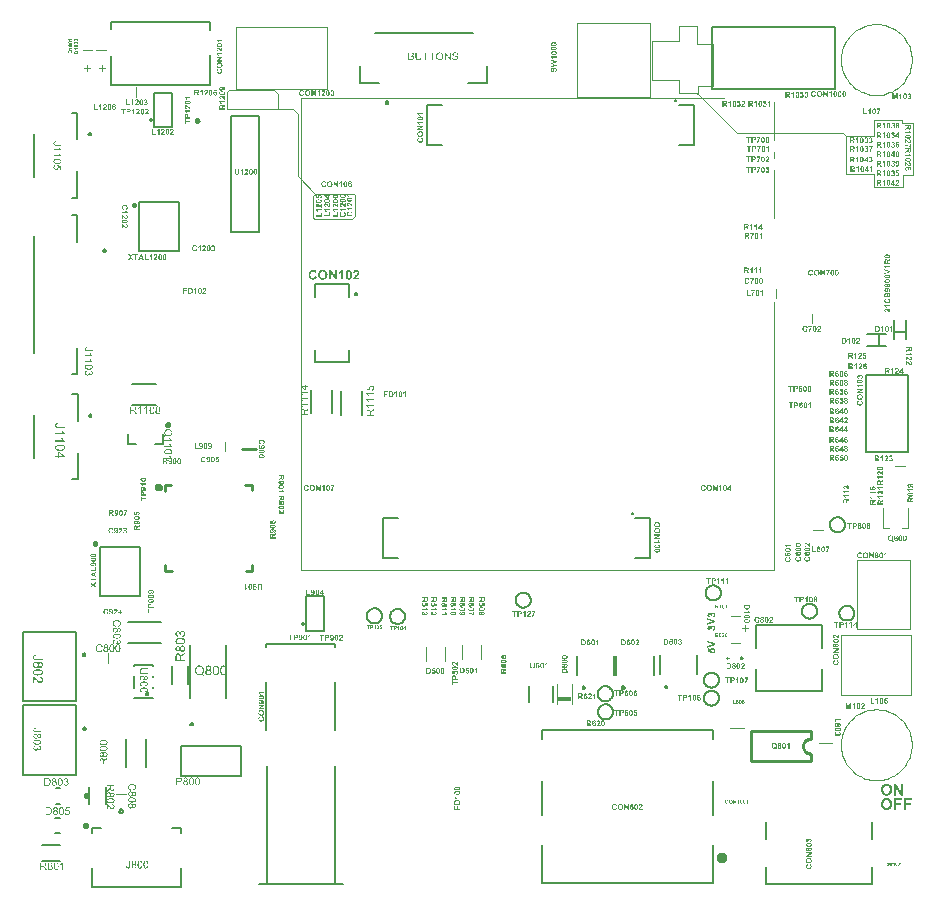
<source format=gbr>
%FSTAX23Y23*%
%MOIN*%
%SFA1B1*%

%IPPOS*%
%ADD138C,0.010000*%
%ADD139C,0.009843*%
%ADD140C,0.007874*%
%ADD141C,0.005000*%
%ADD142C,0.015000*%
%ADD143C,0.019685*%
%ADD144C,0.006000*%
%ADD145C,0.004000*%
%ADD146C,0.004016*%
%ADD147C,0.003000*%
%ADD148C,0.003937*%
%ADD149R,0.049212X0.012000*%
%LNx98_carrier_v1r2_12082022_legend_top-1*%
%LPD*%
G36*
X02918Y00255D02*
X0291D01*
X02894Y00281*
Y00255*
X02887*
Y00294*
X02895*
X02911Y00268*
Y00294*
X02918*
Y00255*
G37*
G36*
X02863Y00295D02*
X02864Y00295D01*
X02865Y00294*
X02865Y00294*
X02866Y00294*
X02867Y00294*
X02868Y00294*
X0287Y00293*
X02871Y00293*
X02872Y00292*
X02873Y00292*
X02874Y00291*
X02875Y0029*
X02876Y00289*
X02876Y00289*
X02876Y00289*
X02877Y00289*
X02877Y00288*
X02877Y00288*
X02878Y00287*
X02878Y00286*
X02879Y00286*
X02879Y00285*
X0288Y00283*
X0288Y00282*
X0288Y00281*
X02881Y00279*
X02881Y00278*
X02881Y00276*
X02881Y00275*
Y00275*
Y00275*
Y00274*
X02881Y00274*
X02881Y00273*
X02881Y00272*
X02881Y00271*
X02881Y0027*
X02881Y00269*
X0288Y00268*
X0288Y00267*
X0288Y00266*
X02879Y00265*
X02878Y00263*
X02878Y00262*
X02877Y00261*
X02876Y0026*
X02876Y0026*
X02876Y0026*
X02876Y0026*
X02875Y00259*
X02875Y00259*
X02874Y00258*
X02873Y00258*
X02872Y00257*
X02872Y00257*
X02871Y00256*
X02869Y00256*
X02868Y00256*
X02867Y00255*
X02866Y00255*
X02864Y00255*
X02863Y00255*
X02862*
X02862Y00255*
X02861Y00255*
X0286Y00255*
X0286Y00255*
X02859Y00255*
X02858Y00255*
X02857Y00256*
X02855Y00256*
X02854Y00256*
X02853Y00257*
X02852Y00258*
X02851Y00258*
X0285Y00259*
X02849Y0026*
X02849Y0026*
X02849Y0026*
X02849Y00261*
X02848Y00261*
X02848Y00261*
X02847Y00262*
X02847Y00263*
X02846Y00264*
X02846Y00265*
X02846Y00266*
X02845Y00267*
X02845Y00268*
X02844Y0027*
X02844Y00271*
X02844Y00273*
X02844Y00274*
Y00274*
Y00275*
Y00275*
X02844Y00275*
Y00276*
X02844Y00277*
X02844Y00277*
X02844Y00278*
X02844Y00279*
X02845Y00281*
X02845Y00283*
X02846Y00284*
Y00284*
X02846Y00284*
X02846Y00285*
X02846Y00285*
X02846Y00285*
X02847Y00286*
X02847Y00287*
X02848Y00288*
X02848Y00289*
X02849Y0029*
X02849Y0029*
X02849Y0029*
X0285Y0029*
X0285Y0029*
X02851Y00291*
X02851Y00291*
X02852Y00292*
X02853Y00293*
X02854Y00293*
X02854*
X02854Y00293*
X02855Y00293*
X02855Y00293*
X02855Y00293*
X02856Y00294*
X02856Y00294*
X02857Y00294*
X02857Y00294*
X02858Y00294*
X02859Y00294*
X02861Y00295*
X02862Y00295*
X02863*
X02863Y00295*
G37*
G36*
X02946Y0024D02*
X02928D01*
Y00231*
X02944*
Y00224*
X02928*
Y00208*
X0292*
Y00246*
X02946*
Y0024*
G37*
G36*
X02914D02*
X02895D01*
Y00231*
X02911*
Y00224*
X02895*
Y00208*
X02887*
Y00246*
X02914*
Y0024*
G37*
G36*
X02863Y00247D02*
X02864Y00247D01*
X02865Y00247*
X02865Y00247*
X02866Y00247*
X02867Y00246*
X02868Y00246*
X0287Y00246*
X02871Y00245*
X02872Y00245*
X02873Y00244*
X02874Y00244*
X02875Y00243*
X02876Y00242*
X02876Y00242*
X02876Y00242*
X02877Y00241*
X02877Y00241*
X02877Y0024*
X02878Y0024*
X02878Y00239*
X02879Y00238*
X02879Y00237*
X0288Y00236*
X0288Y00235*
X0288Y00233*
X02881Y00232*
X02881Y0023*
X02881Y00229*
X02881Y00227*
Y00227*
Y00227*
Y00227*
X02881Y00226*
X02881Y00226*
X02881Y00225*
X02881Y00224*
X02881Y00223*
X02881Y00222*
X0288Y00221*
X0288Y00219*
X0288Y00218*
X02879Y00217*
X02878Y00216*
X02878Y00215*
X02877Y00214*
X02876Y00212*
X02876Y00212*
X02876Y00212*
X02876Y00212*
X02875Y00212*
X02875Y00211*
X02874Y00211*
X02873Y0021*
X02872Y0021*
X02872Y00209*
X02871Y00209*
X02869Y00208*
X02868Y00208*
X02867Y00208*
X02866Y00207*
X02864Y00207*
X02863Y00207*
X02862*
X02862Y00207*
X02861Y00207*
X0286Y00207*
X0286Y00208*
X02859Y00208*
X02858Y00208*
X02857Y00208*
X02855Y00208*
X02854Y00209*
X02853Y00209*
X02852Y0021*
X02851Y00211*
X0285Y00212*
X02849Y00212*
X02849Y00212*
X02849Y00213*
X02849Y00213*
X02848Y00213*
X02848Y00214*
X02847Y00215*
X02847Y00215*
X02846Y00216*
X02846Y00217*
X02846Y00218*
X02845Y00219*
X02845Y00221*
X02844Y00222*
X02844Y00224*
X02844Y00225*
X02844Y00227*
Y00227*
Y00227*
Y00227*
X02844Y00228*
Y00228*
X02844Y00229*
X02844Y0023*
X02844Y0023*
X02844Y00232*
X02845Y00234*
X02845Y00235*
X02846Y00237*
Y00237*
X02846Y00237*
X02846Y00237*
X02846Y00237*
X02846Y00238*
X02847Y00239*
X02847Y00239*
X02848Y0024*
X02848Y00241*
X02849Y00242*
X02849Y00242*
X02849Y00242*
X0285Y00242*
X0285Y00243*
X02851Y00243*
X02851Y00244*
X02852Y00244*
X02853Y00245*
X02854Y00246*
X02854*
X02854Y00246*
X02855Y00246*
X02855Y00246*
X02855Y00246*
X02856Y00246*
X02856Y00246*
X02857Y00246*
X02857Y00246*
X02858Y00247*
X02859Y00247*
X02861Y00247*
X02862Y00247*
X02863*
X02863Y00247*
G37*
G36*
X017Y00699D02*
X01701D01*
X01701Y00698*
X01701Y00698*
X01701Y00698*
X01702Y00698*
X01702Y00698*
X01703Y00698*
X01703Y00698*
X01703Y00698*
X01704Y00697*
X01704Y00697*
X01704Y00697*
X01704Y00697*
X01704Y00697*
X01704Y00697*
X01704Y00697*
X01704Y00697*
X01704Y00696*
X01705Y00696*
X01705Y00696*
X01705Y00696*
X01705Y00695*
X01705Y00695*
X01705Y00695*
X01705Y00694*
X01706Y00694*
X01702Y00693*
Y00693*
Y00693*
X01702Y00694*
X01702Y00694*
X01702Y00694*
X01702Y00694*
X01702Y00694*
X01701Y00695*
X01701Y00695*
X01701Y00695*
X01701Y00695*
X01701Y00695*
X01701Y00695*
X01701Y00695*
X017Y00695*
X017Y00695*
X017Y00695*
X017*
X017Y00695*
X01699Y00695*
X01699Y00695*
X01699Y00695*
X01698Y00695*
X01698Y00695*
X01698Y00694*
X01698Y00694*
X01698Y00694*
X01698Y00694*
X01698Y00694*
X01698Y00694*
X01697Y00694*
X01697Y00693*
X01697Y00693*
X01697Y00693*
X01697Y00693*
X01697Y00692*
X01697Y00692*
X01697Y00691*
X01697Y00691*
X01697Y0069*
X01697Y0069*
X01697Y0069*
X01697Y0069*
X01697Y0069*
X01697Y0069*
X01697Y00691*
X01698Y00691*
X01698Y00691*
X01698Y00691*
X01699Y00691*
X01699Y00692*
X017Y00692*
X017Y00692*
X017Y00692*
X017*
X01701Y00692*
X01701Y00692*
X01701Y00692*
X01701Y00692*
X01702Y00691*
X01702Y00691*
X01702Y00691*
X01703Y00691*
X01703Y00691*
X01703Y00691*
X01704Y00691*
X01704Y0069*
X01704Y0069*
X01704Y0069*
X01704Y0069*
X01704Y0069*
X01704Y0069*
X01705Y00689*
X01705Y00689*
X01705Y00689*
X01705Y00689*
X01705Y00688*
X01705Y00688*
X01705Y00688*
X01706Y00687*
X01706Y00687*
X01706Y00686*
X01706Y00686*
X01706Y00685*
Y00685*
Y00685*
Y00685*
X01706Y00685*
X01706Y00685*
X01706Y00684*
X01706Y00684*
X01706Y00684*
X01706Y00683*
X01705Y00683*
X01705Y00683*
X01705Y00682*
X01705Y00682*
X01705Y00681*
X01704Y00681*
X01704Y00681*
X01704Y00681*
X01704Y00681*
X01704Y0068*
X01704Y0068*
X01704Y0068*
X01703Y0068*
X01703Y0068*
X01703Y0068*
X01703Y0068*
X01702Y00679*
X01702Y00679*
X01702Y00679*
X01701Y00679*
X01701Y00679*
X017Y00679*
X017Y00679*
X017*
X01699Y00679*
X01699*
X01699Y00679*
X01699Y00679*
X01698Y00679*
X01698Y00679*
X01698Y00679*
X01697Y00679*
X01697Y0068*
X01696Y0068*
X01696Y0068*
X01696Y0068*
X01695Y00681*
X01695Y00681*
X01695Y00681*
X01695Y00681*
X01695Y00681*
X01695Y00682*
X01694Y00682*
X01694Y00682*
X01694Y00682*
X01694Y00683*
X01694Y00683*
X01694Y00684*
X01693Y00685*
X01693Y00685*
X01693Y00686*
X01693Y00687*
X01693Y00688*
X01693Y00689*
Y00689*
Y00689*
Y00689*
Y00689*
Y00689*
X01693Y00689*
Y00689*
X01693Y0069*
X01693Y0069*
X01693Y00691*
X01693Y00691*
X01693Y00692*
X01694Y00693*
X01694Y00693*
X01694Y00694*
X01694Y00695*
X01694Y00695*
X01695Y00696*
X01695Y00696*
X01695Y00696*
X01695Y00696*
X01695Y00696*
X01695Y00697*
X01696Y00697*
X01696Y00697*
X01696Y00697*
X01696Y00697*
X01697Y00698*
X01697Y00698*
X01697Y00698*
X01698Y00698*
X01698Y00698*
X01699Y00698*
X01699Y00699*
X017Y00699*
X017*
X017Y00699*
G37*
G36*
X0169Y00688D02*
Y00688D01*
Y00688*
Y00688*
Y00688*
Y00687*
X0169Y00687*
Y00687*
X0169Y00686*
X0169Y00686*
X0169Y00685*
X0169Y00684*
X0169Y00684*
X01689Y00684*
X01689Y00683*
Y00683*
X01689Y00683*
Y00683*
X01689Y00683*
X01689Y00683*
X01689Y00683*
X01689Y00682*
X01689Y00682*
X01689Y00681*
X01688Y00681*
X01688Y00681*
X01688Y00681*
X01688Y00681*
X01688Y0068*
X01687Y0068*
X01687Y0068*
X01687Y0068*
X01686Y00679*
X01686*
X01686Y00679*
X01686Y00679*
X01686Y00679*
X01686Y00679*
X01685Y00679*
X01685Y00679*
X01685Y00679*
X01685Y00679*
X01684Y00679*
X01684Y00679*
X01683Y00679*
X01682Y00679*
X01682*
X01682Y00679*
X01681*
X01681Y00679*
X01681Y00679*
X0168Y00679*
X01679Y00679*
X01679Y00679*
X01678Y00679*
X01678Y00679*
X01678*
X01678Y0068*
X01678Y0068*
X01678Y0068*
X01678Y0068*
X01677Y0068*
X01677Y0068*
X01677Y0068*
X01676Y00681*
X01676Y00681*
X01676Y00681*
X01676Y00681*
X01676Y00682*
X01675Y00682*
X01675Y00682*
X01675Y00682*
X01675Y00683*
X01675Y00683*
Y00683*
X01675Y00683*
Y00683*
X01675Y00684*
X01675Y00684*
X01675Y00684*
X01675Y00684*
X01675Y00685*
X01675Y00685*
X01675Y00685*
X01675Y00686*
X01674Y00686*
X01674Y00687*
Y00687*
X01674Y00688*
Y00688*
Y00698*
X01678*
Y00688*
Y00688*
Y00688*
Y00688*
Y00688*
Y00687*
Y00687*
X01678Y00687*
Y00686*
X01678Y00686*
X01678Y00685*
Y00685*
X01678Y00685*
X01678Y00685*
Y00685*
X01678Y00685*
X01678Y00685*
X01679Y00684*
X01679Y00684*
X01679Y00684*
X01679Y00683*
X01679Y00683*
X0168Y00683*
X0168Y00683*
X0168Y00683*
X0168Y00683*
X0168Y00683*
X01681Y00682*
X01681Y00682*
X01682Y00682*
X01682Y00682*
X01682*
X01683Y00682*
X01683Y00682*
X01684Y00682*
X01684Y00682*
X01684Y00683*
X01685Y00683*
X01685Y00683*
X01685Y00683*
X01685Y00683*
X01685Y00683*
X01685Y00684*
X01685Y00684*
X01686Y00684*
X01686Y00685*
Y00685*
X01686Y00685*
X01686Y00685*
Y00685*
X01686Y00685*
X01686Y00685*
Y00686*
X01686Y00686*
Y00686*
X01686Y00686*
Y00687*
X01686Y00687*
Y00687*
Y00688*
Y00698*
X0169*
Y00688*
G37*
G36*
X01732Y00679D02*
X01729D01*
Y00693*
X01729Y00693*
X01729Y00693*
X01728Y00693*
X01728Y00693*
X01728Y00693*
X01728Y00692*
X01728Y00692*
X01727Y00692*
X01727Y00692*
X01727Y00692*
X01726Y00691*
X01726Y00691*
X01725Y00691*
X01724Y0069*
Y00694*
X01724*
X01724Y00694*
X01724Y00694*
X01724Y00694*
X01724Y00694*
X01724Y00694*
X01725Y00694*
X01725Y00694*
X01726Y00695*
X01726Y00695*
X01727Y00695*
X01727Y00695*
X01727Y00695*
X01727Y00696*
X01727Y00696*
X01727Y00696*
X01728Y00696*
X01728Y00696*
X01728Y00697*
X01729Y00697*
X01729Y00698*
X01729Y00698*
X01729Y00699*
X01732*
Y00679*
G37*
G36*
X01715Y00699D02*
X01715Y00698D01*
X01715Y00698*
X01715Y00698*
X01716Y00698*
X01716Y00698*
X01716Y00698*
X01717Y00698*
X01717Y00698*
X01718Y00697*
X01718Y00697*
X01718Y00697*
X01719Y00697*
X01719Y00697*
X01719Y00696*
X01719Y00696*
X01719Y00696*
X01719Y00696*
X01719Y00695*
X01719Y00695*
X01719Y00695*
X0172Y00694*
X0172Y00694*
X0172Y00693*
X0172Y00692*
X0172Y00691*
X0172Y00691*
X0172Y0069*
X0172Y00689*
Y00689*
Y00689*
Y00689*
Y00688*
Y00688*
Y00688*
X0172Y00688*
X0172Y00687*
X0172Y00687*
X0172Y00686*
X0172Y00686*
X0172Y00685*
X0172Y00684*
X0172Y00684*
X0172Y00683*
X01719Y00682*
X01719Y00682*
X01719Y00681*
X01719Y00681*
X01718Y00681*
X01718Y00681*
X01718Y00681*
X01718Y00681*
X01718Y0068*
X01718Y0068*
X01718Y0068*
X01717Y0068*
X01717Y0068*
X01717Y00679*
X01716Y00679*
X01716Y00679*
X01716Y00679*
X01715Y00679*
X01715Y00679*
X01714Y00679*
X01714*
X01714Y00679*
X01714*
X01713Y00679*
X01713Y00679*
X01713Y00679*
X01713Y00679*
X01712Y00679*
X01712Y00679*
X01711Y0068*
X01711Y0068*
X01711Y0068*
X0171Y0068*
X0171Y00681*
X0171Y00681*
X0171Y00681*
X0171Y00681*
X01709Y00681*
X01709Y00681*
X01709Y00682*
X01709Y00682*
X01709Y00682*
X01709Y00683*
X01709Y00683*
X01708Y00684*
X01708Y00684*
X01708Y00685*
X01708Y00686*
X01708Y00687*
X01708Y00688*
X01708Y00689*
Y00689*
Y00689*
Y00689*
Y00689*
Y00689*
X01708Y00689*
Y0069*
X01708Y0069*
X01708Y00691*
X01708Y00691*
X01708Y00692*
X01708Y00692*
X01708Y00693*
X01709Y00694*
X01709Y00694*
X01709Y00695*
X01709Y00696*
X01709Y00696*
X0171Y00697*
X0171Y00697*
X0171Y00697*
X0171Y00697*
X0171Y00697*
X0171Y00697*
X0171Y00697*
X01711Y00697*
X01711Y00698*
X01711Y00698*
X01712Y00698*
X01712Y00698*
X01712Y00698*
X01713Y00698*
X01713Y00698*
X01714Y00699*
X01714Y00699*
X01714*
X01715Y00699*
G37*
G36*
X02539Y00412D02*
X02535D01*
Y00426*
X02535Y00426*
X02535Y00425*
X02535Y00425*
X02535Y00425*
X02534Y00425*
X02534Y00425*
X02534Y00425*
X02534Y00425*
X02533Y00424*
X02533Y00424*
X02532Y00424*
X02532Y00424*
X02531Y00423*
X0253Y00423*
Y00426*
X0253*
X0253Y00426*
X0253Y00426*
X0253Y00426*
X02531Y00426*
X02531Y00426*
X02531Y00427*
X02532Y00427*
X02532Y00427*
X02533Y00427*
X02533Y00428*
X02533Y00428*
X02533Y00428*
X02533Y00428*
X02534Y00428*
X02534Y00428*
X02534Y00428*
X02534Y00429*
X02535Y00429*
X02535Y0043*
X02535Y0043*
X02535Y00431*
X02536Y00431*
X02539*
Y00412*
G37*
G36*
X02521Y00431D02*
X02521Y00431D01*
X02521Y00431*
X02522Y00431*
X02522Y00431*
X02522Y00431*
X02523Y00431*
X02523Y0043*
X02523Y0043*
X02524Y0043*
X02524Y0043*
X02525Y00429*
X02525Y00429*
X02525Y00429*
X02525Y00429*
X02525Y00429*
X02525Y00429*
X02525Y00428*
X02525Y00428*
X02526Y00428*
X02526Y00427*
X02526Y00427*
X02526Y00426*
X02526Y00425*
X02526Y00425*
X02527Y00424*
X02527Y00423*
X02527Y00422*
X02527Y00421*
Y00421*
Y00421*
Y00421*
Y00421*
Y00421*
Y00421*
X02527Y0042*
X02527Y0042*
X02527Y00419*
X02527Y00419*
X02526Y00418*
X02526Y00417*
X02526Y00417*
X02526Y00416*
X02526Y00416*
X02526Y00415*
X02525Y00414*
X02525Y00414*
X02525Y00413*
X02525Y00413*
X02525Y00413*
X02525Y00413*
X02525Y00413*
X02524Y00413*
X02524Y00413*
X02524Y00412*
X02524Y00412*
X02523Y00412*
X02523Y00412*
X02523Y00412*
X02522Y00412*
X02522Y00412*
X02521Y00411*
X02521Y00411*
X0252Y00411*
X0252*
X0252Y00411*
X0252*
X0252Y00411*
X02519Y00411*
X02519Y00412*
X02519Y00412*
X02518Y00412*
X02518Y00412*
X02518Y00412*
X02517Y00412*
X02517Y00412*
X02517Y00413*
X02516Y00413*
X02516Y00413*
X02516Y00414*
X02516Y00414*
X02516Y00414*
X02516Y00414*
X02516Y00414*
X02515Y00414*
X02515Y00415*
X02515Y00415*
X02515Y00416*
X02515Y00416*
X02515Y00417*
X02514Y00418*
X02514Y00418*
X02514Y00419*
X02514Y0042*
X02514Y00421*
Y00421*
Y00421*
Y00421*
Y00421*
Y00422*
X02514Y00422*
Y00422*
X02514Y00423*
X02514Y00423*
X02514Y00424*
X02514Y00424*
X02515Y00425*
X02515Y00425*
X02515Y00426*
X02515Y00427*
X02515Y00427*
X02515Y00428*
X02516Y00429*
X02516Y00429*
X02516Y00429*
X02516Y00429*
X02516Y00429*
X02516Y00429*
X02517Y00429*
X02517Y0043*
X02517Y0043*
X02517Y0043*
X02518Y0043*
X02518Y0043*
X02518Y00431*
X02519Y00431*
X02519Y00431*
X02519Y00431*
X0252Y00431*
X0252Y00431*
X02521*
X02521Y00431*
G37*
G36*
X02506D02*
X02506Y00431D01*
X02506Y00431*
X02507Y00431*
X02507Y00431*
X02508Y00431*
X02508Y00431*
X02508Y0043*
X02509Y0043*
X02509Y0043*
X02509Y0043*
X0251Y0043*
X0251Y0043*
X0251Y0043*
X0251Y00429*
X0251Y00429*
X0251Y00429*
X0251Y00429*
X0251Y00429*
X02511Y00429*
X02511Y00428*
X02511Y00428*
X02511Y00427*
X02511Y00427*
X02511Y00426*
X02511Y00426*
Y00426*
Y00426*
Y00426*
Y00426*
X02511Y00426*
X02511Y00425*
X02511Y00425*
X02511Y00424*
X02511Y00424*
X02511Y00424*
X02511Y00424*
X0251Y00423*
X0251Y00423*
X0251Y00423*
X0251Y00423*
X02509Y00423*
X02509Y00422*
X02509Y00422*
X02509*
X02509Y00422*
X02509Y00422*
X02509Y00422*
X02509Y00422*
X0251Y00422*
X0251Y00421*
X0251Y00421*
X02511Y00421*
X02511Y0042*
Y0042*
X02511Y0042*
X02511Y0042*
X02511Y0042*
X02511Y0042*
X02511Y00419*
X02512Y00419*
X02512Y00418*
X02512Y00418*
X02512Y00417*
Y00417*
Y00417*
Y00417*
X02512Y00417*
X02512Y00417*
X02512Y00416*
X02512Y00416*
X02512Y00416*
X02511Y00415*
X02511Y00415*
X02511Y00414*
X02511Y00414*
X02511Y00414*
X0251Y00413*
X0251Y00413*
X0251Y00413*
X0251Y00413*
X0251Y00413*
X0251Y00413*
X0251Y00413*
X0251Y00412*
X02509Y00412*
X02509Y00412*
X02509Y00412*
X02508Y00412*
X02508Y00412*
X02508Y00412*
X02507Y00411*
X02507Y00411*
X02506Y00411*
X02506Y00411*
X02505*
X02505Y00411*
X02505Y00411*
X02505Y00411*
X02504Y00411*
X02504Y00412*
X02503Y00412*
X02503Y00412*
X02502Y00412*
X02502Y00412*
X02502Y00412*
X02501Y00413*
X02501Y00413*
X02501Y00413*
X02501Y00413*
X02501Y00413*
X02501Y00413*
X02501Y00413*
X025Y00414*
X025Y00414*
X025Y00414*
X025Y00415*
X025Y00415*
X025Y00415*
X02499Y00416*
X02499Y00416*
X02499Y00417*
X02499Y00417*
Y00417*
Y00417*
Y00417*
X02499Y00417*
Y00418*
X02499Y00418*
X02499Y00418*
X02499Y00419*
X025Y00419*
X025Y0042*
X025Y0042*
Y0042*
X025Y0042*
X025Y0042*
X025Y00421*
X02501Y00421*
X02501Y00421*
X02501Y00421*
X02502Y00422*
X02502Y00422*
X02502*
X02502Y00422*
X02502Y00422*
X02502Y00422*
X02502Y00422*
X02502Y00423*
X02501Y00423*
X02501Y00423*
X02501Y00423*
X025Y00424*
X025Y00424*
X025Y00424*
X025Y00424*
X025Y00424*
X025Y00425*
X025Y00425*
X025Y00426*
X025Y00426*
Y00426*
Y00426*
Y00426*
X025Y00426*
X025Y00427*
X025Y00427*
X025Y00427*
X025Y00428*
X025Y00428*
X025Y00428*
X02501Y00429*
X02501Y00429*
X02501Y00429*
X02501Y0043*
X02501Y0043*
X02501Y0043*
X02501Y0043*
X02501Y0043*
X02502Y0043*
X02502Y0043*
X02502Y0043*
X02502Y0043*
X02503Y0043*
X02503Y00431*
X02503Y00431*
X02504Y00431*
X02504Y00431*
X02505Y00431*
X02505Y00431*
X02505Y00431*
X02506*
X02506Y00431*
G37*
G36*
X02488Y00431D02*
X02488Y00431D01*
X02489Y00431*
X02489Y00431*
X0249Y00431*
X0249Y00431*
X02491Y00431*
X02491Y00431*
X02492Y0043*
X02492Y0043*
X02493Y0043*
X02494Y0043*
X02494Y00429*
X02495Y00429*
X02495Y00429*
X02495Y00429*
X02495Y00428*
X02495Y00428*
X02495Y00428*
X02495Y00428*
X02496Y00427*
X02496Y00427*
X02496Y00426*
X02496Y00426*
X02496Y00425*
X02497Y00424*
X02497Y00424*
X02497Y00423*
X02497Y00422*
X02497Y00421*
Y00421*
Y00421*
Y00421*
Y00421*
X02497Y00421*
Y0042*
X02497Y0042*
X02497Y0042*
X02497Y00419*
X02497Y00418*
X02497Y00418*
X02496Y00417*
Y00417*
X02496Y00417*
X02496Y00417*
X02496Y00417*
X02496Y00416*
X02496Y00416*
X02496Y00416*
X02495Y00415*
X02495Y00415*
X02495Y00414*
X02495*
X02495Y00414*
X02495Y00414*
X02495Y00414*
X02495Y00414*
X02495Y00414*
X02496Y00414*
X02496Y00413*
X02497Y00413*
X02497Y00413*
X02498Y00413*
X02496Y0041*
X02496Y0041*
X02496Y0041*
X02496Y0041*
X02496Y0041*
X02496Y0041*
X02495Y0041*
X02495Y0041*
X02495Y00411*
X02494Y00411*
X02494Y00411*
X02494Y00411*
X02494Y00411*
X02494Y00411*
X02494Y00411*
X02493Y00411*
X02493Y00411*
X02493Y00412*
X02492Y00412*
X02492Y00412*
X02492*
X02492Y00412*
X02492Y00412*
X02492Y00412*
X02492Y00412*
X02491Y00412*
X02491Y00412*
X02491Y00412*
X02491Y00412*
X0249Y00412*
X0249Y00411*
X02489Y00411*
X02488Y00411*
X02488*
X02487Y00411*
X02487Y00411*
X02487Y00411*
X02486Y00411*
X02486Y00412*
X02485Y00412*
X02485Y00412*
X02484Y00412*
X02484Y00412*
X02483Y00412*
X02483Y00413*
X02482Y00413*
X02481Y00413*
X02481Y00414*
X02481Y00414*
X02481Y00414*
X02481Y00414*
X02481Y00414*
X0248Y00415*
X0248Y00415*
X0248Y00415*
X0248Y00416*
X02479Y00416*
X02479Y00417*
X02479Y00417*
X02479Y00418*
X02479Y00419*
X02479Y0042*
X02478Y0042*
X02478Y00421*
Y00421*
Y00421*
Y00421*
Y00421*
X02478Y00422*
X02479Y00422*
X02479Y00422*
X02479Y00423*
X02479Y00423*
X02479Y00424*
X02479Y00425*
X02479Y00425*
X02479Y00426*
X0248Y00426*
X0248Y00427*
X0248Y00428*
X02481Y00428*
X02481Y00429*
X02481Y00429*
X02481Y00429*
X02481Y00429*
X02481Y00429*
X02482Y00429*
X02482Y00429*
X02482Y0043*
X02483Y0043*
X02483Y0043*
X02484Y0043*
X02484Y00431*
X02485Y00431*
X02486Y00431*
X02486Y00431*
X02487Y00431*
X02488Y00431*
X02488*
X02488Y00431*
G37*
G36*
X02291Y00763D02*
Y00757D01*
X02265Y00748*
Y00754*
X02284Y0076*
X02265Y00767*
Y00772*
X02291Y00763*
G37*
G36*
X02283Y00747D02*
X02283Y00747D01*
X02284Y00747*
X02284Y00747*
X02284Y00747*
X02285Y00747*
X02286Y00746*
X02287Y00746*
X02287Y00746*
X02288Y00746*
X02288Y00745*
X02288Y00745*
X02288Y00745*
X02288Y00745*
X02289Y00745*
X02289Y00745*
X02289Y00744*
X02289Y00744*
X0229Y00743*
X0229Y00743*
X0229Y00742*
X02291Y00742*
X02291Y00741*
X02291Y00741*
X02291Y0074*
X02291Y00739*
X02292Y00738*
Y00738*
X02291Y00738*
X02291Y00737*
X02291Y00737*
X02291Y00737*
X02291Y00736*
X02291Y00735*
X02291Y00735*
X02291Y00734*
X0229Y00734*
X0229Y00733*
X0229Y00733*
X0229Y00733*
X0229Y00733*
X0229Y00732*
X02289Y00732*
X02289Y00732*
X02289Y00732*
X02289Y00732*
X02289Y00732*
X02288Y00731*
X02288Y00731*
X02288Y00731*
X02287Y00731*
X02287Y00731*
X02286Y0073*
X02286Y0073*
X02285Y0073*
X02285Y0073*
X02284Y00735*
X02284*
X02284*
X02284Y00735*
X02285Y00735*
X02285Y00735*
X02285Y00735*
X02286Y00735*
X02286Y00736*
X02287Y00736*
X02287Y00736*
X02287Y00736*
X02287Y00736*
X02287Y00737*
X02287Y00737*
X02287Y00737*
X02288Y00738*
X02288Y00738*
Y00738*
X02288Y00739*
X02288Y00739*
X02287Y00739*
X02287Y0074*
X02287Y0074*
X02287Y00741*
X02286Y00741*
X02286Y00741*
X02286Y00741*
X02286Y00741*
X02285Y00741*
X02285Y00742*
X02284Y00742*
X02283Y00742*
X02283Y00742*
X02283*
X02282*
X02282*
X02282*
X02282Y00742*
X02282Y00742*
X02281Y00742*
X02281Y00742*
X0228Y00742*
X0228Y00741*
X02279Y00741*
X02279Y00741*
X02279Y00741*
X02279Y00741*
X02278Y0074*
X02278Y0074*
X02278Y00739*
X02278Y00739*
X02278Y00738*
Y00738*
X02278Y00738*
X02278Y00738*
X02278Y00737*
X02278Y00737*
X02278Y00736*
X02279Y00736*
X02279Y00735*
X02279Y00735*
X02279Y00735*
X0228Y00734*
X02279Y00731*
X02266Y00733*
Y00746*
X0227*
Y00737*
X02275Y00736*
Y00736*
X02275Y00736*
X02275Y00736*
X02275Y00736*
X02274Y00737*
X02274Y00737*
X02274Y00738*
X02274Y00738*
X02274Y00739*
X02274Y00739*
Y0074*
X02274Y0074*
X02274Y0074*
X02274Y0074*
X02274Y00741*
X02274Y00741*
X02274Y00742*
X02275Y00742*
X02275Y00743*
X02275Y00743*
X02275Y00743*
X02276Y00744*
X02276Y00744*
X02276Y00745*
X02276Y00745*
X02276Y00745*
X02277Y00745*
X02277Y00745*
X02277Y00745*
X02277Y00746*
X02278Y00746*
X02278Y00746*
X02278Y00746*
X02279Y00746*
X02279Y00747*
X0228Y00747*
X0228Y00747*
X02281Y00747*
X02282Y00747*
X02282Y00747*
X02283*
X02283*
X02283*
X02283Y00747*
G37*
G36*
X02284Y00866D02*
X02284Y00866D01*
X02285Y00866*
X02285Y00865*
X02285Y00865*
X02286Y00865*
X02286Y00865*
X02287Y00865*
X02287Y00865*
X02288Y00864*
X02288Y00864*
X02289Y00864*
X02289Y00863*
X02289Y00863*
X02289Y00863*
X02289Y00863*
X0229Y00863*
X0229Y00862*
X0229Y00862*
X0229Y00862*
X0229Y00861*
X02291Y00861*
X02291Y00861*
X02291Y0086*
X02291Y0086*
X02291Y00859*
X02291Y00858*
X02291Y00858*
X02292Y00857*
Y00857*
X02291Y00856*
X02291Y00856*
X02291Y00856*
X02291Y00855*
X02291Y00855*
X02291Y00854*
X02291Y00854*
X02291Y00853*
X0229Y00853*
X0229Y00852*
X0229Y00852*
X0229Y00851*
X0229Y00851*
X02289Y00851*
X02289Y00851*
X02289Y00851*
X02289Y00851*
X02289Y00851*
X02288Y0085*
X02288Y0085*
X02288Y0085*
X02287Y0085*
X02287Y00849*
X02286Y00849*
X02286Y00849*
X02285Y00849*
X02285Y00849*
X02284Y00849*
X02284Y00853*
X02284*
X02284*
X02284Y00853*
X02284*
X02284Y00854*
X02285Y00854*
X02285Y00854*
X02286Y00854*
X02286Y00854*
X02287Y00855*
X02287Y00855*
X02287Y00855*
X02287Y00855*
X02287Y00855*
X02287Y00856*
X02287Y00856*
X02287Y00857*
X02287Y00857*
Y00857*
X02287Y00857*
X02287Y00858*
X02287Y00858*
X02287Y00858*
X02287Y00859*
X02287Y00859*
X02286Y0086*
X02286Y0086*
X02286Y0086*
X02286Y0086*
X02285Y0086*
X02285Y0086*
X02285Y0086*
X02284Y00861*
X02283Y00861*
X02283*
X02283*
X02283*
X02283*
X02283Y00861*
X02282Y0086*
X02282Y0086*
X02281Y0086*
X02281Y0086*
X0228Y0086*
X0228Y0086*
X0228Y00859*
X0228Y00859*
X0228Y00859*
X02279Y00859*
X02279Y00858*
X02279Y00858*
X02279Y00857*
Y00857*
X02279Y00857*
Y00857*
X02279Y00856*
X02279Y00856*
X02279Y00855*
X0228Y00855*
X02276Y00855*
Y00856*
X02276Y00856*
X02275Y00857*
X02275Y00857*
X02275Y00858*
X02275Y00858*
X02275Y00859*
X02275Y00859*
X02275Y00859*
X02274Y00859*
X02274Y00859*
X02274Y00859*
X02273Y00859*
X02273Y0086*
X02272Y0086*
X02272*
X02272*
X02272Y0086*
X02272Y00859*
X02271Y00859*
X02271Y00859*
X0227Y00859*
X0227Y00859*
X0227Y00859*
X0227Y00859*
X0227Y00858*
X0227Y00858*
X0227Y00858*
X0227Y00858*
X02269Y00857*
X02269Y00857*
Y00857*
X02269Y00856*
X02269Y00856*
X0227Y00856*
X0227Y00855*
X0227Y00855*
X0227Y00855*
X0227Y00855*
X0227Y00854*
X02271Y00854*
X02271Y00854*
X02271Y00854*
X02272Y00854*
X02272Y00854*
X02273Y00854*
X02272Y00849*
X02272*
X02272Y00849*
X02272Y00849*
X02272Y00849*
X02271Y00849*
X02271Y00849*
X02271Y00849*
X0227Y0085*
X02269Y0085*
X02269Y0085*
X02268Y0085*
X02268Y0085*
X02268Y00851*
X02268Y00851*
X02268Y00851*
X02267Y00851*
X02267Y00852*
X02266Y00852*
X02266Y00853*
Y00853*
X02266Y00853*
X02266Y00853*
X02266Y00853*
X02266Y00854*
X02266Y00854*
X02266Y00855*
X02265Y00855*
X02265Y00856*
X02265Y00857*
Y00857*
X02265Y00857*
X02265Y00858*
X02265Y00858*
X02266Y00859*
X02266Y00859*
X02266Y00859*
X02266Y0086*
X02266Y0086*
X02266Y00861*
X02267Y00861*
X02267Y00862*
X02267Y00862*
X02268Y00863*
X02268Y00863*
X02268Y00863*
X02268Y00863*
X02268Y00863*
X02268Y00863*
X02268Y00863*
X02269Y00864*
X0227Y00864*
X0227Y00864*
X02271Y00864*
X02271Y00864*
X02272Y00865*
X02272*
X02272*
X02272Y00864*
X02272Y00864*
X02273Y00864*
X02273Y00864*
X02273Y00864*
X02274Y00864*
X02274Y00864*
X02275Y00864*
X02275Y00863*
X02276Y00863*
X02276Y00863*
X02277Y00862*
X02277Y00861*
X02277Y00861*
Y00861*
X02277Y00861*
X02277Y00861*
X02277Y00861*
X02277Y00861*
X02278Y00862*
X02278Y00862*
X02278Y00863*
X02278Y00863*
X02279Y00864*
X02279Y00864*
X02279*
X0228Y00864*
X0228Y00864*
X0228Y00865*
X0228Y00865*
X02281Y00865*
X02281Y00865*
X02282Y00865*
X02283Y00866*
X02283Y00866*
X02283*
X02284*
X02284*
X02284Y00866*
G37*
G36*
X02291Y00838D02*
Y00833D01*
X02265Y00823*
Y00829*
X02284Y00836*
X02265Y00842*
Y00847*
X02291Y00838*
G37*
G36*
X02284Y00822D02*
X02284Y00822D01*
X02285Y00822*
X02285Y00822*
X02285Y00822*
X02286Y00821*
X02286Y00821*
X02287Y00821*
X02287Y00821*
X02288Y00821*
X02288Y0082*
X02289Y0082*
X02289Y00819*
X02289Y00819*
X02289Y00819*
X02289Y00819*
X0229Y00819*
X0229Y00819*
X0229Y00818*
X0229Y00818*
X0229Y00818*
X02291Y00817*
X02291Y00817*
X02291Y00816*
X02291Y00816*
X02291Y00815*
X02291Y00815*
X02291Y00814*
X02292Y00813*
Y00813*
X02291Y00813*
X02291Y00812*
X02291Y00812*
X02291Y00812*
X02291Y00811*
X02291Y0081*
X02291Y0081*
X02291Y00809*
X0229Y00809*
X0229Y00808*
X0229Y00808*
X0229Y00808*
X0229Y00808*
X02289Y00807*
X02289Y00807*
X02289Y00807*
X02289Y00807*
X02289Y00807*
X02288Y00807*
X02288Y00806*
X02288Y00806*
X02287Y00806*
X02287Y00806*
X02286Y00805*
X02286Y00805*
X02285Y00805*
X02285Y00805*
X02284Y00805*
X02284Y0081*
X02284*
X02284*
X02284Y0081*
X02284*
X02284Y0081*
X02285Y0081*
X02285Y0081*
X02286Y0081*
X02286Y00811*
X02287Y00811*
X02287Y00811*
X02287Y00811*
X02287Y00811*
X02287Y00812*
X02287Y00812*
X02287Y00812*
X02287Y00813*
X02287Y00813*
Y00813*
X02287Y00814*
X02287Y00814*
X02287Y00814*
X02287Y00815*
X02287Y00815*
X02287Y00815*
X02286Y00816*
X02286Y00816*
X02286Y00816*
X02286Y00816*
X02285Y00816*
X02285Y00817*
X02285Y00817*
X02284Y00817*
X02283Y00817*
X02283*
X02283*
X02283*
X02283*
X02283Y00817*
X02282Y00817*
X02282Y00817*
X02281Y00816*
X02281Y00816*
X0228Y00816*
X0228Y00816*
X0228Y00816*
X0228Y00815*
X0228Y00815*
X02279Y00815*
X02279Y00814*
X02279Y00814*
X02279Y00813*
Y00813*
X02279Y00813*
Y00813*
X02279Y00813*
X02279Y00812*
X02279Y00812*
X0228Y00811*
X02276Y00812*
Y00812*
X02276Y00812*
X02275Y00813*
X02275Y00813*
X02275Y00814*
X02275Y00814*
X02275Y00815*
X02275Y00815*
X02275Y00815*
X02274Y00815*
X02274Y00815*
X02274Y00816*
X02273Y00816*
X02273Y00816*
X02272Y00816*
X02272*
X02272*
X02272Y00816*
X02272Y00816*
X02271Y00816*
X02271Y00816*
X0227Y00815*
X0227Y00815*
X0227Y00815*
X0227Y00815*
X0227Y00815*
X0227Y00815*
X0227Y00814*
X0227Y00814*
X02269Y00814*
X02269Y00813*
Y00813*
X02269Y00813*
X02269Y00812*
X0227Y00812*
X0227Y00812*
X0227Y00811*
X0227Y00811*
X0227Y00811*
X0227Y00811*
X02271Y00811*
X02271Y0081*
X02271Y0081*
X02272Y0081*
X02272Y0081*
X02273Y0081*
X02272Y00805*
X02272*
X02272Y00805*
X02272Y00805*
X02272Y00805*
X02271Y00805*
X02271Y00805*
X02271Y00806*
X0227Y00806*
X02269Y00806*
X02269Y00806*
X02268Y00807*
X02268Y00807*
X02268Y00807*
X02268Y00807*
X02268Y00807*
X02267Y00808*
X02267Y00808*
X02266Y00809*
X02266Y00809*
Y00809*
X02266Y00809*
X02266Y0081*
X02266Y0081*
X02266Y0081*
X02266Y0081*
X02266Y00811*
X02265Y00812*
X02265Y00812*
X02265Y00813*
Y00814*
X02265Y00814*
X02265Y00814*
X02265Y00814*
X02266Y00815*
X02266Y00815*
X02266Y00816*
X02266Y00816*
X02266Y00817*
X02266Y00817*
X02267Y00818*
X02267Y00818*
X02267Y00819*
X02268Y00819*
X02268Y00819*
X02268Y00819*
X02268Y00819*
X02268Y00819*
X02268Y00819*
X02268Y0082*
X02269Y0082*
X0227Y0082*
X0227Y0082*
X02271Y00821*
X02271Y00821*
X02272Y00821*
X02272*
X02272*
X02272Y00821*
X02272Y00821*
X02273Y00821*
X02273Y00821*
X02273Y0082*
X02274Y0082*
X02274Y0082*
X02275Y0082*
X02275Y0082*
X02276Y00819*
X02276Y00819*
X02277Y00818*
X02277Y00818*
X02277Y00817*
Y00817*
X02277Y00817*
X02277Y00817*
X02277Y00817*
X02277Y00818*
X02278Y00818*
X02278Y00818*
X02278Y00819*
X02278Y00819*
X02279Y0082*
X02279Y00821*
X02279*
X0228Y00821*
X0228Y00821*
X0228Y00821*
X0228Y00821*
X02281Y00821*
X02281Y00821*
X02282Y00822*
X02283Y00822*
X02283Y00822*
X02283*
X02284*
X02284*
X02284Y00822*
G37*
G36*
X02866Y02059D02*
X02866Y02059D01*
X02867Y02059*
X02867Y02059*
X02868Y02059*
X02869Y02058*
X02869Y02058*
X0287Y02058*
X02871Y02058*
X02871Y02058*
X02872Y02057*
X02872Y02057*
X02873Y02057*
X02873Y02057*
X02873Y02057*
X02873Y02057*
X02873Y02057*
X02873Y02056*
X02874Y02056*
X02874Y02056*
X02874Y02056*
X02874Y02055*
X02874Y02055*
X02874Y02055*
X02875Y02054*
X02875Y02054*
X02875Y02053*
X02875Y02053*
X02875Y02052*
Y02052*
X02875Y02052*
Y02052*
X02875Y02052*
X02875Y02052*
X02875Y02051*
X02875Y02051*
X02874Y02051*
X02874Y0205*
X02874Y0205*
X02874Y02049*
X02874Y02049*
X02873Y02049*
X02873Y02048*
X02873Y02048*
X02873Y02048*
X02873Y02048*
X02872Y02048*
X02872Y02048*
X02872Y02048*
X02872Y02047*
X02871Y02047*
X02871Y02047*
X0287Y02047*
X0287Y02047*
X02869Y02047*
X02869Y02047*
X02868Y02046*
X02867Y02046*
X02866Y02046*
X02865Y02046*
X02865*
X02865*
X02865*
X02865*
X02865*
X02864Y02046*
X02864*
X02864Y02046*
X02863Y02046*
X02863Y02046*
X02862Y02046*
X02861Y02047*
X02861Y02047*
X0286Y02047*
X02859Y02047*
X02859Y02047*
X02858Y02048*
X02858Y02048*
X02857Y02048*
X02857Y02048*
X02857Y02048*
X02857Y02048*
X02857Y02048*
X02857Y02049*
X02857Y02049*
X02856Y02049*
X02856Y02049*
X02856Y0205*
X02856Y0205*
X02856Y0205*
X02855Y02051*
X02855Y02051*
X02855Y02051*
X02855Y02052*
X02855Y02052*
Y02053*
X02855Y02053*
X02855Y02053*
X02855Y02053*
X02855Y02054*
X02855Y02054*
X02856Y02054*
X02856Y02055*
X02856Y02055*
X02856Y02056*
X02856Y02056*
X02857Y02056*
X02857Y02057*
X02857Y02057*
X02857Y02057*
X02857Y02057*
X02857Y02057*
X02858Y02057*
X02858Y02057*
X02858Y02057*
X02859Y02058*
X02859Y02058*
X0286Y02058*
X0286Y02058*
X02861Y02058*
X02862Y02058*
X02862Y02059*
X02863Y02059*
X02864Y02059*
X02865Y02059*
X02865*
X02865*
X02865*
X02865*
X02865*
X02866*
X02866Y02059*
G37*
G36*
X02875Y0204D02*
X0287Y02038D01*
X0287Y02038*
X0287Y02037*
X0287Y02037*
X0287Y02037*
X0287Y02037*
X0287Y02037*
X02869Y02037*
X02869Y02036*
X02868Y02036*
X02868Y02036*
X02868Y02036*
X02868Y02036*
X02868Y02035*
X02867Y02035*
X02867Y02035*
X02867Y02035*
X02867Y02035*
X02867Y02035*
X02867Y02035*
X02867Y02035*
X02867Y02034*
Y02034*
X02867Y02034*
X02867Y02034*
X02867Y02034*
X02867Y02034*
X02867Y02033*
X02866Y02033*
Y02032*
X02875*
Y02028*
X02855*
Y02036*
X02855Y02037*
Y02037*
X02855Y02037*
X02855Y02038*
X02855Y02038*
X02856Y02039*
X02856Y02039*
X02856Y0204*
X02856Y0204*
X02856Y0204*
Y0204*
X02856Y0204*
X02856Y0204*
X02856Y02041*
X02856Y02041*
X02856Y02041*
X02856Y02042*
X02857Y02042*
X02857Y02042*
X02858Y02043*
X02858*
X02858Y02043*
X02858Y02043*
X02858Y02043*
X02858Y02043*
X02858Y02043*
X02859Y02043*
X02859Y02043*
X02859Y02043*
X0286Y02043*
X02861Y02043*
X02861*
X02861*
X02861*
X02861Y02043*
X02861Y02043*
X02861Y02043*
X02862Y02043*
X02862Y02043*
X02863Y02043*
X02863Y02043*
X02863Y02043*
X02864Y02043*
X02864Y02042*
X02864Y02042*
X02864Y02042*
X02864Y02042*
X02864Y02042*
X02864Y02042*
X02865Y02042*
X02865Y02042*
X02865Y02041*
X02865Y02041*
X02865Y02041*
X02865Y02041*
X02865Y0204*
X02866Y0204*
X02866Y0204*
X02866Y02039*
X02866Y02039*
X02866Y02038*
Y02038*
X02866Y02038*
X02866Y02039*
X02866Y02039*
X02867Y02039*
X02867Y02039*
X02867Y0204*
X02867Y0204*
X02868Y0204*
X02868Y0204*
X02868Y02041*
X02868Y02041*
X02868Y02041*
X02868Y02041*
X02869Y02041*
X02869Y02041*
X02869Y02042*
X02869Y02042*
X0287Y02042*
X0287Y02042*
X0287Y02042*
X02871Y02043*
X02875Y02045*
Y0204*
G37*
G36*
Y02018D02*
X02861D01*
X02861Y02018*
X02861Y02018*
X02861Y02017*
X02861Y02017*
X02861Y02017*
X02861Y02017*
X02861Y02017*
X02862Y02016*
X02862Y02016*
X02862Y02016*
X02862Y02015*
X02863Y02015*
X02863Y02014*
X02863Y02013*
X0286*
Y02013*
X0286Y02013*
X0286Y02013*
X0286Y02013*
X0286Y02013*
X0286Y02013*
X0286Y02014*
X02859Y02014*
X02859Y02015*
X02859Y02015*
X02858Y02016*
X02858Y02016*
X02858Y02016*
X02858Y02016*
X02858Y02016*
X02858Y02016*
X02858Y02017*
X02857Y02017*
X02857Y02017*
X02856Y02018*
X02856Y02018*
X02856Y02018*
X02855Y02018*
Y02021*
X02875*
Y02018*
G37*
G36*
Y02004D02*
Y02D01*
X02855Y01993*
Y01997*
X0287Y02002*
X02855Y02007*
Y02011*
X02875Y02004*
G37*
G36*
X02866Y01992D02*
X02866Y01992D01*
X02867Y01991*
X02867Y01991*
X02868Y01991*
X02869Y01991*
X02869Y01991*
X0287Y01991*
X02871Y01991*
X02871Y01991*
X02872Y0199*
X02872Y0199*
X02873Y0199*
X02873Y0199*
X02873Y0199*
X02873Y0199*
X02873Y01989*
X02873Y01989*
X02874Y01989*
X02874Y01989*
X02874Y01989*
X02874Y01988*
X02874Y01988*
X02874Y01988*
X02875Y01987*
X02875Y01987*
X02875Y01986*
X02875Y01986*
X02875Y01985*
Y01985*
X02875Y01985*
Y01985*
X02875Y01985*
X02875Y01984*
X02875Y01984*
X02875Y01984*
X02874Y01983*
X02874Y01983*
X02874Y01983*
X02874Y01982*
X02874Y01982*
X02873Y01982*
X02873Y01981*
X02873Y01981*
X02873Y01981*
X02873Y01981*
X02872Y01981*
X02872Y01981*
X02872Y0198*
X02872Y0198*
X02871Y0198*
X02871Y0198*
X0287Y0198*
X0287Y0198*
X02869Y0198*
X02869Y01979*
X02868Y01979*
X02867Y01979*
X02866Y01979*
X02865Y01979*
X02865*
X02865*
X02865*
X02865*
X02865*
X02864Y01979*
X02864*
X02864Y01979*
X02863Y01979*
X02863Y01979*
X02862Y01979*
X02861Y01979*
X02861Y0198*
X0286Y0198*
X02859Y0198*
X02859Y0198*
X02858Y0198*
X02858Y01981*
X02857Y01981*
X02857Y01981*
X02857Y01981*
X02857Y01981*
X02857Y01981*
X02857Y01981*
X02857Y01982*
X02856Y01982*
X02856Y01982*
X02856Y01982*
X02856Y01983*
X02856Y01983*
X02855Y01983*
X02855Y01984*
X02855Y01984*
X02855Y01985*
X02855Y01985*
Y01986*
X02855Y01986*
X02855Y01986*
X02855Y01986*
X02855Y01987*
X02855Y01987*
X02856Y01987*
X02856Y01988*
X02856Y01988*
X02856Y01988*
X02856Y01989*
X02857Y01989*
X02857Y01989*
X02857Y0199*
X02857Y0199*
X02857Y0199*
X02857Y0199*
X02858Y0199*
X02858Y0199*
X02858Y0199*
X02859Y0199*
X02859Y01991*
X0286Y01991*
X0286Y01991*
X02861Y01991*
X02862Y01991*
X02862Y01991*
X02863Y01992*
X02864Y01992*
X02865Y01992*
X02865*
X02865*
X02865*
X02865*
X02865*
X02866*
X02866Y01992*
G37*
G36*
Y01977D02*
X02866Y01977D01*
X02867Y01977*
X02867Y01977*
X02868Y01976*
X02869Y01976*
X02869Y01976*
X0287Y01976*
X02871Y01976*
X02871Y01976*
X02872Y01975*
X02872Y01975*
X02873Y01975*
X02873Y01975*
X02873Y01975*
X02873Y01975*
X02873Y01974*
X02873Y01974*
X02874Y01974*
X02874Y01974*
X02874Y01974*
X02874Y01973*
X02874Y01973*
X02874Y01973*
X02875Y01972*
X02875Y01972*
X02875Y01971*
X02875Y01971*
X02875Y0197*
Y0197*
X02875Y0197*
Y0197*
X02875Y0197*
X02875Y01969*
X02875Y01969*
X02875Y01969*
X02874Y01968*
X02874Y01968*
X02874Y01968*
X02874Y01967*
X02874Y01967*
X02873Y01967*
X02873Y01966*
X02873Y01966*
X02873Y01966*
X02873Y01966*
X02872Y01966*
X02872Y01966*
X02872Y01965*
X02872Y01965*
X02871Y01965*
X02871Y01965*
X0287Y01965*
X0287Y01965*
X02869Y01965*
X02869Y01964*
X02868Y01964*
X02867Y01964*
X02866Y01964*
X02865Y01964*
X02865*
X02865*
X02865*
X02865*
X02865*
X02864Y01964*
X02864*
X02864Y01964*
X02863Y01964*
X02863Y01964*
X02862Y01964*
X02861Y01965*
X02861Y01965*
X0286Y01965*
X02859Y01965*
X02859Y01965*
X02858Y01965*
X02858Y01966*
X02857Y01966*
X02857Y01966*
X02857Y01966*
X02857Y01966*
X02857Y01966*
X02857Y01967*
X02857Y01967*
X02856Y01967*
X02856Y01967*
X02856Y01967*
X02856Y01968*
X02856Y01968*
X02855Y01969*
X02855Y01969*
X02855Y01969*
X02855Y0197*
X02855Y0197*
Y01971*
X02855Y01971*
X02855Y01971*
X02855Y01971*
X02855Y01972*
X02855Y01972*
X02856Y01972*
X02856Y01973*
X02856Y01973*
X02856Y01973*
X02856Y01974*
X02857Y01974*
X02857Y01974*
X02857Y01975*
X02857Y01975*
X02857Y01975*
X02857Y01975*
X02858Y01975*
X02858Y01975*
X02858Y01975*
X02859Y01976*
X02859Y01976*
X0286Y01976*
X0286Y01976*
X02861Y01976*
X02862Y01976*
X02862Y01976*
X02863Y01977*
X02864Y01977*
X02865Y01977*
X02865*
X02865*
X02865*
X02865*
X02865*
X02866*
X02866Y01977*
G37*
G36*
X02869Y01962D02*
X0287Y01962D01*
X0287Y01962*
X0287Y01962*
X0287Y01962*
X02871Y01961*
X02871Y01961*
X02872Y01961*
X02872Y01961*
X02873Y01961*
X02873Y0196*
X02873Y0196*
X02873Y0196*
X02873Y0196*
X02873Y0196*
X02873Y0196*
X02874Y0196*
X02874Y01959*
X02874Y01959*
X02874Y01959*
X02874Y01959*
X02874Y01958*
X02874Y01958*
X02875Y01958*
X02875Y01957*
X02875Y01957*
X02875Y01956*
X02875Y01956*
Y01955*
X02875Y01955*
X02875Y01955*
X02875Y01955*
X02875Y01954*
X02875Y01954*
X02875Y01953*
X02874Y01953*
X02874Y01952*
X02874Y01952*
X02874Y01952*
X02873Y01951*
X02873Y01951*
X02873Y01951*
X02873Y01951*
X02873Y01951*
X02873Y01951*
X02873Y01951*
X02873Y0195*
X02872Y0195*
X02872Y0195*
X02872Y0195*
X02871Y0195*
X02871Y0195*
X0287Y01949*
X0287Y01949*
X0287Y01949*
X02869Y01949*
X02869*
X02869*
X02869*
X02869Y01949*
X02869*
X02868Y01949*
X02868Y01949*
X02868Y01949*
X02867Y0195*
X02867Y0195*
X02866Y0195*
X02866*
X02866Y0195*
X02866Y0195*
X02866Y0195*
X02865Y01951*
X02865Y01951*
X02865Y01951*
X02864Y01952*
X02864Y01952*
Y01952*
X02864Y01952*
X02864Y01952*
X02864Y01952*
X02864Y01952*
X02864Y01952*
X02863Y01951*
X02863Y01951*
X02863Y01951*
X02862Y0195*
X02862Y0195*
X02862Y0195*
X02862Y0195*
X02862Y0195*
X02861Y0195*
X02861Y0195*
X02861Y0195*
X0286Y0195*
X0286*
X0286*
X0286*
X0286Y0195*
X0286Y0195*
X02859Y0195*
X02859Y0195*
X02858Y0195*
X02858Y0195*
X02858Y0195*
X02857Y0195*
X02857Y01951*
X02857Y01951*
X02857Y01951*
X02857Y01951*
X02857Y01951*
X02856Y01951*
X02856Y01951*
X02856Y01952*
X02856Y01952*
X02856Y01952*
X02856Y01952*
X02856Y01953*
X02856Y01953*
X02856Y01953*
X02855Y01954*
X02855Y01954*
X02855Y01954*
X02855Y01955*
X02855Y01955*
Y01956*
X02855Y01956*
X02855Y01956*
X02855Y01956*
X02855Y01957*
X02855Y01957*
X02856Y01958*
X02856Y01958*
X02856Y01958*
X02856Y01959*
X02856Y01959*
X02856Y01959*
X02857Y0196*
X02857Y0196*
X02857Y0196*
X02857Y0196*
X02857Y0196*
X02857Y0196*
X02857Y0196*
X02857Y0196*
X02858Y0196*
X02858Y01961*
X02859Y01961*
X02859Y01961*
X02859Y01961*
X0286Y01961*
X0286Y01961*
X0286*
X0286*
X0286*
X0286*
X02861Y01961*
X02861Y01961*
X02861Y01961*
X02862Y01961*
X02862Y01961*
X02863Y01961*
X02863Y01961*
X02863Y0196*
X02863Y0196*
X02863Y0196*
X02863Y0196*
X02864Y01959*
X02864Y01959*
X02864Y01959*
Y01959*
X02864Y01959*
X02864Y01959*
X02864Y01959*
X02864Y01959*
X02865Y01959*
X02865Y0196*
X02865Y0196*
X02866Y01961*
X02866Y01961*
X02866*
X02866Y01961*
X02866Y01961*
X02866Y01961*
X02866Y01961*
X02867Y01961*
X02867Y01962*
X02868Y01962*
X02868Y01962*
X02869Y01962*
X02869*
X02869*
X02869*
X02869Y01962*
G37*
G36*
X02866Y01947D02*
X02866Y01947D01*
X02867Y01947*
X02867Y01947*
X02868Y01947*
X02868Y01947*
X02869Y01946*
X0287Y01946*
X0287Y01946*
X02871Y01946*
X02872Y01946*
X02872Y01945*
X02873Y01945*
X02873Y01945*
X02873Y01945*
X02873Y01945*
X02873Y01945*
X02873Y01944*
X02873Y01944*
X02873Y01944*
X02874Y01944*
X02874Y01943*
X02874Y01943*
X02874Y01942*
X02874Y01942*
X02875Y01941*
X02875Y01941*
X02875Y0194*
X02875Y0194*
Y0194*
X02875Y01939*
Y01939*
X02875Y01939*
X02875Y01939*
X02875Y01939*
X02875Y01938*
X02874Y01937*
X02874Y01937*
X02874Y01936*
X02874Y01936*
X02874Y01936*
X02874Y01936*
X02874Y01936*
X02873Y01936*
X02873Y01936*
X02873Y01936*
X02873Y01936*
X02873Y01935*
X02873Y01935*
X02872Y01935*
X02872Y01935*
X02872Y01935*
X02871Y01935*
X02871Y01935*
X02871Y01935*
X0287Y01934*
X0287Y01938*
X0287*
X0287Y01938*
X0287Y01938*
X0287Y01938*
X02871Y01938*
X02871Y01938*
X02871Y01939*
X02871Y01939*
X02871Y01939*
X02871Y01939*
X02871Y01939*
X02872Y01939*
X02872Y01939*
X02872Y0194*
X02872Y0194*
X02872Y0194*
Y0194*
X02872Y0194*
X02872Y01941*
X02872Y01941*
X02872Y01941*
X02871Y01941*
X02871Y01942*
X02871Y01942*
X02871*
X02871Y01942*
X02871Y01942*
X02871Y01942*
X0287Y01942*
X0287Y01942*
X0287Y01942*
X0287Y01942*
X0287Y01943*
X02869Y01943*
X02869Y01943*
X02869Y01943*
X02868Y01943*
X02868Y01943*
X02867Y01943*
X02866Y01943*
X02866Y01943*
X02867Y01943*
X02867Y01943*
X02867Y01943*
X02867Y01943*
X02867Y01943*
X02867Y01942*
X02867Y01942*
X02868Y01942*
X02868Y01941*
X02868Y01941*
X02868Y0194*
X02868Y0194*
X02868Y0194*
Y01939*
X02868Y01939*
X02868Y01939*
X02868Y01939*
X02868Y01939*
X02868Y01938*
X02868Y01938*
X02868Y01938*
X02867Y01937*
X02867Y01937*
X02867Y01937*
X02867Y01936*
X02867Y01936*
X02866Y01936*
X02866Y01936*
X02866Y01936*
X02866Y01936*
X02866Y01935*
X02866Y01935*
X02866Y01935*
X02865Y01935*
X02865Y01935*
X02865Y01935*
X02864Y01935*
X02864Y01934*
X02864Y01934*
X02863Y01934*
X02863Y01934*
X02862Y01934*
X02862Y01934*
X02862*
X02862*
X02861*
X02861Y01934*
X02861Y01934*
X02861Y01934*
X0286Y01934*
X0286Y01934*
X0286Y01934*
X02859Y01934*
X02859Y01935*
X02858Y01935*
X02858Y01935*
X02858Y01935*
X02857Y01935*
X02857Y01936*
X02857Y01936*
X02857Y01936*
X02857Y01936*
X02857Y01936*
X02857Y01936*
X02856Y01936*
X02856Y01937*
X02856Y01937*
X02856Y01937*
X02856Y01938*
X02856Y01938*
X02855Y01938*
X02855Y01939*
X02855Y01939*
X02855Y0194*
X02855Y0194*
Y0194*
X02855Y0194*
Y01941*
X02855Y01941*
X02855Y01941*
X02855Y01942*
X02855Y01942*
X02856Y01942*
X02856Y01943*
X02856Y01943*
X02856Y01943*
X02856Y01944*
X02857Y01944*
X02857Y01945*
X02857Y01945*
X02857Y01945*
X02858Y01945*
X02858Y01945*
X02858Y01945*
X02858Y01945*
X02858Y01946*
X02859Y01946*
X02859Y01946*
X0286Y01946*
X0286Y01946*
X02861Y01946*
X02862Y01947*
X02862Y01947*
X02863Y01947*
X02864Y01947*
X02865Y01947*
X02865*
X02865*
X02865*
X02865*
X02865*
X02866Y01947*
G37*
G36*
X02869Y01932D02*
X0287Y01932D01*
X0287Y01932*
X02871Y01932*
X02871Y01931*
X02872Y01931*
X02872*
X02872Y01931*
X02872Y01931*
X02872Y01931*
X02872Y01931*
X02873Y01931*
X02873Y0193*
X02873Y0193*
X02873Y0193*
X02874Y0193*
X02874Y01929*
X02874Y01929*
X02874Y01929*
X02874Y01928*
X02874Y01928*
X02874Y01928*
X02874Y01927*
Y01927*
X02874Y01927*
Y01926*
X02874Y01926*
Y01926*
X02874Y01926*
Y01925*
X02874Y01925*
Y01924*
X02875Y01923*
Y01916*
X02855*
Y01924*
X02855Y01925*
X02855Y01925*
X02855Y01926*
X02855Y01926*
X02855Y01927*
X02855Y01927*
Y01927*
X02856Y01927*
X02856Y01927*
X02856Y01928*
X02856Y01928*
X02856Y01928*
X02856Y01929*
X02856Y01929*
X02856Y01929*
X02856Y01929*
X02857Y01929*
X02857Y01929*
X02857Y0193*
X02857Y0193*
X02858Y0193*
X02858Y0193*
X02858Y0193*
X02858Y0193*
X02858Y01931*
X02859Y01931*
X02859Y01931*
X02859Y01931*
X0286Y01931*
X0286Y01931*
X0286*
X0286*
X0286*
X0286*
X02861Y01931*
X02861Y01931*
X02861Y01931*
X02862Y01931*
X02862Y0193*
X02863Y0193*
X02863Y0193*
X02863Y0193*
X02863Y0193*
X02863Y0193*
X02864Y01929*
X02864Y01929*
X02864Y01929*
X02864Y01928*
Y01928*
X02864Y01928*
X02864Y01928*
X02864Y01929*
X02864Y01929*
X02865Y01929*
X02865Y01929*
X02865Y0193*
X02865Y0193*
X02866Y01931*
X02866Y01931*
X02866*
X02866Y01931*
X02866Y01931*
X02866Y01931*
X02867Y01931*
X02867Y01931*
X02867Y01932*
X02868Y01932*
X02868Y01932*
X02869Y01932*
X02869*
X02869*
X02869*
X02869*
X02869Y01932*
G37*
G36*
X02869Y01912D02*
X02869Y01912D01*
X02869Y01912*
X02869Y01912*
X0287Y01912*
X0287Y01912*
X0287Y01912*
X02871Y01911*
X02872Y01911*
X02872Y01911*
X02872Y01911*
X02873Y0191*
X02873Y0191*
X02873Y0191*
X02873Y0191*
X02873Y01909*
X02873Y01909*
X02874Y01909*
X02874Y01909*
X02874Y01909*
X02874Y01908*
X02874Y01908*
X02874Y01908*
X02874Y01907*
X02874Y01907*
X02875Y01907*
X02875Y01906*
X02875Y01906*
X02875Y01905*
X02875Y01904*
Y01904*
X02875Y01904*
X02875Y01904*
X02875Y01903*
X02875Y01903*
X02875Y01903*
X02875Y01902*
X02874Y01902*
X02874Y01901*
X02874Y01901*
X02874Y019*
X02873Y019*
X02873Y01899*
X02873Y01899*
X02872Y01898*
X02872Y01898*
X02872Y01898*
X02872Y01898*
X02872Y01898*
X02871Y01898*
X02871Y01897*
X02871Y01897*
X0287Y01897*
X0287Y01897*
X02869Y01896*
X02869Y01896*
X02868Y01896*
X02867Y01896*
X02867Y01896*
X02866Y01896*
X02865Y01896*
X02865*
X02865*
X02865*
X02865*
X02865Y01896*
X02864Y01896*
X02864Y01896*
X02863Y01896*
X02863Y01896*
X02862Y01896*
X02862Y01896*
X02861Y01896*
X02861Y01896*
X0286Y01897*
X02859Y01897*
X02859Y01897*
X02858Y01898*
X02858Y01898*
X02858Y01898*
X02857Y01898*
X02857Y01898*
X02857Y01899*
X02857Y01899*
X02857Y01899*
X02857Y019*
X02856Y019*
X02856Y019*
X02856Y01901*
X02856Y01901*
X02855Y01902*
X02855Y01903*
X02855Y01903*
X02855Y01904*
X02855Y01905*
Y01905*
X02855Y01905*
Y01905*
X02855Y01906*
X02855Y01906*
X02855Y01906*
X02855Y01907*
X02855Y01907*
X02855Y01908*
X02856Y01908*
X02856Y01909*
X02856Y01909*
X02856Y0191*
X02857Y0191*
X02857Y0191*
X02857Y0191*
X02857Y0191*
X02857Y01911*
X02857Y01911*
X02857Y01911*
X02858Y01911*
X02858Y01911*
X02858Y01911*
X02858Y01911*
X02858Y01911*
X02859Y01912*
X02859Y01912*
X02859Y01912*
X0286Y01912*
X0286Y01912*
X02861Y01912*
X02861Y01909*
X02861*
X02861Y01909*
X02861Y01908*
X02861Y01908*
X02861Y01908*
X02861Y01908*
X0286Y01908*
X0286Y01908*
X02859Y01907*
X02859Y01907*
X02859Y01907*
X02859Y01907*
X02859Y01907*
X02859Y01906*
X02859Y01906*
X02858Y01906*
X02858Y01905*
X02858Y01904*
Y01904*
X02858Y01904*
X02858Y01904*
X02858Y01904*
X02858Y01903*
X02859Y01903*
X02859Y01902*
X02859Y01902*
X02859Y01902*
X02859Y01902*
X0286Y01901*
X0286Y01901*
X0286Y01901*
X0286Y01901*
X0286Y01901*
X0286Y01901*
X0286Y01901*
X0286Y01901*
X02861Y019*
X02861Y019*
X02861Y019*
X02862Y019*
X02862Y019*
X02863Y019*
X02863Y019*
X02864Y019*
X02864Y019*
X02865Y019*
X02865*
X02865*
X02865*
X02865Y019*
X02866Y019*
X02866Y019*
X02866Y019*
X02867Y019*
X02868Y019*
X02869Y019*
X02869Y019*
X02869Y01901*
X0287Y01901*
X0287Y01901*
X0287Y01901*
X0287Y01901*
X0287Y01901*
X0287Y01901*
X0287Y01901*
X0287Y01902*
X02871Y01902*
X02871Y01902*
X02871Y01902*
X02871Y01903*
X02871Y01903*
X02871Y01904*
X02871Y01904*
X02872Y01904*
Y01905*
X02871Y01905*
X02871Y01905*
X02871Y01905*
X02871Y01906*
X02871Y01906*
X02871Y01907*
X02871Y01907*
X02871Y01907*
X0287Y01907*
X0287Y01907*
X0287Y01907*
X0287Y01908*
X0287Y01908*
X02869Y01908*
X02869Y01908*
X02869Y01908*
X02868Y01908*
X02868Y01908*
X02868Y01909*
X02867Y01909*
X02869Y01912*
X02869*
X02869Y01912*
G37*
G36*
X02875Y01886D02*
X02861D01*
X02861Y01886*
X02861Y01886*
X02861Y01886*
X02861Y01886*
X02861Y01886*
X02861Y01886*
X02861Y01885*
X02862Y01885*
X02862Y01885*
X02862Y01884*
X02862Y01884*
X02863Y01884*
X02863Y01883*
X02863Y01882*
X0286*
Y01882*
X0286Y01882*
X0286Y01882*
X0286Y01882*
X0286Y01882*
X0286Y01882*
X0286Y01883*
X02859Y01883*
X02859Y01884*
X02859Y01884*
X02858Y01885*
X02858Y01885*
X02858Y01885*
X02858Y01885*
X02858Y01885*
X02858Y01885*
X02858Y01885*
X02857Y01886*
X02857Y01886*
X02856Y01886*
X02856Y01887*
X02856Y01887*
X02855Y01887*
Y0189*
X02875*
Y01886*
G37*
G36*
Y01865D02*
X02874D01*
X02874*
X02874Y01865*
X02874Y01865*
X02874Y01865*
X02874Y01865*
X02874Y01865*
X02873Y01865*
X02873Y01866*
X02872Y01866*
X02871Y01866*
X02871Y01866*
X02871Y01867*
X02871Y01867*
X02871Y01867*
X02871Y01867*
X0287Y01867*
X0287Y01867*
X0287Y01867*
X0287Y01867*
X02869Y01868*
X02869Y01868*
X02869Y01868*
X02868Y01869*
X02868Y01869*
X02867Y0187*
X02867Y0187*
X02866Y01871*
X02866Y01871*
X02866Y01871*
X02866Y01871*
X02866Y01871*
X02866Y01871*
X02865Y01871*
X02865Y01872*
X02864Y01872*
X02864Y01873*
X02864Y01873*
X02863Y01873*
X02863Y01874*
X02863Y01874*
X02863*
X02863Y01874*
X02863Y01874*
X02863Y01874*
X02862Y01874*
X02862Y01874*
X02862Y01874*
X02861Y01874*
X02861Y01874*
X02861*
X02861*
X02861*
X0286Y01874*
X0286Y01874*
X0286Y01874*
X02859Y01874*
X02859Y01874*
X02859Y01874*
X02859Y01874*
X02859Y01874*
X02859Y01873*
X02859Y01873*
X02858Y01873*
X02858Y01873*
X02858Y01872*
X02858Y01872*
Y01872*
X02858Y01872*
X02858Y01871*
X02858Y01871*
X02859Y01871*
X02859Y0187*
X02859Y0187*
X02859Y0187*
X02859Y0187*
X02859Y0187*
X02859Y0187*
X0286Y0187*
X0286Y0187*
X02861Y01869*
X02861Y01869*
X02861Y01866*
X02861*
X02861Y01866*
X02861Y01866*
X0286Y01866*
X0286Y01866*
X0286Y01866*
X0286Y01866*
X02859Y01866*
X02858Y01866*
X02858Y01866*
X02858Y01867*
X02857Y01867*
X02857Y01867*
X02857Y01867*
X02857Y01868*
X02856Y01868*
X02856Y01868*
X02856Y01868*
X02856Y01868*
X02856Y01868*
X02856Y01868*
X02856Y01869*
X02856Y01869*
X02856Y01869*
X02856Y0187*
X02855Y0187*
X02855Y0187*
X02855Y01871*
X02855Y01871*
X02855Y01872*
X02855Y01872*
Y01872*
X02855Y01873*
X02855Y01873*
X02855Y01873*
X02855Y01873*
X02855Y01874*
X02856Y01874*
X02856Y01875*
X02856Y01875*
X02856Y01875*
X02856Y01876*
X02856Y01876*
X02857Y01877*
X02857Y01877*
X02857Y01877*
X02857Y01877*
X02857Y01877*
X02857Y01877*
X02857Y01877*
X02858Y01877*
X02858Y01877*
X02858Y01877*
X02858Y01878*
X02859Y01878*
X02859Y01878*
X0286Y01878*
X0286Y01878*
X02861Y01878*
X02861*
X02861*
X02861*
X02861*
X02861Y01878*
X02861Y01878*
X02862Y01878*
X02862Y01878*
X02863Y01878*
X02863Y01878*
X02863*
X02863Y01878*
X02863Y01878*
X02863Y01877*
X02864Y01877*
X02864Y01877*
X02865Y01877*
X02865Y01877*
X02865Y01876*
X02866Y01876*
X02866Y01876*
X02866Y01876*
X02866Y01876*
X02866Y01875*
X02867Y01875*
X02867Y01874*
X02868Y01874*
X02868Y01874*
X02868Y01874*
X02868Y01874*
X02868Y01874*
X02868Y01873*
X02868Y01873*
X02869Y01873*
X02869Y01872*
X0287Y01872*
X0287Y01872*
X0287Y01872*
X0287Y01872*
X0287Y01872*
X0287Y01871*
X0287Y01871*
X0287Y01871*
X02871Y01871*
X02871Y01871*
Y01878*
X02875*
Y01865*
G37*
G36*
X00239Y0076D02*
X0024Y0076D01*
X0024Y0076*
X0024Y0076*
X00241Y0076*
X00242Y00759*
X00242Y00759*
X00243Y00759*
X00243Y00759*
X00244Y00758*
X00245Y00758*
X00245Y00758*
X00245Y00758*
X00245Y00758*
X00245Y00758*
X00245Y00757*
X00246Y00757*
X00246Y00757*
X00246Y00757*
X00247Y00756*
X00247Y00756*
X00247Y00756*
X00247Y00755*
X00248Y00755*
X00248Y00754*
X00248Y00754*
X00249Y00753*
X00249Y00752*
X00245Y00751*
Y00752*
X00245Y00752*
X00245Y00752*
X00245Y00752*
X00245Y00752*
X00245Y00752*
X00245Y00753*
X00244Y00754*
X00244Y00754*
X00243Y00755*
X00243Y00755*
X00243Y00756*
X00243*
X00243Y00756*
X00243Y00756*
X00243Y00756*
X00242Y00756*
X00242Y00756*
X00242Y00756*
X00241Y00756*
X0024Y00757*
X00239Y00757*
X00239Y00757*
X00238*
X00238Y00757*
X00238*
X00237Y00757*
X00237Y00757*
X00237Y00757*
X00236Y00757*
X00235Y00756*
X00234Y00756*
X00234Y00756*
X00234Y00755*
X00234*
X00233Y00755*
X00233Y00755*
X00233Y00755*
X00233Y00755*
X00232Y00754*
X00232Y00754*
X00232Y00753*
X00231Y00752*
X00231Y00752*
Y00752*
X00231Y00752*
X00231Y00751*
X00231Y00751*
X00231Y00751*
X00231Y00751*
X0023Y0075*
X0023Y0075*
X0023Y00749*
X0023Y00749*
X0023Y00748*
X0023Y00747*
Y00747*
Y00747*
Y00746*
Y00746*
X0023Y00746*
X0023Y00746*
Y00745*
X0023Y00745*
X0023Y00744*
X0023Y00743*
X00231Y00742*
X00231Y00741*
Y00741*
X00231Y00741*
X00231Y00741*
X00231Y00741*
X00231Y0074*
X00231Y0074*
X00232Y0074*
X00232Y00739*
X00233Y00738*
X00233Y00738*
X00234Y00737*
X00234*
X00234Y00737*
X00234Y00737*
X00234Y00737*
X00234Y00737*
X00235Y00737*
X00235Y00737*
X00236Y00737*
X00237Y00736*
X00237Y00736*
X00238Y00736*
X00239*
X00239Y00736*
X00239Y00736*
X00239Y00736*
X0024Y00736*
X0024Y00736*
X00241Y00737*
X00241Y00737*
X00242Y00737*
X00242Y00737*
X00243Y00737*
X00243Y00738*
X00243Y00738*
X00243Y00738*
X00243Y00738*
X00243Y00738*
X00244Y00738*
X00244Y00738*
X00244Y00739*
X00244Y00739*
X00244Y00739*
X00245Y0074*
X00245Y0074*
X00245Y00741*
X00245Y00741*
X00245Y00742*
X00246Y00742*
X00246Y00743*
X00249Y00742*
Y00742*
X00249Y00742*
X00249Y00741*
X00249Y00741*
X00249Y00741*
X00249Y0074*
X00249Y0074*
X00248Y00739*
X00248Y00739*
X00248Y00738*
X00247Y00738*
X00247Y00737*
X00247Y00737*
X00246Y00736*
X00246Y00736*
X00245Y00735*
X00245Y00735*
X00245Y00735*
X00245Y00735*
X00245Y00735*
X00245Y00735*
X00244Y00735*
X00244Y00735*
X00243Y00734*
X00243Y00734*
X00242Y00734*
X00242Y00734*
X00241Y00734*
X00241Y00733*
X0024Y00733*
X00239Y00733*
X00239Y00733*
X00238*
X00238Y00733*
X00238Y00733*
X00237Y00733*
X00237Y00733*
X00236Y00733*
X00235Y00734*
X00234Y00734*
X00233Y00734*
X00233Y00734*
X00232Y00735*
X00232Y00735*
X00232Y00735*
X00232Y00735*
X00232Y00735*
X00231Y00735*
X00231Y00735*
X00231Y00736*
X00231Y00736*
X0023Y00736*
X0023Y00736*
X0023Y00737*
X00229Y00737*
X00229Y00738*
X00229Y00738*
X00228Y00739*
X00228Y00739*
X00228Y0074*
Y0074*
X00228Y0074*
X00228Y0074*
X00228Y0074*
X00228Y00741*
X00227Y00741*
X00227Y00741*
X00227Y00742*
X00227Y00742*
X00227Y00743*
X00227Y00743*
X00227Y00744*
X00227Y00745*
X00226Y00747*
Y00747*
Y00747*
Y00747*
X00227Y00747*
Y00748*
X00227Y00748*
X00227Y00749*
X00227Y00749*
X00227Y0075*
X00227Y0075*
X00227Y00751*
X00227Y00752*
X00228Y00753*
X00228Y00754*
X00228Y00754*
X00228Y00754*
X00228Y00754*
X00228Y00754*
X00228Y00754*
X00229Y00755*
X00229Y00755*
X00229Y00755*
X0023Y00756*
X0023Y00757*
X00231Y00758*
X00232Y00758*
X00232Y00758*
X00232Y00758*
X00232Y00758*
X00233Y00758*
X00233Y00758*
X00233Y00759*
X00233Y00759*
X00234Y00759*
X00234Y00759*
X00235Y00759*
X00235Y00759*
X00236Y0076*
X00237Y0076*
X00238Y0076*
X00239*
X00239Y0076*
G37*
G36*
X00301Y00759D02*
X00301D01*
X00301Y00759*
X00302Y00759*
X00303Y00759*
X00303Y00759*
X00304Y00759*
X00304*
X00304Y00759*
X00304Y00758*
X00304Y00758*
X00305Y00758*
X00305Y00758*
X00306Y00757*
X00306Y00757*
X00306Y00756*
Y00756*
X00306Y00756*
X00306Y00756*
X00307Y00756*
X00307Y00756*
X00307Y00755*
X00307Y00755*
X00307Y00754*
X00308Y00753*
X00308Y00752*
Y00752*
X00308Y00752*
X00308Y00752*
X00308Y00752*
X00308Y00752*
X00308Y00751*
X00308Y00751*
X00308Y00751*
X00308Y0075*
X00308Y0075*
X00308Y00749*
X00308Y00749*
X00308Y00748*
X00308Y00748*
X00309Y00747*
Y00746*
Y00746*
Y00746*
Y00746*
Y00746*
X00308Y00745*
Y00745*
X00308Y00744*
X00308Y00744*
X00308Y00743*
X00308Y00741*
X00308Y0074*
X00308Y0074*
X00308Y00739*
Y00739*
X00308Y00739*
X00307Y00739*
X00307Y00739*
X00307Y00738*
X00307Y00738*
X00307Y00737*
X00306Y00737*
X00306Y00736*
X00305Y00735*
X00305Y00735*
X00305*
X00305Y00735*
X00305Y00735*
X00304Y00735*
X00304Y00734*
X00304Y00734*
X00304Y00734*
X00304Y00734*
X00303Y00734*
X00302Y00733*
X00301Y00733*
X00301Y00733*
X003Y00733*
X003*
X003Y00733*
X003*
X00299Y00733*
X00299Y00733*
X00298Y00733*
X00298Y00734*
X00298Y00734*
X00297Y00734*
X00297Y00734*
X00296Y00734*
X00296Y00735*
X00295Y00735*
X00295Y00735*
X00294Y00736*
X00294Y00736*
X00294Y00736*
X00294Y00736*
X00294Y00736*
X00294Y00737*
X00294Y00737*
X00293Y00738*
X00293Y00738*
X00293Y00739*
X00293Y0074*
X00292Y00741*
X00292Y00742*
X00292Y00743*
X00292Y00744*
X00292Y00745*
X00292Y00746*
Y00746*
Y00747*
Y00747*
Y00747*
X00292Y00747*
X00292Y00748*
Y00748*
X00292Y00749*
X00292Y0075*
X00292Y00751*
X00292Y00753*
X00293Y00753*
X00293Y00754*
Y00754*
X00293Y00754*
X00293Y00754*
X00293Y00754*
X00293Y00754*
X00293Y00755*
X00293Y00755*
X00294Y00756*
X00294Y00757*
X00295Y00757*
X00296Y00758*
X00296Y00758*
X00296Y00758*
X00296Y00758*
X00296Y00758*
X00296Y00758*
X00296Y00758*
X00296Y00759*
X00297Y00759*
X00297Y00759*
X00298Y00759*
X00299Y00759*
X003Y00759*
X003*
X00301Y00759*
G37*
G36*
X00281D02*
X00281D01*
X00282Y00759*
X00282Y00759*
X00283Y00759*
X00283Y00759*
X00284Y00759*
X00284*
X00284Y00759*
X00284Y00758*
X00284Y00758*
X00285Y00758*
X00285Y00758*
X00286Y00757*
X00286Y00757*
X00286Y00756*
Y00756*
X00286Y00756*
X00287Y00756*
X00287Y00756*
X00287Y00756*
X00287Y00755*
X00287Y00755*
X00288Y00754*
X00288Y00753*
X00288Y00752*
Y00752*
X00288Y00752*
X00288Y00752*
X00288Y00752*
X00288Y00752*
X00288Y00751*
X00288Y00751*
X00288Y00751*
X00288Y0075*
X00288Y0075*
X00288Y00749*
X00289Y00749*
X00289Y00748*
X00289Y00748*
X00289Y00747*
Y00746*
Y00746*
Y00746*
Y00746*
Y00746*
X00289Y00745*
Y00745*
X00289Y00744*
X00289Y00744*
X00288Y00743*
X00288Y00741*
X00288Y0074*
X00288Y0074*
X00288Y00739*
Y00739*
X00288Y00739*
X00288Y00739*
X00288Y00739*
X00287Y00738*
X00287Y00738*
X00287Y00737*
X00287Y00737*
X00286Y00736*
X00286Y00735*
X00285Y00735*
X00285*
X00285Y00735*
X00285Y00735*
X00285Y00735*
X00284Y00734*
X00284Y00734*
X00284Y00734*
X00284Y00734*
X00283Y00734*
X00282Y00733*
X00281Y00733*
X00281Y00733*
X0028Y00733*
X0028*
X0028Y00733*
X0028*
X00279Y00733*
X00279Y00733*
X00279Y00733*
X00278Y00734*
X00278Y00734*
X00277Y00734*
X00277Y00734*
X00276Y00734*
X00276Y00735*
X00275Y00735*
X00275Y00735*
X00274Y00736*
X00274Y00736*
X00274Y00736*
X00274Y00736*
X00274Y00736*
X00274Y00737*
X00274Y00737*
X00273Y00738*
X00273Y00738*
X00273Y00739*
X00273Y0074*
X00273Y00741*
X00272Y00742*
X00272Y00743*
X00272Y00744*
X00272Y00745*
X00272Y00746*
Y00746*
Y00747*
Y00747*
Y00747*
X00272Y00747*
X00272Y00748*
Y00748*
X00272Y00749*
X00272Y0075*
X00272Y00751*
X00273Y00753*
X00273Y00753*
X00273Y00754*
Y00754*
X00273Y00754*
X00273Y00754*
X00273Y00754*
X00273Y00754*
X00273Y00755*
X00274Y00755*
X00274Y00756*
X00274Y00757*
X00275Y00757*
X00276Y00758*
X00276Y00758*
X00276Y00758*
X00276Y00758*
X00276Y00758*
X00276Y00758*
X00276Y00758*
X00277Y00759*
X00277Y00759*
X00278Y00759*
X00278Y00759*
X00279Y00759*
X0028Y00759*
X00281*
X00281Y00759*
G37*
G36*
X00261D02*
X00261Y00759D01*
X00262Y00759*
X00262Y00759*
X00262Y00759*
X00263Y00759*
X00264Y00759*
X00264Y00759*
X00265Y00758*
X00265Y00758*
X00265Y00758*
X00266Y00757*
X00266Y00757*
X00266Y00757*
X00266Y00757*
X00266Y00757*
X00266Y00757*
X00266Y00757*
X00267Y00756*
X00267Y00756*
X00267Y00755*
X00268Y00755*
X00268Y00754*
X00268Y00754*
X00268Y00753*
X00268Y00753*
Y00753*
Y00753*
Y00753*
Y00752*
X00268Y00752*
X00268Y00752*
X00268Y00751*
X00267Y00751*
X00267Y0075*
X00267Y0075*
X00267Y0075*
X00267Y00749*
X00266Y00749*
X00266Y00749*
X00266Y00749*
X00265Y00748*
X00265Y00748*
X00264Y00748*
X00264*
X00264Y00748*
X00264Y00747*
X00264Y00747*
X00265Y00747*
X00265Y00747*
X00265Y00747*
X00266Y00747*
X00267Y00746*
X00267Y00746*
X00268Y00745*
Y00745*
X00268Y00745*
X00268Y00745*
X00268Y00745*
X00268Y00745*
X00268Y00744*
X00268Y00744*
X00268Y00743*
X00269Y00743*
X00269Y00742*
X00269Y00741*
Y00741*
Y00741*
Y00741*
X00269Y0074*
X00269Y0074*
X00269Y0074*
X00269Y00739*
X00269Y00739*
X00268Y00739*
X00268Y00738*
X00268Y00738*
X00268Y00737*
X00268Y00737*
X00267Y00736*
X00267Y00736*
X00267Y00735*
X00267Y00735*
X00266Y00735*
X00266Y00735*
X00266Y00735*
X00266Y00735*
X00266Y00735*
X00265Y00735*
X00265Y00734*
X00264Y00734*
X00264Y00734*
X00264Y00734*
X00263Y00734*
X00262Y00733*
X00262Y00733*
X00261Y00733*
X0026Y00733*
X0026*
X0026Y00733*
X00259Y00733*
X00259Y00733*
X00259Y00733*
X00258Y00734*
X00257Y00734*
X00257Y00734*
X00256Y00734*
X00256Y00734*
X00255Y00735*
X00255Y00735*
X00254Y00735*
X00254Y00736*
X00254Y00736*
X00254Y00736*
X00254Y00736*
X00254Y00736*
X00254Y00736*
X00253Y00737*
X00253Y00737*
X00253Y00737*
X00253Y00738*
X00253Y00738*
X00252Y00739*
X00252Y00739*
X00252Y0074*
X00252Y0074*
X00252Y00741*
Y00741*
Y00741*
Y00741*
X00252Y00742*
Y00742*
X00252Y00742*
X00252Y00743*
X00252Y00743*
X00253Y00744*
X00253Y00745*
X00253Y00745*
Y00745*
X00253Y00745*
X00254Y00746*
X00254Y00746*
X00254Y00746*
X00255Y00747*
X00255Y00747*
X00256Y00747*
X00257Y00748*
X00257*
X00257Y00748*
X00257Y00748*
X00257Y00748*
X00256Y00748*
X00256Y00748*
X00255Y00748*
X00255Y00749*
X00254Y00749*
X00254Y0075*
X00254Y0075*
X00254Y0075*
X00254Y0075*
X00254Y00751*
X00253Y00751*
X00253Y00752*
X00253Y00752*
X00253Y00753*
Y00753*
Y00753*
Y00753*
X00253Y00753*
X00253Y00753*
X00253Y00754*
X00253Y00754*
X00254Y00755*
X00254Y00756*
X00254Y00756*
X00254Y00756*
X00254Y00757*
X00255Y00757*
X00255Y00757*
X00255Y00758*
X00255Y00758*
X00255Y00758*
X00255Y00758*
X00256Y00758*
X00256Y00758*
X00256Y00758*
X00256Y00758*
X00257Y00759*
X00257Y00759*
X00258Y00759*
X00258Y00759*
X00259Y00759*
X00259Y00759*
X0026Y00759*
X0026Y00759*
X00261*
X00261Y00759*
G37*
G36*
X00348Y00295D02*
X00349D01*
X00349Y00295*
X0035Y00294*
X0035Y00294*
X00351Y00294*
X00351Y00294*
X00352Y00294*
X00353Y00294*
X00354Y00293*
X00355Y00293*
X00355Y00293*
X00355Y00293*
X00355Y00293*
X00355Y00293*
X00355Y00293*
X00356Y00292*
X00356Y00292*
X00356Y00292*
X00357Y00291*
X00358Y00291*
X00359Y0029*
X00359Y00289*
X00359Y00289*
X00359Y00289*
X00359Y00289*
X00359Y00288*
X00359Y00288*
X0036Y00288*
X0036Y00288*
X0036Y00287*
X0036Y00287*
X0036Y00286*
X0036Y00286*
X00361Y00285*
X00361Y00284*
X00361Y00283*
Y00282*
X00361Y00282*
X00361Y00282*
X00361Y00281*
X00361Y00281*
X00361Y0028*
X0036Y00279*
X0036Y00279*
X0036Y00278*
X0036Y00278*
X00359Y00277*
X00359Y00277*
X00359Y00276*
X00359Y00276*
X00359Y00276*
X00359Y00276*
X00358Y00276*
X00358Y00275*
X00358Y00275*
X00358Y00275*
X00357Y00275*
X00357Y00274*
X00357Y00274*
X00356Y00274*
X00356Y00273*
X00355Y00273*
X00355Y00273*
X00354Y00273*
X00353Y00272*
X00352Y00276*
X00353*
X00353Y00276*
X00353Y00276*
X00353Y00276*
X00353Y00276*
X00353Y00276*
X00354Y00276*
X00355Y00277*
X00355Y00277*
X00356Y00278*
X00356Y00278*
X00357Y00278*
Y00278*
X00357Y00278*
X00357Y00278*
X00357Y00279*
X00357Y00279*
X00357Y00279*
X00357Y00279*
X00357Y0028*
X00358Y00281*
X00358Y00282*
X00358Y00283*
Y00283*
X00358Y00283*
Y00283*
X00358Y00284*
X00358Y00284*
X00358Y00284*
X00358Y00285*
X00357Y00286*
X00357Y00287*
X00357Y00287*
X00356Y00288*
Y00288*
X00356Y00288*
X00356Y00288*
X00356Y00288*
X00356Y00288*
X00355Y00289*
X00355Y00289*
X00354Y0029*
X00353Y0029*
X00353Y0029*
X00353*
X00353Y0029*
X00352Y0029*
X00352Y0029*
X00352Y0029*
X00352Y00291*
X00351Y00291*
X00351Y00291*
X0035Y00291*
X0035Y00291*
X00349Y00291*
X00348Y00291*
X00348*
X00348*
X00347*
X00347*
X00347Y00291*
X00347Y00291*
X00346*
X00346Y00291*
X00345Y00291*
X00344Y00291*
X00343Y0029*
X00342Y0029*
X00342*
X00342Y0029*
X00342Y0029*
X00342Y0029*
X00341Y0029*
X00341Y0029*
X00341Y00289*
X0034Y00289*
X00339Y00288*
X00339Y00288*
X00338Y00287*
Y00287*
X00338Y00287*
X00338Y00287*
X00338Y00287*
X00338Y00287*
X00338Y00286*
X00338Y00286*
X00338Y00285*
X00337Y00284*
X00337Y00284*
X00337Y00283*
Y00283*
X00337Y00282*
X00337Y00282*
X00337Y00282*
X00337Y00281*
X00337Y00281*
X00338Y0028*
X00338Y0028*
X00338Y00279*
X00338Y00279*
X00338Y00278*
X00339Y00278*
X00339Y00278*
X00339Y00278*
X00339Y00278*
X00339Y00278*
X00339Y00278*
X00339Y00277*
X0034Y00277*
X0034Y00277*
X0034Y00277*
X00341Y00276*
X00341Y00276*
X00342Y00276*
X00342Y00276*
X00343Y00276*
X00343Y00275*
X00344Y00275*
X00343Y00272*
X00343*
X00343Y00272*
X00342Y00272*
X00342Y00272*
X00342Y00272*
X00341Y00272*
X00341Y00273*
X0034Y00273*
X0034Y00273*
X00339Y00273*
X00339Y00274*
X00338Y00274*
X00338Y00274*
X00337Y00275*
X00337Y00275*
X00336Y00276*
X00336Y00276*
X00336Y00276*
X00336Y00276*
X00336Y00276*
X00336Y00277*
X00336Y00277*
X00336Y00277*
X00335Y00278*
X00335Y00278*
X00335Y00279*
X00335Y00279*
X00335Y0028*
X00334Y0028*
X00334Y00281*
X00334Y00282*
X00334Y00283*
Y00283*
X00334Y00283*
X00334Y00284*
X00334Y00284*
X00334Y00284*
X00334Y00285*
X00335Y00286*
X00335Y00287*
X00335Y00288*
X00335Y00288*
X00336Y00289*
X00336Y00289*
X00336Y00289*
X00336Y00289*
X00336Y0029*
X00336Y0029*
X00336Y0029*
X00337Y0029*
X00337Y0029*
X00337Y00291*
X00337Y00291*
X00338Y00291*
X00338Y00292*
X00339Y00292*
X00339Y00292*
X0034Y00293*
X0034Y00293*
X00341Y00293*
X00341*
X00341Y00293*
X00341Y00293*
X00341Y00293*
X00342Y00294*
X00342Y00294*
X00342Y00294*
X00343Y00294*
X00343Y00294*
X00344Y00294*
X00344Y00294*
X00345Y00294*
X00346Y00295*
X00348Y00295*
X00348*
X00348*
X00348*
X00348Y00295*
G37*
G36*
X00343Y00269D02*
X00343D01*
X00343Y00269*
X00344Y00269*
X00344Y00269*
X00345Y00269*
X00346Y00268*
X00346Y00268*
X00346*
X00346Y00268*
X00347Y00268*
X00347Y00267*
X00347Y00267*
X00348Y00266*
X00348Y00266*
X00348Y00265*
X00349Y00264*
Y00264*
X00349Y00264*
X00349Y00264*
X00349Y00265*
X00349Y00265*
X00349Y00265*
X00349Y00266*
X0035Y00266*
X0035Y00267*
X00351Y00267*
X00351Y00267*
X00351Y00267*
X00351Y00267*
X00352Y00268*
X00352Y00268*
X00353Y00268*
X00353Y00268*
X00354Y00268*
X00354*
X00354*
X00354*
X00354Y00268*
X00354Y00268*
X00355Y00268*
X00355Y00268*
X00356Y00268*
X00357Y00267*
X00357Y00267*
X00357Y00267*
X00358Y00267*
X00358Y00266*
X00358Y00266*
X00359Y00266*
X00359Y00266*
X00359Y00266*
X00359Y00266*
X00359Y00265*
X00359Y00265*
X00359Y00265*
X00359Y00265*
X0036Y00264*
X0036Y00264*
X0036Y00263*
X0036Y00263*
X0036Y00262*
X0036Y00262*
X0036Y00261*
X0036Y00261*
Y0026*
X0036Y0026*
X0036Y0026*
X0036Y0026*
X0036Y00259*
X0036Y00259*
X0036Y00258*
X0036Y00257*
X0036Y00257*
X00359Y00257*
X00359Y00256*
X00359Y00256*
X00358Y00255*
X00358Y00255*
X00358Y00255*
X00358Y00255*
X00358Y00255*
X00358Y00255*
X00358Y00255*
X00357Y00254*
X00357Y00254*
X00356Y00254*
X00356Y00254*
X00355Y00253*
X00355Y00253*
X00354Y00253*
X00354Y00253*
X00354*
X00354*
X00354*
X00353*
X00353Y00253*
X00353Y00253*
X00352Y00253*
X00352Y00254*
X00351Y00254*
X00351Y00254*
X00351Y00254*
X0035Y00254*
X0035Y00255*
X0035Y00255*
X0035Y00255*
X00349Y00256*
X00349Y00256*
X00349Y00257*
Y00257*
X00349Y00257*
X00348Y00257*
X00348Y00257*
X00348Y00256*
X00348Y00256*
X00348Y00256*
X00348Y00255*
X00347Y00254*
X00347Y00254*
X00346Y00253*
X00346*
X00346Y00253*
X00346Y00253*
X00346Y00253*
X00346Y00253*
X00345Y00253*
X00345Y00253*
X00344Y00253*
X00344Y00252*
X00343Y00252*
X00342Y00252*
X00342*
X00342*
X00342*
X00341Y00252*
X00341Y00252*
X00341Y00252*
X0034Y00252*
X0034Y00252*
X0034Y00253*
X00339Y00253*
X00339Y00253*
X00338Y00253*
X00338Y00253*
X00337Y00254*
X00337Y00254*
X00336Y00255*
X00336Y00255*
X00336Y00255*
X00336Y00255*
X00336Y00255*
X00336Y00255*
X00336Y00255*
X00336Y00256*
X00335Y00256*
X00335Y00257*
X00335Y00257*
X00335Y00258*
X00335Y00258*
X00334Y00259*
X00334Y00259*
X00334Y0026*
X00334Y00261*
Y00261*
X00334Y00261*
X00334Y00262*
X00334Y00262*
X00334Y00262*
X00335Y00263*
X00335Y00264*
X00335Y00264*
X00335Y00265*
X00335Y00265*
X00336Y00266*
X00336Y00266*
X00336Y00267*
X00337Y00267*
X00337Y00267*
X00337Y00267*
X00337Y00267*
X00337Y00267*
X00337Y00267*
X00338Y00268*
X00338Y00268*
X00338Y00268*
X00339Y00268*
X00339Y00269*
X0034Y00269*
X0034Y00269*
X00341Y00269*
X00341Y00269*
X00342Y00269*
X00342*
X00342*
X00342*
X00343Y00269*
G37*
G36*
X00348Y00249D02*
X00349Y00249D01*
X00349*
X0035Y00249*
X00351Y00249*
X00352Y00249*
X00354Y00248*
X00354Y00248*
X00355Y00248*
X00355*
X00355Y00248*
X00355Y00248*
X00355Y00248*
X00355Y00248*
X00356Y00248*
X00356Y00247*
X00357Y00247*
X00358Y00247*
X00358Y00246*
X00359Y00245*
X00359Y00245*
X00359Y00245*
X00359Y00245*
X00359Y00245*
X00359Y00245*
X00359Y00245*
X0036Y00244*
X0036Y00244*
X0036Y00243*
X0036Y00243*
X0036Y00242*
X0036Y00241*
Y0024*
X0036Y0024*
Y0024*
X0036Y0024*
X0036Y00239*
X0036Y00238*
X0036Y00238*
X0036Y00237*
Y00237*
X0036Y00237*
X00359Y00237*
X00359Y00237*
X00359Y00236*
X00359Y00236*
X00358Y00235*
X00358Y00235*
X00357Y00235*
X00357*
X00357Y00235*
X00357Y00235*
X00357Y00234*
X00357Y00234*
X00356Y00234*
X00356Y00234*
X00355Y00234*
X00354Y00233*
X00353Y00233*
X00353*
X00353Y00233*
X00353Y00233*
X00353Y00233*
X00353Y00233*
X00352Y00233*
X00352Y00233*
X00352Y00233*
X00351Y00233*
X00351Y00233*
X0035Y00233*
X0035Y00233*
X00349Y00233*
X00349Y00232*
X00348Y00232*
X00347*
X00347*
X00347*
X00347*
X00347*
X00346Y00232*
X00346*
X00345Y00233*
X00345Y00233*
X00344Y00233*
X00342Y00233*
X00341Y00233*
X00341Y00233*
X0034Y00233*
X0034*
X0034Y00233*
X0034Y00233*
X0034Y00234*
X00339Y00234*
X00339Y00234*
X00338Y00234*
X00338Y00234*
X00337Y00235*
X00336Y00236*
X00336Y00236*
Y00236*
X00336Y00236*
X00336Y00236*
X00336Y00237*
X00335Y00237*
X00335Y00237*
X00335Y00237*
X00335Y00237*
X00335Y00238*
X00334Y00239*
X00334Y0024*
X00334Y0024*
X00334Y00241*
Y00241*
X00334Y00241*
Y00241*
X00334Y00242*
X00334Y00242*
X00334Y00242*
X00335Y00243*
X00335Y00243*
X00335Y00244*
X00335Y00244*
X00335Y00245*
X00336Y00245*
X00336Y00246*
X00336Y00246*
X00337Y00247*
X00337Y00247*
X00337Y00247*
X00337Y00247*
X00337Y00247*
X00338Y00247*
X00338Y00247*
X00339Y00248*
X00339Y00248*
X0034Y00248*
X00341Y00248*
X00342Y00249*
X00343Y00249*
X00344Y00249*
X00345Y00249*
X00346Y00249*
X00347Y00249*
X00347*
X00348*
X00348*
X00348*
X00348Y00249*
G37*
G36*
X00343Y00229D02*
X00343D01*
X00343Y00229*
X00344Y00229*
X00344Y00229*
X00345Y00229*
X00346Y00228*
X00346Y00228*
X00346*
X00346Y00228*
X00347Y00228*
X00347Y00227*
X00347Y00227*
X00348Y00227*
X00348Y00226*
X00348Y00225*
X00349Y00224*
Y00224*
X00349Y00225*
X00349Y00225*
X00349Y00225*
X00349Y00225*
X00349Y00226*
X00349Y00226*
X0035Y00226*
X0035Y00227*
X00351Y00227*
X00351Y00227*
X00351Y00227*
X00351Y00228*
X00352Y00228*
X00352Y00228*
X00353Y00228*
X00353Y00228*
X00354Y00228*
X00354*
X00354*
X00354*
X00354Y00228*
X00354Y00228*
X00355Y00228*
X00355Y00228*
X00356Y00228*
X00357Y00228*
X00357Y00227*
X00357Y00227*
X00358Y00227*
X00358Y00227*
X00358Y00226*
X00359Y00226*
X00359Y00226*
X00359Y00226*
X00359Y00226*
X00359Y00226*
X00359Y00225*
X00359Y00225*
X00359Y00225*
X0036Y00224*
X0036Y00224*
X0036Y00224*
X0036Y00223*
X0036Y00223*
X0036Y00222*
X0036Y00222*
X0036Y00221*
Y00221*
X0036Y0022*
X0036Y0022*
X0036Y0022*
X0036Y00219*
X0036Y00219*
X0036Y00218*
X0036Y00218*
X0036Y00217*
X00359Y00217*
X00359Y00216*
X00359Y00216*
X00358Y00216*
X00358Y00215*
X00358Y00215*
X00358Y00215*
X00358Y00215*
X00358Y00215*
X00358Y00215*
X00357Y00215*
X00357Y00214*
X00356Y00214*
X00356Y00214*
X00355Y00214*
X00355Y00214*
X00354Y00213*
X00354Y00213*
X00354*
X00354*
X00354*
X00353*
X00353Y00213*
X00353Y00214*
X00352Y00214*
X00352Y00214*
X00351Y00214*
X00351Y00214*
X00351Y00214*
X0035Y00215*
X0035Y00215*
X0035Y00215*
X0035Y00216*
X00349Y00216*
X00349Y00217*
X00349Y00217*
Y00217*
X00349Y00217*
X00348Y00217*
X00348Y00217*
X00348Y00217*
X00348Y00216*
X00348Y00216*
X00348Y00215*
X00347Y00215*
X00347Y00214*
X00346Y00214*
X00346*
X00346Y00214*
X00346Y00214*
X00346Y00213*
X00346Y00213*
X00345Y00213*
X00345Y00213*
X00344Y00213*
X00344Y00213*
X00343Y00212*
X00342Y00212*
X00342*
X00342*
X00342*
X00341Y00212*
X00341Y00212*
X00341Y00213*
X0034Y00213*
X0034Y00213*
X0034Y00213*
X00339Y00213*
X00339Y00213*
X00338Y00213*
X00338Y00214*
X00337Y00214*
X00337Y00214*
X00336Y00215*
X00336Y00215*
X00336Y00215*
X00336Y00215*
X00336Y00215*
X00336Y00215*
X00336Y00216*
X00336Y00216*
X00335Y00216*
X00335Y00217*
X00335Y00217*
X00335Y00218*
X00335Y00218*
X00334Y00219*
X00334Y0022*
X00334Y0022*
X00334Y00221*
Y00221*
X00334Y00221*
X00334Y00222*
X00334Y00222*
X00334Y00223*
X00335Y00223*
X00335Y00224*
X00335Y00225*
X00335Y00225*
X00335Y00226*
X00336Y00226*
X00336Y00227*
X00336Y00227*
X00337Y00227*
X00337Y00227*
X00337Y00227*
X00337Y00227*
X00337Y00228*
X00337Y00228*
X00338Y00228*
X00338Y00228*
X00338Y00228*
X00339Y00229*
X00339Y00229*
X0034Y00229*
X0034Y00229*
X00341Y00229*
X00341Y00229*
X00342Y00229*
X00342*
X00342*
X00342*
X00343Y00229*
G37*
G36*
X00341Y00021D02*
Y00021D01*
Y00021*
Y00021*
Y0002*
X00341Y0002*
Y0002*
X00341Y0002*
X00341Y00019*
X00341Y00018*
X00341Y00018*
X00341Y00017*
X00341Y00016*
X0034Y00016*
Y00016*
X0034Y00016*
X0034Y00016*
X0034Y00016*
X0034Y00015*
X0034Y00015*
X00339Y00015*
X00339Y00014*
X00339Y00014*
X00338Y00013*
X00338*
X00338Y00013*
X00338Y00013*
X00338Y00013*
X00337Y00013*
X00337Y00013*
X00336Y00013*
X00336Y00013*
X00335Y00012*
X00334Y00012*
X00334*
X00333Y00012*
X00333Y00012*
X00333Y00013*
X00332Y00013*
X00332Y00013*
X00331Y00013*
X00331Y00013*
X0033Y00013*
X0033Y00013*
X0033Y00014*
X00329Y00014*
X00329Y00014*
X00329Y00014*
X00329Y00014*
X00329Y00015*
X00329Y00015*
X00328Y00015*
X00328Y00015*
X00328Y00015*
X00328Y00016*
X00328Y00016*
X00328Y00017*
X00327Y00017*
X00327Y00018*
X00327Y00018*
X00327Y00019*
X00327Y00019*
Y0002*
X0033Y00021*
Y0002*
Y0002*
Y0002*
X0033Y0002*
X0033Y0002*
X0033Y0002*
X0033Y00019*
X0033Y00018*
X00331Y00018*
X00331Y00017*
X00331Y00017*
X00331Y00017*
X00331Y00016*
X00331Y00016*
X00332Y00016*
X00332Y00016*
X00332Y00016*
X00333Y00016*
X00333Y00015*
X00334Y00015*
X00334*
X00334Y00015*
X00335Y00016*
X00335Y00016*
X00335Y00016*
X00336Y00016*
X00336Y00016*
X00336Y00016*
X00336Y00016*
X00336Y00016*
X00337Y00016*
X00337Y00017*
X00337Y00017*
X00337Y00017*
X00337Y00018*
X00337Y00018*
X00337Y00018*
X00338Y00018*
X00338Y00018*
X00338Y00019*
X00338Y00019*
X00338Y0002*
Y00021*
Y00038*
X00341*
Y00021*
G37*
G36*
X00394Y00039D02*
X00394D01*
X00395Y00038*
X00395Y00038*
X00396Y00038*
X00397Y00038*
X00397Y00038*
X00397*
X00397Y00038*
X00397Y00038*
X00398Y00037*
X00398Y00037*
X00398Y00037*
X00399Y00036*
X00399Y00036*
X004Y00035*
Y00035*
X004Y00035*
X004Y00035*
X004Y00035*
X004Y00035*
X004Y00034*
X00401Y00034*
X00401Y00033*
X00401Y00032*
X00401Y00032*
Y00031*
X00401Y00031*
X00401Y00031*
X00401Y00031*
X00401Y00031*
X00401Y00031*
X00402Y0003*
X00402Y0003*
X00402Y0003*
X00402Y00029*
X00402Y00029*
X00402Y00028*
X00402Y00027*
X00402Y00027*
X00402Y00026*
Y00025*
Y00025*
Y00025*
Y00025*
Y00025*
X00402Y00024*
Y00024*
X00402Y00023*
X00402Y00023*
X00402Y00022*
X00401Y0002*
X00401Y00019*
X00401Y00019*
X00401Y00018*
Y00018*
X00401Y00018*
X00401Y00018*
X00401Y00018*
X00401Y00017*
X00401Y00017*
X004Y00017*
X004Y00016*
X00399Y00015*
X00399Y00015*
X00398Y00014*
X00398*
X00398Y00014*
X00398Y00014*
X00398Y00014*
X00398Y00014*
X00397Y00013*
X00397Y00013*
X00397Y00013*
X00396Y00013*
X00395Y00013*
X00395Y00012*
X00394Y00012*
X00394Y00012*
X00393*
X00393Y00012*
X00393*
X00393Y00012*
X00392Y00013*
X00392Y00013*
X00391Y00013*
X00391Y00013*
X00391Y00013*
X0039Y00013*
X0039Y00014*
X00389Y00014*
X00389Y00014*
X00388Y00015*
X00388Y00015*
X00388Y00015*
X00388Y00015*
X00387Y00015*
X00387Y00016*
X00387Y00016*
X00387Y00016*
X00387Y00017*
X00386Y00018*
X00386Y00018*
X00386Y00019*
X00386Y0002*
X00386Y00021*
X00385Y00022*
X00385Y00023*
X00385Y00024*
X00385Y00025*
Y00026*
Y00026*
Y00026*
Y00026*
X00385Y00027*
X00385Y00027*
Y00028*
X00385Y00028*
X00385Y00029*
X00386Y0003*
X00386Y00032*
X00386Y00032*
X00386Y00033*
Y00033*
X00386Y00033*
X00386Y00033*
X00386Y00033*
X00386Y00033*
X00387Y00034*
X00387Y00034*
X00387Y00035*
X00388Y00036*
X00388Y00036*
X00389Y00037*
X00389Y00037*
X00389Y00037*
X00389Y00037*
X00389Y00037*
X00389Y00037*
X0039Y00038*
X0039Y00038*
X0039Y00038*
X00391Y00038*
X00392Y00038*
X00393Y00039*
X00393Y00039*
X00394*
X00394Y00039*
G37*
G36*
X00374D02*
X00374D01*
X00375Y00038*
X00375Y00038*
X00376Y00038*
X00377Y00038*
X00377Y00038*
X00377*
X00377Y00038*
X00378Y00038*
X00378Y00037*
X00378Y00037*
X00379Y00037*
X00379Y00036*
X00379Y00036*
X0038Y00035*
Y00035*
X0038Y00035*
X0038Y00035*
X0038Y00035*
X0038Y00035*
X0038Y00034*
X00381Y00034*
X00381Y00033*
X00381Y00032*
X00381Y00032*
Y00031*
X00381Y00031*
X00381Y00031*
X00382Y00031*
X00382Y00031*
X00382Y00031*
X00382Y0003*
X00382Y0003*
X00382Y0003*
X00382Y00029*
X00382Y00029*
X00382Y00028*
X00382Y00027*
X00382Y00027*
X00382Y00026*
Y00025*
Y00025*
Y00025*
Y00025*
Y00025*
X00382Y00024*
Y00024*
X00382Y00023*
X00382Y00023*
X00382Y00022*
X00382Y0002*
X00381Y00019*
X00381Y00019*
X00381Y00018*
Y00018*
X00381Y00018*
X00381Y00018*
X00381Y00018*
X00381Y00017*
X00381Y00017*
X0038Y00017*
X0038Y00016*
X0038Y00015*
X00379Y00015*
X00378Y00014*
X00378*
X00378Y00014*
X00378Y00014*
X00378Y00014*
X00378Y00014*
X00378Y00013*
X00377Y00013*
X00377Y00013*
X00376Y00013*
X00376Y00013*
X00375Y00012*
X00374Y00012*
X00374Y00012*
X00373*
X00373Y00012*
X00373*
X00373Y00012*
X00372Y00013*
X00372Y00013*
X00372Y00013*
X00371Y00013*
X00371Y00013*
X0037Y00013*
X0037Y00014*
X00369Y00014*
X00369Y00014*
X00368Y00015*
X00368Y00015*
X00368Y00015*
X00368Y00015*
X00368Y00015*
X00367Y00016*
X00367Y00016*
X00367Y00016*
X00367Y00017*
X00367Y00018*
X00366Y00018*
X00366Y00019*
X00366Y0002*
X00366Y00021*
X00366Y00022*
X00365Y00023*
X00365Y00024*
X00365Y00025*
Y00026*
Y00026*
Y00026*
Y00026*
X00365Y00027*
X00365Y00027*
Y00028*
X00365Y00028*
X00366Y00029*
X00366Y0003*
X00366Y00032*
X00366Y00032*
X00366Y00033*
Y00033*
X00366Y00033*
X00366Y00033*
X00366Y00033*
X00367Y00033*
X00367Y00034*
X00367Y00034*
X00367Y00035*
X00368Y00036*
X00368Y00036*
X00369Y00037*
X00369Y00037*
X00369Y00037*
X00369Y00037*
X00369Y00037*
X0037Y00037*
X0037Y00038*
X0037Y00038*
X0037Y00038*
X00371Y00038*
X00372Y00038*
X00373Y00039*
X00373Y00039*
X00374*
X00374Y00039*
G37*
G36*
X00354D02*
X00355Y00039D01*
X00355Y00038*
X00355Y00038*
X00356Y00038*
X00357Y00038*
X00357Y00038*
X00357Y00038*
X00358Y00038*
X00358Y00037*
X00359Y00037*
X00359Y00037*
X00359Y00037*
X00359Y00037*
X00359Y00036*
X0036Y00036*
X0036Y00036*
X0036Y00036*
X0036Y00036*
X0036Y00035*
X00361Y00035*
X00361Y00034*
X00361Y00033*
X00361Y00033*
X00361Y00032*
X00361Y00032*
Y00032*
Y00032*
Y00032*
Y00032*
X00361Y00031*
X00361Y00031*
X00361Y0003*
X00361Y0003*
X00361Y00029*
X0036Y00029*
X0036Y00029*
X0036Y00029*
X0036Y00028*
X0036Y00028*
X00359Y00028*
X00359Y00027*
X00358Y00027*
X00357Y00027*
X00357*
X00358Y00027*
X00358Y00027*
X00358Y00027*
X00358Y00026*
X00358Y00026*
X00359Y00026*
X00359Y00026*
X0036Y00025*
X00361Y00025*
X00361Y00024*
Y00024*
X00361Y00024*
X00361Y00024*
X00361Y00024*
X00361Y00024*
X00361Y00024*
X00362Y00023*
X00362Y00023*
X00362Y00022*
X00362Y00021*
X00362Y0002*
Y0002*
Y0002*
Y0002*
X00362Y0002*
X00362Y00019*
X00362Y00019*
X00362Y00019*
X00362Y00018*
X00362Y00018*
X00362Y00017*
X00362Y00017*
X00361Y00016*
X00361Y00016*
X00361Y00016*
X0036Y00015*
X0036Y00015*
X0036Y00015*
X0036Y00015*
X0036Y00014*
X0036Y00014*
X00359Y00014*
X00359Y00014*
X00359Y00014*
X00358Y00014*
X00358Y00013*
X00357Y00013*
X00357Y00013*
X00356Y00013*
X00356Y00013*
X00355Y00013*
X00355Y00012*
X00354Y00012*
X00353*
X00353Y00012*
X00353Y00012*
X00353Y00013*
X00352Y00013*
X00352Y00013*
X00351Y00013*
X0035Y00013*
X0035Y00013*
X00349Y00014*
X00349Y00014*
X00348Y00014*
X00348Y00015*
X00348Y00015*
X00348Y00015*
X00348Y00015*
X00347Y00015*
X00347Y00015*
X00347Y00016*
X00347Y00016*
X00347Y00016*
X00346Y00017*
X00346Y00017*
X00346Y00017*
X00346Y00018*
X00346Y00018*
X00346Y00019*
X00345Y0002*
X00345Y0002*
Y0002*
Y0002*
Y0002*
X00345Y00021*
Y00021*
X00345Y00021*
X00346Y00022*
X00346Y00022*
X00346Y00023*
X00346Y00024*
X00347Y00024*
Y00024*
X00347Y00024*
X00347Y00025*
X00347Y00025*
X00348Y00025*
X00348Y00026*
X00349Y00026*
X00349Y00026*
X0035Y00027*
X0035*
X0035Y00027*
X0035Y00027*
X0035Y00027*
X0035Y00027*
X00349Y00027*
X00349Y00028*
X00348Y00028*
X00348Y00028*
X00347Y00029*
X00347Y00029*
X00347Y00029*
X00347Y00029*
X00347Y0003*
X00347Y0003*
X00347Y00031*
X00346Y00031*
X00346Y00032*
Y00032*
Y00032*
Y00032*
X00346Y00032*
X00347Y00033*
X00347Y00033*
X00347Y00034*
X00347Y00034*
X00347Y00035*
X00347Y00035*
X00348Y00036*
X00348Y00036*
X00348Y00036*
X00348Y00037*
X00348Y00037*
X00349Y00037*
X00349Y00037*
X00349Y00037*
X00349Y00037*
X00349Y00037*
X0035Y00037*
X0035Y00038*
X0035Y00038*
X00351Y00038*
X00351Y00038*
X00352Y00038*
X00352Y00038*
X00353Y00039*
X00353Y00039*
X00354Y00039*
X00354*
X00354Y00039*
G37*
G36*
X00506Y00315D02*
X00507Y00315D01*
X00507Y00315*
X00508Y00315*
X00509Y00315*
X00509*
X00509Y00315*
X00509Y00315*
X00509Y00315*
X0051Y00315*
X0051Y00315*
X00511Y00315*
X00511Y00314*
X00512Y00314*
X00512Y00314*
X00512Y00314*
X00512Y00314*
X00512Y00313*
X00513Y00313*
X00513Y00313*
X00513Y00312*
X00514Y00312*
Y00312*
X00514Y00311*
X00514Y00311*
X00514Y00311*
X00514Y00311*
X00514Y00311*
X00514Y0031*
X00514Y00309*
X00514Y00309*
X00515Y00308*
Y00308*
Y00308*
Y00308*
X00514Y00308*
X00514Y00307*
X00514Y00307*
X00514Y00307*
X00514Y00306*
X00514Y00305*
X00514Y00305*
X00514Y00304*
X00513Y00304*
X00513Y00303*
X00513Y00303*
X00512Y00303*
X00512Y00302*
X00512Y00302*
X00512Y00302*
X00512Y00302*
X00512Y00302*
X00511Y00302*
X00511Y00302*
X00511Y00301*
X0051Y00301*
X0051Y00301*
X00509Y00301*
X00508Y00301*
X00508Y003*
X00507Y003*
X00506Y003*
X00505Y003*
X00498*
Y0029*
X00495*
Y00315*
X00506*
X00506Y00315*
G37*
G36*
X00566Y00316D02*
X00566D01*
X00567Y00315*
X00567Y00315*
X00568Y00315*
X00569Y00315*
X00569Y00315*
X00569*
X00569Y00315*
X0057Y00315*
X0057Y00314*
X0057Y00314*
X00571Y00314*
X00571Y00313*
X00571Y00313*
X00572Y00312*
Y00312*
X00572Y00312*
X00572Y00312*
X00572Y00312*
X00572Y00312*
X00572Y00311*
X00573Y00311*
X00573Y0031*
X00573Y00309*
X00573Y00309*
Y00308*
X00573Y00308*
X00573Y00308*
X00574Y00308*
X00574Y00308*
X00574Y00308*
X00574Y00307*
X00574Y00307*
X00574Y00307*
X00574Y00306*
X00574Y00306*
X00574Y00305*
X00574Y00304*
X00574Y00304*
X00574Y00303*
Y00302*
Y00302*
Y00302*
Y00302*
Y00302*
X00574Y00301*
Y00301*
X00574Y003*
X00574Y003*
X00574Y00299*
X00574Y00297*
X00573Y00296*
X00573Y00296*
X00573Y00295*
Y00295*
X00573Y00295*
X00573Y00295*
X00573Y00295*
X00573Y00294*
X00573Y00294*
X00572Y00294*
X00572Y00293*
X00572Y00292*
X00571Y00292*
X0057Y00291*
X0057*
X0057Y00291*
X0057Y00291*
X0057Y00291*
X0057Y00291*
X0057Y0029*
X00569Y0029*
X00569Y0029*
X00568Y0029*
X00568Y0029*
X00567Y00289*
X00566Y00289*
X00566Y00289*
X00565*
X00565Y00289*
X00565*
X00565Y00289*
X00564Y0029*
X00564Y0029*
X00564Y0029*
X00563Y0029*
X00563Y0029*
X00562Y0029*
X00562Y00291*
X00561Y00291*
X00561Y00291*
X0056Y00292*
X0056Y00292*
X0056Y00292*
X0056Y00292*
X0056Y00292*
X00559Y00293*
X00559Y00293*
X00559Y00293*
X00559Y00294*
X00559Y00295*
X00558Y00295*
X00558Y00296*
X00558Y00297*
X00558Y00298*
X00558Y00299*
X00557Y003*
X00557Y00301*
X00557Y00302*
Y00303*
Y00303*
Y00303*
Y00303*
X00557Y00304*
X00557Y00304*
Y00305*
X00557Y00305*
X00558Y00306*
X00558Y00307*
X00558Y00309*
X00558Y00309*
X00558Y0031*
Y0031*
X00558Y0031*
X00558Y0031*
X00558Y0031*
X00559Y0031*
X00559Y00311*
X00559Y00311*
X00559Y00312*
X0056Y00313*
X0056Y00313*
X00561Y00314*
X00561Y00314*
X00561Y00314*
X00561Y00314*
X00561Y00314*
X00562Y00314*
X00562Y00315*
X00562Y00315*
X00562Y00315*
X00563Y00315*
X00564Y00315*
X00565Y00316*
X00565Y00316*
X00566*
X00566Y00316*
G37*
G36*
X00546D02*
X00547D01*
X00547Y00315*
X00548Y00315*
X00548Y00315*
X00549Y00315*
X00549Y00315*
X00549*
X00549Y00315*
X0055Y00315*
X0055Y00314*
X0055Y00314*
X00551Y00314*
X00551Y00313*
X00552Y00313*
X00552Y00312*
Y00312*
X00552Y00312*
X00552Y00312*
X00552Y00312*
X00552Y00312*
X00553Y00311*
X00553Y00311*
X00553Y0031*
X00553Y00309*
X00554Y00309*
Y00308*
X00554Y00308*
X00554Y00308*
X00554Y00308*
X00554Y00308*
X00554Y00308*
X00554Y00307*
X00554Y00307*
X00554Y00307*
X00554Y00306*
X00554Y00306*
X00554Y00305*
X00554Y00304*
X00554Y00304*
X00554Y00303*
Y00302*
Y00302*
Y00302*
Y00302*
Y00302*
X00554Y00301*
Y00301*
X00554Y003*
X00554Y003*
X00554Y00299*
X00554Y00297*
X00553Y00296*
X00553Y00296*
X00553Y00295*
Y00295*
X00553Y00295*
X00553Y00295*
X00553Y00295*
X00553Y00294*
X00553Y00294*
X00552Y00294*
X00552Y00293*
X00552Y00292*
X00551Y00292*
X0055Y00291*
X0055*
X0055Y00291*
X0055Y00291*
X0055Y00291*
X0055Y00291*
X0055Y0029*
X00549Y0029*
X00549Y0029*
X00548Y0029*
X00548Y0029*
X00547Y00289*
X00546Y00289*
X00546Y00289*
X00546*
X00545Y00289*
X00545*
X00545Y00289*
X00545Y0029*
X00544Y0029*
X00544Y0029*
X00543Y0029*
X00543Y0029*
X00542Y0029*
X00542Y00291*
X00541Y00291*
X00541Y00291*
X0054Y00292*
X0054Y00292*
X0054Y00292*
X0054Y00292*
X0054Y00292*
X0054Y00293*
X00539Y00293*
X00539Y00293*
X00539Y00294*
X00539Y00295*
X00538Y00295*
X00538Y00296*
X00538Y00297*
X00538Y00298*
X00538Y00299*
X00538Y003*
X00537Y00301*
X00537Y00302*
Y00303*
Y00303*
Y00303*
Y00303*
X00537Y00304*
X00538Y00304*
Y00305*
X00538Y00305*
X00538Y00306*
X00538Y00307*
X00538Y00309*
X00538Y00309*
X00538Y0031*
Y0031*
X00538Y0031*
X00538Y0031*
X00539Y0031*
X00539Y0031*
X00539Y00311*
X00539Y00311*
X00539Y00312*
X0054Y00313*
X00541Y00313*
X00541Y00314*
X00541Y00314*
X00541Y00314*
X00541Y00314*
X00541Y00314*
X00542Y00314*
X00542Y00315*
X00542Y00315*
X00542Y00315*
X00543Y00315*
X00544Y00315*
X00545Y00316*
X00545Y00316*
X00546*
X00546Y00316*
G37*
G36*
X00526D02*
X00527Y00316D01*
X00527Y00315*
X00527Y00315*
X00528Y00315*
X00529Y00315*
X00529Y00315*
X0053Y00315*
X0053Y00315*
X0053Y00314*
X00531Y00314*
X00531Y00314*
X00531Y00314*
X00531Y00314*
X00531Y00313*
X00532Y00313*
X00532Y00313*
X00532Y00313*
X00532Y00313*
X00532Y00312*
X00533Y00312*
X00533Y00311*
X00533Y0031*
X00533Y0031*
X00533Y00309*
X00533Y00309*
Y00309*
Y00309*
Y00309*
Y00309*
X00533Y00308*
X00533Y00308*
X00533Y00307*
X00533Y00307*
X00533Y00306*
X00532Y00306*
X00532Y00306*
X00532Y00306*
X00532Y00305*
X00532Y00305*
X00531Y00305*
X00531Y00304*
X0053Y00304*
X0053Y00304*
X0053*
X0053Y00304*
X0053Y00304*
X0053Y00304*
X0053Y00303*
X0053Y00303*
X00531Y00303*
X00531Y00303*
X00532Y00302*
X00533Y00302*
X00533Y00301*
Y00301*
X00533Y00301*
X00533Y00301*
X00533Y00301*
X00533Y00301*
X00534Y00301*
X00534Y003*
X00534Y003*
X00534Y00299*
X00534Y00298*
X00534Y00297*
Y00297*
Y00297*
Y00297*
X00534Y00297*
X00534Y00296*
X00534Y00296*
X00534Y00296*
X00534Y00295*
X00534Y00295*
X00534Y00294*
X00534Y00294*
X00533Y00293*
X00533Y00293*
X00533Y00293*
X00532Y00292*
X00532Y00292*
X00532Y00292*
X00532Y00292*
X00532Y00291*
X00532Y00291*
X00531Y00291*
X00531Y00291*
X00531Y00291*
X0053Y00291*
X0053Y0029*
X0053Y0029*
X00529Y0029*
X00528Y0029*
X00528Y0029*
X00527Y0029*
X00527Y00289*
X00526Y00289*
X00526*
X00525Y00289*
X00525Y00289*
X00525Y0029*
X00524Y0029*
X00524Y0029*
X00523Y0029*
X00522Y0029*
X00522Y0029*
X00521Y00291*
X00521Y00291*
X0052Y00291*
X0052Y00292*
X0052Y00292*
X0052Y00292*
X0052Y00292*
X00519Y00292*
X00519Y00292*
X00519Y00293*
X00519Y00293*
X00519Y00293*
X00518Y00294*
X00518Y00294*
X00518Y00294*
X00518Y00295*
X00518Y00295*
X00518Y00296*
X00518Y00297*
X00518Y00297*
Y00297*
Y00297*
Y00297*
X00518Y00298*
Y00298*
X00518Y00298*
X00518Y00299*
X00518Y00299*
X00518Y003*
X00518Y00301*
X00519Y00301*
Y00301*
X00519Y00301*
X00519Y00302*
X00519Y00302*
X0052Y00302*
X0052Y00303*
X00521Y00303*
X00522Y00303*
X00522Y00304*
X00522*
X00522Y00304*
X00522Y00304*
X00522Y00304*
X00522Y00304*
X00521Y00304*
X00521Y00305*
X0052Y00305*
X0052Y00305*
X00519Y00306*
X00519Y00306*
X00519Y00306*
X00519Y00306*
X00519Y00307*
X00519Y00307*
X00519Y00308*
X00519Y00308*
X00519Y00309*
Y00309*
Y00309*
Y00309*
X00519Y00309*
X00519Y0031*
X00519Y0031*
X00519Y00311*
X00519Y00311*
X00519Y00312*
X00519Y00312*
X0052Y00313*
X0052Y00313*
X0052Y00313*
X00521Y00314*
X00521Y00314*
X00521Y00314*
X00521Y00314*
X00521Y00314*
X00521Y00314*
X00521Y00314*
X00522Y00314*
X00522Y00315*
X00522Y00315*
X00523Y00315*
X00523Y00315*
X00524Y00315*
X00524Y00315*
X00525Y00316*
X00525Y00316*
X00526Y00316*
X00526*
X00526Y00316*
G37*
G36*
X00027Y00477D02*
X00026D01*
X00026*
X00026*
X00026Y00477*
X00026Y00477*
X00026Y00477*
X00025Y00477*
X00024Y00477*
X00024Y00476*
X00023Y00476*
X00023Y00476*
X00023Y00476*
X00022Y00476*
X00022Y00476*
X00022Y00475*
X00022Y00475*
X00022Y00475*
X00022Y00474*
X00021Y00474*
X00021Y00473*
Y00473*
X00021Y00473*
X00022Y00472*
X00022Y00472*
X00022Y00472*
X00022Y00471*
X00022Y00471*
X00022Y00471*
X00022Y00471*
X00022Y00471*
X00022Y0047*
X00023Y0047*
X00023Y0047*
X00023Y0047*
X00024Y0047*
X00024Y0047*
X00024Y0047*
X00024Y00469*
X00024Y00469*
X00025Y00469*
X00025Y00469*
X00026Y00469*
X00027*
X00044*
Y00466*
X00027*
X00027*
X00027*
X00027*
X00026*
X00026Y00466*
X00026*
X00026Y00466*
X00025Y00466*
X00024Y00466*
X00024Y00466*
X00023Y00466*
X00022Y00467*
X00022Y00467*
X00022*
X00022Y00467*
X00022Y00467*
X00022Y00467*
X00021Y00467*
X00021Y00467*
X00021Y00468*
X0002Y00468*
X0002Y00469*
X00019Y00469*
Y00469*
X00019Y00469*
X00019Y00469*
X00019Y00469*
X00019Y0047*
X00019Y0047*
X00019Y00471*
X00019Y00471*
X00018Y00472*
X00018Y00473*
Y00473*
X00018Y00474*
X00018Y00474*
X00019Y00474*
X00019Y00475*
X00019Y00475*
X00019Y00476*
X00019Y00476*
X00019Y00477*
X00019Y00477*
X0002Y00477*
X0002Y00478*
X0002Y00478*
X0002Y00478*
X0002Y00478*
X00021Y00478*
X00021Y00478*
X00021Y00479*
X00021Y00479*
X00021Y00479*
X00022Y00479*
X00022Y00479*
X00023Y00479*
X00023Y0048*
X00024Y0048*
X00024Y0048*
X00025Y0048*
X00025Y0048*
X00026*
X00027Y00477*
G37*
G36*
X00027Y00462D02*
X00027D01*
X00027Y00462*
X00028Y00461*
X00028Y00461*
X00029Y00461*
X0003Y00461*
X0003Y0046*
X0003*
X0003Y0046*
X00031Y0046*
X00031Y0046*
X00031Y00459*
X00032Y00459*
X00032Y00458*
X00032Y00458*
X00033Y00457*
Y00457*
X00033Y00457*
X00033Y00457*
X00033Y00457*
X00033Y00457*
X00033Y00458*
X00034Y00458*
X00034Y00459*
X00034Y00459*
X00035Y0046*
X00035Y0046*
X00035Y0046*
X00035Y0046*
X00036Y0046*
X00036Y0046*
X00037Y0046*
X00037Y00461*
X00038Y00461*
X00038*
X00038*
X00038*
X00038Y00461*
X00039Y00461*
X00039Y0046*
X0004Y0046*
X0004Y0046*
X00041Y0046*
X00041Y0046*
X00042Y0046*
X00042Y00459*
X00042Y00459*
X00043Y00459*
X00043Y00459*
X00043Y00458*
X00043Y00458*
X00043Y00458*
X00043Y00458*
X00043Y00458*
X00043Y00457*
X00044Y00457*
X00044Y00457*
X00044Y00456*
X00044Y00456*
X00044Y00455*
X00044Y00455*
X00045Y00454*
X00045Y00454*
X00045Y00453*
Y00453*
X00045Y00453*
X00045Y00452*
X00044Y00452*
X00044Y00452*
X00044Y00451*
X00044Y0045*
X00044Y0045*
X00044Y0045*
X00044Y00449*
X00043Y00449*
X00043Y00448*
X00043Y00448*
X00043Y00448*
X00043Y00448*
X00042Y00448*
X00042Y00448*
X00042Y00447*
X00042Y00447*
X00042Y00447*
X00041Y00447*
X00041Y00446*
X0004Y00446*
X00039Y00446*
X00039Y00446*
X00038Y00446*
X00038Y00446*
X00038*
X00038*
X00038*
X00038*
X00037Y00446*
X00037Y00446*
X00036Y00446*
X00036Y00446*
X00035Y00446*
X00035Y00447*
X00035Y00447*
X00035Y00447*
X00034Y00447*
X00034Y00447*
X00034Y00448*
X00033Y00448*
X00033Y00449*
X00033Y0045*
Y0045*
X00033Y00449*
X00033Y00449*
X00033Y00449*
X00032Y00449*
X00032Y00449*
X00032Y00448*
X00032Y00448*
X00031Y00447*
X00031Y00446*
X0003Y00446*
X0003*
X0003Y00446*
X0003Y00446*
X0003Y00446*
X0003Y00446*
X0003Y00446*
X00029Y00445*
X00029Y00445*
X00028Y00445*
X00027Y00445*
X00026Y00445*
X00026*
X00026*
X00026*
X00026Y00445*
X00025Y00445*
X00025Y00445*
X00025Y00445*
X00024Y00445*
X00024Y00445*
X00023Y00445*
X00023Y00446*
X00022Y00446*
X00022Y00446*
X00022Y00446*
X00021Y00447*
X00021Y00447*
X00021Y00447*
X00021Y00447*
X0002Y00447*
X0002Y00448*
X0002Y00448*
X0002Y00448*
X0002Y00448*
X0002Y00449*
X00019Y00449*
X00019Y0045*
X00019Y0045*
X00019Y00451*
X00019Y00451*
X00019Y00452*
X00018Y00452*
X00018Y00453*
Y00454*
X00018Y00454*
X00018Y00454*
X00019Y00455*
X00019Y00455*
X00019Y00455*
X00019Y00456*
X00019Y00457*
X00019Y00457*
X0002Y00458*
X0002Y00458*
X0002Y00459*
X00021Y00459*
X00021Y00459*
X00021Y00459*
X00021Y0046*
X00021Y0046*
X00021Y0046*
X00022Y0046*
X00022Y0046*
X00022Y0046*
X00023Y00461*
X00023Y00461*
X00023Y00461*
X00024Y00461*
X00024Y00461*
X00025Y00462*
X00026Y00462*
X00026Y00462*
X00026*
X00026*
X00026*
X00027Y00462*
G37*
G36*
X00033Y00442D02*
X00033Y00442D01*
X00034*
X00034Y00442*
X00035Y00441*
X00036Y00441*
X00038Y00441*
X00038Y00441*
X00039Y00441*
X00039*
X00039Y00441*
X00039Y00441*
X00039Y00441*
X00039Y00441*
X0004Y0044*
X0004Y0044*
X00041Y0044*
X00042Y00439*
X00042Y00439*
X00043Y00438*
X00043Y00438*
X00043Y00438*
X00043Y00438*
X00043Y00438*
X00043Y00438*
X00044Y00437*
X00044Y00437*
X00044Y00437*
X00044Y00436*
X00044Y00435*
X00045Y00434*
X00045Y00434*
Y00433*
X00045Y00433*
Y00433*
X00044Y00432*
X00044Y00432*
X00044Y00431*
X00044Y0043*
X00044Y0043*
Y0043*
X00044Y0043*
X00044Y00429*
X00043Y00429*
X00043Y00429*
X00043Y00428*
X00042Y00428*
X00042Y00428*
X00041Y00427*
X00041*
X00041Y00427*
X00041Y00427*
X00041Y00427*
X00041Y00427*
X0004Y00427*
X0004Y00426*
X00039Y00426*
X00038Y00426*
X00038Y00426*
X00037*
X00037Y00426*
X00037Y00426*
X00037Y00426*
X00037Y00425*
X00037Y00425*
X00036Y00425*
X00036Y00425*
X00036Y00425*
X00035Y00425*
X00035Y00425*
X00034Y00425*
X00033Y00425*
X00033Y00425*
X00032Y00425*
X00031*
X00031*
X00031*
X00031*
X00031*
X0003Y00425*
X0003*
X00029Y00425*
X00029Y00425*
X00028Y00425*
X00026Y00425*
X00025Y00426*
X00025Y00426*
X00024Y00426*
X00024*
X00024Y00426*
X00024Y00426*
X00024Y00426*
X00023Y00426*
X00023Y00426*
X00023Y00427*
X00022Y00427*
X00021Y00428*
X00021Y00428*
X0002Y00429*
Y00429*
X0002Y00429*
X0002Y00429*
X0002Y00429*
X0002Y00429*
X00019Y00429*
X00019Y0043*
X00019Y0043*
X00019Y00431*
X00019Y00431*
X00018Y00432*
X00018Y00433*
X00018Y00433*
Y00434*
X00018Y00434*
Y00434*
X00018Y00434*
X00019Y00435*
X00019Y00435*
X00019Y00435*
X00019Y00436*
X00019Y00436*
X00019Y00437*
X0002Y00437*
X0002Y00438*
X0002Y00438*
X00021Y00439*
X00021Y00439*
X00021Y00439*
X00021Y00439*
X00021Y00439*
X00022Y0044*
X00022Y0044*
X00022Y0044*
X00023Y0044*
X00024Y0044*
X00024Y00441*
X00025Y00441*
X00026Y00441*
X00027Y00441*
X00028Y00441*
X00029Y00442*
X0003Y00442*
X00031Y00442*
X00032*
X00032*
X00032*
X00032*
X00033Y00442*
G37*
G36*
X00026Y00419D02*
X00026D01*
X00026Y00419*
X00026Y00419*
X00026Y00419*
X00025Y00419*
X00025Y00418*
X00025Y00418*
X00024Y00418*
X00023Y00418*
X00023Y00417*
X00022Y00417*
X00022Y00417*
X00022Y00417*
X00022Y00417*
X00022Y00416*
X00022Y00416*
X00021Y00416*
X00021Y00415*
X00021Y00414*
X00021Y00414*
Y00413*
X00021Y00413*
Y00413*
X00021Y00413*
X00021Y00412*
X00021Y00412*
X00022Y00411*
X00022Y00411*
X00022Y0041*
X00023Y0041*
X00023Y0041*
X00023Y0041*
X00023Y0041*
X00023Y0041*
X00023Y00409*
X00024Y00409*
X00024Y00409*
X00025Y00409*
X00026Y00408*
X00026Y00408*
X00026*
X00026*
X00026*
X00027*
X00027Y00408*
X00027*
X00027Y00408*
X00028Y00409*
X00028Y00409*
X00029Y00409*
X00029Y00409*
X0003Y0041*
X0003Y0041*
X0003Y0041*
X0003Y0041*
X0003Y0041*
X00031Y00411*
X00031Y00411*
X00031Y00412*
X00031Y00413*
X00031Y00413*
Y00414*
X00031Y00414*
X00031Y00414*
X00031Y00415*
X00031Y00415*
X00031Y00416*
X00034Y00415*
Y00415*
X00034Y00415*
X00034Y00415*
Y00415*
X00034Y00414*
X00034Y00414*
X00034Y00414*
X00034Y00413*
X00034Y00412*
X00034Y00412*
X00035Y00411*
Y00411*
X00035Y00411*
X00035Y00411*
X00035Y00411*
X00036Y0041*
X00036Y0041*
X00037Y0041*
X00037Y0041*
X00038Y0041*
X00038Y0041*
X00038*
X00038*
X00038Y0041*
X00039Y0041*
X00039Y0041*
X00039Y0041*
X0004Y0041*
X0004Y0041*
X00041Y00411*
X00041Y00411*
X00041Y00411*
X00041Y00411*
X00041Y00412*
X00042Y00412*
X00042Y00413*
X00042Y00413*
X00042Y00414*
Y00414*
X00042Y00414*
X00042Y00414*
X00042Y00415*
X00042Y00415*
X00041Y00416*
X00041Y00416*
X00041Y00417*
X00041Y00417*
X00041Y00417*
X0004Y00417*
X0004Y00417*
X00039Y00418*
X00039Y00418*
X00038Y00418*
X00037Y00418*
X00038Y00422*
X00038*
X00038Y00421*
X00038Y00421*
X00038Y00421*
X00039Y00421*
X00039Y00421*
X00039Y00421*
X0004Y00421*
X00041Y00421*
X00041Y0042*
X00042Y0042*
X00042Y00419*
X00043Y00419*
X00043Y00419*
X00043Y00419*
X00043Y00419*
X00043Y00419*
X00043Y00418*
X00043Y00418*
X00044Y00418*
X00044Y00418*
X00044Y00417*
X00044Y00417*
X00044Y00416*
X00045Y00415*
X00045Y00414*
X00045Y00414*
Y00413*
X00045Y00413*
Y00413*
X00044Y00413*
X00044Y00412*
X00044Y00411*
X00044Y00411*
X00044Y0041*
Y0041*
X00044Y0041*
X00044Y0041*
X00044Y0041*
X00043Y00409*
X00043Y00409*
X00043Y00409*
X00042Y00408*
X00042Y00408*
X00041Y00407*
X00041*
X00041Y00407*
X00041Y00407*
X00041Y00407*
X0004Y00407*
X0004Y00407*
X00039Y00406*
X00039Y00406*
X00038Y00406*
X00038*
X00038*
X00038*
X00037Y00406*
X00037Y00406*
X00036Y00407*
X00036Y00407*
X00035Y00407*
X00035Y00407*
X00035Y00407*
X00035Y00407*
X00034Y00408*
X00034Y00408*
X00034Y00408*
X00033Y00409*
X00033Y00409*
X00033Y0041*
Y0041*
X00033Y0041*
X00033Y0041*
X00033Y00409*
X00033Y00409*
X00032Y00409*
X00032Y00409*
X00032Y00408*
X00032Y00407*
X00031Y00407*
X00031Y00406*
X0003*
X0003Y00406*
X0003Y00406*
X0003Y00406*
X0003Y00406*
X0003Y00406*
X00029Y00406*
X00029Y00405*
X00028Y00405*
X00027Y00405*
X00026Y00405*
X00026*
X00026*
X00026*
X00026Y00405*
X00026Y00405*
X00025Y00405*
X00025Y00405*
X00024Y00405*
X00024Y00406*
X00024Y00406*
X00023Y00406*
X00023Y00406*
X00022Y00406*
X00022Y00407*
X00021Y00407*
X00021Y00408*
X00021Y00408*
X00021Y00408*
X00021Y00408*
X0002Y00408*
X0002Y00408*
X0002Y00409*
X0002Y00409*
X0002Y00409*
X00019Y0041*
X00019Y0041*
X00019Y00411*
X00019Y00411*
X00019Y00412*
X00019Y00412*
X00018Y00413*
X00018Y00414*
Y00414*
X00018Y00414*
X00018Y00415*
X00019Y00415*
X00019Y00415*
X00019Y00416*
X00019Y00417*
X00019Y00417*
X00019Y00417*
X00019Y00418*
X0002Y00418*
X0002Y00419*
X0002Y00419*
X0002Y00419*
X00021Y00419*
X00021Y00419*
X00021Y0042*
X00021Y0042*
X00021Y0042*
X00022Y0042*
X00022Y0042*
X00022Y00421*
X00023Y00421*
X00023Y00421*
X00023Y00421*
X00024Y00421*
X00024Y00422*
X00025Y00422*
X00026Y00422*
X00026Y00419*
G37*
G36*
X00027Y0072D02*
X00027D01*
X00027*
X00027*
X00027Y0072*
X00026Y0072*
X00026Y0072*
X00025Y0072*
X00024Y0072*
X00024Y0072*
X00023Y00719*
X00023Y00719*
X00022Y00719*
X00022Y00719*
X00022Y00719*
X00022Y00718*
X00022Y00718*
X00021Y00718*
X00021Y00717*
X00021Y00716*
X00021Y00716*
Y00715*
X00021Y00715*
X00021Y00715*
X00021Y00714*
X00021Y00714*
X00021Y00713*
X00022Y00713*
X00022Y00713*
X00022Y00713*
X00022Y00712*
X00022Y00712*
X00022Y00712*
X00023Y00712*
X00023Y00711*
X00024Y00711*
X00024Y00711*
X00024Y00711*
X00024Y00711*
X00025Y00711*
X00025Y00711*
X00026Y00711*
X00027Y00711*
X00028*
X0005*
Y00706*
X00028*
X00028*
X00028*
X00028*
X00027*
X00027Y00707*
X00027*
X00026Y00707*
X00026Y00707*
X00025Y00707*
X00024Y00707*
X00023Y00707*
X00022Y00707*
X00022Y00707*
X00022*
X00022Y00708*
X00021Y00708*
X00021Y00708*
X00021Y00708*
X0002Y00708*
X0002Y00709*
X00019Y00709*
X00019Y0071*
X00018Y00711*
Y00711*
X00018Y00711*
X00018Y00711*
X00018Y00711*
X00018Y00711*
X00018Y00712*
X00018Y00713*
X00017Y00714*
X00017Y00714*
X00017Y00716*
Y00716*
X00017Y00716*
X00017Y00717*
X00017Y00717*
X00017Y00717*
X00017Y00718*
X00018Y00719*
X00018Y00719*
X00018Y0072*
X00018Y00721*
X00019Y00721*
X00019Y00722*
X0002Y00722*
X0002Y00722*
X0002Y00722*
X0002Y00722*
X0002Y00722*
X0002Y00722*
X00021Y00723*
X00021Y00723*
X00021Y00723*
X00022Y00723*
X00022Y00723*
X00023Y00724*
X00024Y00724*
X00024Y00724*
X00025Y00724*
X00026Y00724*
X00027*
X00027Y0072*
G37*
G36*
X00027Y00701D02*
X00028D01*
X00028Y00701*
X00029Y00701*
X0003Y00701*
X0003Y00701*
X00031Y007*
X00032Y007*
X00032*
X00032Y007*
X00032Y00699*
X00033Y00699*
X00033Y00698*
X00034Y00698*
X00034Y00697*
X00035Y00696*
X00035Y00695*
Y00695*
X00035Y00695*
X00035Y00695*
X00035Y00696*
X00035Y00696*
X00036Y00697*
X00036Y00697*
X00036Y00698*
X00037Y00698*
X00038Y00699*
X00038Y00699*
X00038Y00699*
X00038Y00699*
X00039Y00699*
X00039Y007*
X0004Y007*
X00041Y007*
X00042Y007*
X00042*
X00042*
X00042*
X00042Y007*
X00042Y007*
X00043Y007*
X00044Y007*
X00045Y00699*
X00045Y00699*
X00046Y00699*
X00046Y00699*
X00047Y00698*
X00047Y00698*
X00047Y00697*
X00047Y00697*
X00048Y00697*
X00048Y00697*
X00048Y00697*
X00048Y00697*
X00048Y00696*
X00048Y00696*
X00049Y00696*
X00049Y00695*
X00049Y00695*
X00049Y00694*
X00049Y00694*
X0005Y00693*
X0005Y00692*
X0005Y00692*
X0005Y00691*
Y0069*
X0005Y0069*
X0005Y0069*
X0005Y00689*
X0005Y00689*
X0005Y00688*
X00049Y00687*
X00049Y00687*
X00049Y00686*
X00048Y00686*
X00048Y00685*
X00048Y00685*
X00047Y00684*
X00047Y00684*
X00047Y00684*
X00047Y00684*
X00047Y00684*
X00047Y00683*
X00046Y00683*
X00046Y00683*
X00046Y00683*
X00045Y00682*
X00044Y00682*
X00043Y00682*
X00043Y00682*
X00042Y00681*
X00041Y00681*
X00041*
X00041*
X00041*
X00041*
X00041Y00681*
X0004Y00682*
X0004Y00682*
X00039Y00682*
X00038Y00682*
X00038Y00683*
X00037Y00683*
X00037Y00683*
X00037Y00683*
X00037Y00684*
X00036Y00684*
X00036Y00685*
X00035Y00685*
X00035Y00686*
Y00686*
X00035Y00686*
X00035Y00686*
X00035Y00686*
X00035Y00685*
X00035Y00685*
X00034Y00685*
X00034Y00684*
X00033Y00683*
X00033Y00682*
X00032Y00682*
X00032*
X00032Y00682*
X00032Y00682*
X00032Y00681*
X00031Y00681*
X00031Y00681*
X00031Y00681*
X0003Y00681*
X00029Y0068*
X00028Y0068*
X00027Y0068*
X00027*
X00027*
X00026*
X00026Y0068*
X00026Y0068*
X00025Y0068*
X00025Y0068*
X00024Y00681*
X00024Y00681*
X00023Y00681*
X00023Y00681*
X00022Y00681*
X00022Y00682*
X00021Y00682*
X00021Y00683*
X0002Y00683*
X0002Y00683*
X0002Y00683*
X0002Y00683*
X0002Y00684*
X00019Y00684*
X00019Y00684*
X00019Y00685*
X00019Y00685*
X00018Y00686*
X00018Y00686*
X00018Y00687*
X00018Y00688*
X00017Y00688*
X00017Y00689*
X00017Y0069*
X00017Y00691*
Y00691*
X00017Y00691*
X00017Y00692*
X00017Y00692*
X00017Y00693*
X00018Y00693*
X00018Y00695*
X00018Y00695*
X00018Y00696*
X00019Y00697*
X00019Y00697*
X00019Y00698*
X0002Y00698*
X0002Y00698*
X0002Y00698*
X0002Y00699*
X0002Y00699*
X00021Y00699*
X00021Y00699*
X00021Y007*
X00022Y007*
X00022Y007*
X00023Y007*
X00023Y00701*
X00024Y00701*
X00025Y00701*
X00025Y00701*
X00026Y00701*
X00027Y00701*
X00027*
X00027*
X00027*
X00027Y00701*
G37*
G36*
X00035Y00676D02*
X00035Y00676D01*
X00036*
X00037Y00676*
X00038Y00676*
X0004Y00676*
X00041Y00676*
X00042Y00675*
X00043Y00675*
X00043*
X00043Y00675*
X00043Y00675*
X00043Y00675*
X00043Y00675*
X00044Y00675*
X00045Y00674*
X00045Y00674*
X00046Y00673*
X00047Y00673*
X00048Y00672*
X00048Y00672*
X00048Y00672*
X00048Y00671*
X00048Y00671*
X00048Y00671*
X00049Y00671*
X00049Y00671*
X00049Y0067*
X00049Y00669*
X0005Y00668*
X0005Y00667*
X0005Y00667*
Y00666*
X0005Y00665*
Y00665*
X0005Y00664*
X0005Y00664*
X00049Y00663*
X00049Y00662*
X00049Y00661*
Y00661*
X00049Y00661*
X00049Y00661*
X00048Y00661*
X00048Y0066*
X00048Y0066*
X00047Y00659*
X00047Y00659*
X00046Y00658*
X00046*
X00046Y00658*
X00046Y00658*
X00045Y00658*
X00045Y00658*
X00044Y00657*
X00044Y00657*
X00043Y00657*
X00042Y00657*
X00041Y00656*
X00041*
X00041Y00656*
X00041Y00656*
X00041Y00656*
X0004Y00656*
X0004Y00656*
X00039Y00656*
X00039Y00656*
X00039Y00656*
X00038Y00656*
X00037Y00656*
X00037Y00656*
X00036Y00656*
X00035Y00656*
X00034Y00655*
X00033*
X00033*
X00033*
X00033*
X00033*
X00032Y00656*
X00032*
X00031Y00656*
X0003Y00656*
X00029Y00656*
X00027Y00656*
X00026Y00656*
X00025Y00656*
X00024Y00657*
X00024*
X00024Y00657*
X00024Y00657*
X00024Y00657*
X00023Y00657*
X00023Y00657*
X00022Y00658*
X00022Y00658*
X00021Y00659*
X0002Y00659*
X00019Y0066*
Y0066*
X00019Y0066*
X00019Y0066*
X00019Y00661*
X00019Y00661*
X00018Y00661*
X00018Y00661*
X00018Y00662*
X00018Y00663*
X00017Y00664*
X00017Y00665*
X00017Y00665*
X00017Y00666*
Y00666*
X00017Y00666*
Y00667*
X00017Y00667*
X00017Y00668*
X00017Y00668*
X00018Y00669*
X00018Y00669*
X00018Y0067*
X00018Y0067*
X00019Y00671*
X00019Y00672*
X00019Y00672*
X0002Y00673*
X0002Y00673*
X00021Y00673*
X00021Y00673*
X00021Y00674*
X00021Y00674*
X00022Y00674*
X00022Y00674*
X00023Y00674*
X00024Y00675*
X00024Y00675*
X00025Y00675*
X00026Y00676*
X00028Y00676*
X00029Y00676*
X0003Y00676*
X00032Y00676*
X00033Y00676*
X00034*
X00034*
X00034*
X00034*
X00035Y00676*
G37*
G36*
X00019Y00652D02*
X00019Y00652D01*
X00019Y00652*
X0002Y00652*
X0002Y00652*
X0002*
X00021Y00652*
X00021Y00652*
X00021Y00651*
X00021Y00651*
X00022Y00651*
X00022Y00651*
X00023Y0065*
X00024Y0065*
X00025Y00649*
X00025Y00649*
X00025Y00649*
X00025Y00649*
X00025Y00649*
X00025Y00648*
X00026Y00648*
X00027Y00647*
X00028Y00646*
X00029Y00645*
X0003Y00644*
X0003Y00644*
X0003Y00644*
X0003Y00643*
X0003Y00643*
X00031Y00643*
X00031Y00642*
X00031Y00642*
X00032Y00641*
X00033Y0064*
X00034Y00639*
X00035Y00638*
X00035Y00638*
X00036Y00637*
X00036Y00637*
X00036Y00637*
X00036Y00637*
X00037Y00637*
X00037Y00637*
X00037Y00636*
X00037Y00636*
X00038Y00636*
X00039Y00636*
X00039Y00635*
X0004Y00635*
X00041Y00635*
X00041*
X00041*
X00041*
X00041*
X00041Y00635*
X00042Y00635*
X00042Y00635*
X00043Y00635*
X00044Y00636*
X00044Y00636*
X00045Y00637*
X00045Y00637*
X00045Y00637*
X00045Y00637*
X00046Y00638*
X00046Y00638*
X00046Y00639*
X00047Y0064*
X00047Y00641*
Y00641*
X00047Y00642*
Y00642*
X00047Y00642*
X00046Y00643*
X00046Y00643*
X00046Y00644*
X00045Y00645*
X00045Y00646*
X00045Y00646*
X00045Y00646*
X00044Y00646*
X00044Y00646*
X00043Y00647*
X00042Y00647*
X00041Y00647*
X0004Y00647*
X00041Y00651*
X00041*
X00041Y00651*
X00041*
X00041Y00651*
X00042Y00651*
X00042Y00651*
X00043Y00651*
X00043Y00651*
X00044Y0065*
X00045Y0065*
X00045Y0065*
X00046Y0065*
X00047Y00649*
X00047Y00649*
X00047Y00648*
X00047Y00648*
X00048Y00648*
X00048Y00648*
X00048Y00648*
X00048Y00647*
X00048Y00647*
X00048Y00647*
X00049Y00646*
X00049Y00646*
X00049Y00645*
X00049Y00645*
X00049Y00644*
X0005Y00643*
X0005Y00643*
X0005Y00642*
X0005Y00641*
Y00641*
X0005Y0064*
X0005Y0064*
X0005Y00639*
X0005Y00639*
X00049Y00638*
X00049Y00637*
X00049Y00637*
X00049Y00636*
X00048Y00635*
X00048Y00635*
X00048Y00634*
X00047Y00634*
X00047Y00634*
X00047Y00634*
X00047Y00633*
X00047Y00633*
X00047Y00633*
X00046Y00633*
X00046Y00633*
X00046Y00632*
X00045Y00632*
X00045Y00632*
X00044Y00631*
X00043Y00631*
X00042Y00631*
X00042Y00631*
X00041Y00631*
X00041*
X00041*
X0004Y00631*
X0004Y00631*
X00039Y00631*
X00039Y00631*
X00038Y00631*
X00037Y00632*
X00037Y00632*
X00037Y00632*
X00036Y00632*
X00036Y00632*
X00035Y00633*
X00035Y00633*
X00034Y00634*
X00033Y00634*
X00033*
X00033Y00634*
X00033Y00635*
X00033Y00635*
X00033Y00635*
X00032Y00635*
X00032Y00635*
X00032Y00636*
X00031Y00636*
X00031Y00637*
X0003Y00637*
X0003Y00638*
X00029Y00638*
X00029Y00639*
X00028Y0064*
X00028Y0064*
X00028Y0064*
X00027Y00641*
X00027Y00641*
X00027Y00641*
X00027Y00641*
X00027Y00642*
X00026Y00642*
X00025Y00643*
X00025Y00644*
X00024Y00644*
X00024Y00644*
X00024Y00645*
X00024Y00645*
X00024Y00645*
X00023Y00645*
X00023Y00645*
X00023Y00646*
X00023Y00646*
X00022Y00646*
X00021Y00647*
Y00631*
X00018*
Y00652*
X00018*
X00018*
X00018*
X00019Y00652*
G37*
G36*
X00297Y00841D02*
X00298D01*
X00298Y0084*
X00299Y0084*
X00299Y0084*
X003Y0084*
X003Y0084*
X00301Y0084*
X00302Y0084*
X00303Y00839*
X00304Y00839*
X00304Y00839*
X00304Y00839*
X00304Y00839*
X00304Y00839*
X00304Y00839*
X00305Y00838*
X00305Y00838*
X00305Y00838*
X00306Y00837*
X00307Y00837*
X00308Y00836*
X00308Y00835*
X00308Y00835*
X00308Y00835*
X00308Y00835*
X00308Y00834*
X00308Y00834*
X00309Y00834*
X00309Y00834*
X00309Y00833*
X00309Y00833*
X00309Y00832*
X00309Y00832*
X0031Y00831*
X0031Y0083*
X0031Y00829*
Y00828*
X0031Y00828*
X0031Y00827*
X0031Y00827*
X0031Y00827*
X0031Y00826*
X00309Y00825*
X00309Y00825*
X00309Y00824*
X00309Y00824*
X00308Y00823*
X00308Y00822*
X00308Y00822*
X00308Y00822*
X00308Y00822*
X00308Y00822*
X00307Y00822*
X00307Y00821*
X00307Y00821*
X00307Y00821*
X00306Y00821*
X00306Y0082*
X00306Y0082*
X00305Y0082*
X00305Y00819*
X00304Y00819*
X00304Y00819*
X00303Y00818*
X00302Y00818*
X00301Y00822*
X00302*
X00302Y00822*
X00302Y00822*
X00302Y00822*
X00302Y00822*
X00302Y00822*
X00303Y00822*
X00304Y00823*
X00304Y00823*
X00305Y00824*
X00305Y00824*
X00306Y00824*
Y00824*
X00306Y00824*
X00306Y00824*
X00306Y00825*
X00306Y00825*
X00306Y00825*
X00306Y00825*
X00306Y00826*
X00307Y00827*
X00307Y00828*
X00307Y00829*
Y00829*
X00307Y00829*
Y00829*
X00307Y0083*
X00307Y0083*
X00307Y0083*
X00307Y00831*
X00306Y00832*
X00306Y00833*
X00306Y00833*
X00305Y00833*
Y00834*
X00305Y00834*
X00305Y00834*
X00305Y00834*
X00305Y00834*
X00304Y00835*
X00304Y00835*
X00303Y00835*
X00302Y00836*
X00302Y00836*
X00302*
X00302Y00836*
X00301Y00836*
X00301Y00836*
X00301Y00836*
X00301Y00837*
X003Y00837*
X003Y00837*
X00299Y00837*
X00299Y00837*
X00298Y00837*
X00297Y00837*
X00297*
X00297*
X00296*
X00296*
X00296Y00837*
X00296Y00837*
X00295*
X00295Y00837*
X00294Y00837*
X00293Y00837*
X00292Y00836*
X00291Y00836*
X00291*
X00291Y00836*
X00291Y00836*
X00291Y00836*
X0029Y00836*
X0029Y00836*
X0029Y00835*
X00289Y00835*
X00288Y00834*
X00288Y00834*
X00287Y00833*
Y00833*
X00287Y00833*
X00287Y00833*
X00287Y00833*
X00287Y00833*
X00287Y00832*
X00287Y00832*
X00287Y00831*
X00286Y0083*
X00286Y0083*
X00286Y00829*
Y00829*
X00286Y00828*
X00286Y00828*
X00286Y00828*
X00286Y00827*
X00286Y00827*
X00287Y00826*
X00287Y00826*
X00287Y00825*
X00287Y00825*
X00287Y00824*
X00288Y00824*
X00288Y00824*
X00288Y00824*
X00288Y00824*
X00288Y00824*
X00288Y00823*
X00288Y00823*
X00289Y00823*
X00289Y00823*
X00289Y00823*
X0029Y00822*
X0029Y00822*
X00291Y00822*
X00291Y00822*
X00292Y00822*
X00292Y00821*
X00293Y00821*
X00292Y00818*
X00292*
X00292Y00818*
X00291Y00818*
X00291Y00818*
X00291Y00818*
X0029Y00818*
X0029Y00819*
X00289Y00819*
X00289Y00819*
X00288Y00819*
X00288Y0082*
X00287Y0082*
X00287Y0082*
X00286Y00821*
X00286Y00821*
X00285Y00822*
X00285Y00822*
X00285Y00822*
X00285Y00822*
X00285Y00822*
X00285Y00822*
X00285Y00823*
X00285Y00823*
X00284Y00824*
X00284Y00824*
X00284Y00825*
X00284Y00825*
X00284Y00826*
X00283Y00826*
X00283Y00827*
X00283Y00828*
X00283Y00828*
Y00829*
X00283Y00829*
X00283Y0083*
X00283Y0083*
X00283Y0083*
X00283Y00831*
X00284Y00832*
X00284Y00833*
X00284Y00834*
X00284Y00834*
X00285Y00835*
X00285Y00835*
X00285Y00835*
X00285Y00835*
X00285Y00835*
X00285Y00836*
X00285Y00836*
X00286Y00836*
X00286Y00836*
X00286Y00837*
X00286Y00837*
X00287Y00837*
X00287Y00838*
X00288Y00838*
X00288Y00838*
X00289Y00839*
X00289Y00839*
X0029Y00839*
X0029*
X0029Y00839*
X0029Y00839*
X0029Y00839*
X00291Y0084*
X00291Y0084*
X00291Y0084*
X00292Y0084*
X00292Y0084*
X00293Y0084*
X00293Y0084*
X00294Y0084*
X00295Y0084*
X00297Y00841*
X00297*
X00297*
X00297*
X00297Y00841*
G37*
G36*
X00292Y00815D02*
X00292D01*
X00292Y00815*
X00293Y00815*
X00293Y00815*
X00294Y00814*
X00295Y00814*
X00295Y00814*
X00295*
X00295Y00814*
X00296Y00814*
X00296Y00813*
X00296Y00813*
X00297Y00812*
X00297Y00812*
X00297Y00811*
X00298Y0081*
Y0081*
X00298Y0081*
X00298Y0081*
X00298Y0081*
X00298Y00811*
X00298Y00811*
X00298Y00812*
X00299Y00812*
X00299Y00813*
X003Y00813*
X003Y00813*
X003Y00813*
X003Y00813*
X00301Y00814*
X00301Y00814*
X00302Y00814*
X00302Y00814*
X00303Y00814*
X00303*
X00303*
X00303*
X00303Y00814*
X00303Y00814*
X00304Y00814*
X00304Y00814*
X00305Y00813*
X00306Y00813*
X00306Y00813*
X00306Y00813*
X00307Y00813*
X00307Y00812*
X00307Y00812*
X00308Y00812*
X00308Y00812*
X00308Y00812*
X00308Y00812*
X00308Y00811*
X00308Y00811*
X00308Y00811*
X00308Y00811*
X00309Y0081*
X00309Y0081*
X00309Y00809*
X00309Y00809*
X00309Y00808*
X00309Y00808*
X00309Y00807*
X00309Y00807*
Y00806*
X00309Y00806*
X00309Y00806*
X00309Y00805*
X00309Y00805*
X00309Y00805*
X00309Y00804*
X00309Y00803*
X00309Y00803*
X00308Y00803*
X00308Y00802*
X00308Y00802*
X00307Y00801*
X00307Y00801*
X00307Y00801*
X00307Y00801*
X00307Y00801*
X00307Y00801*
X00307Y00801*
X00306Y008*
X00306Y008*
X00305Y008*
X00305Y008*
X00304Y00799*
X00304Y00799*
X00303Y00799*
X00303Y00799*
X00303*
X00303*
X00303*
X00302*
X00302Y00799*
X00302Y00799*
X00301Y00799*
X00301Y008*
X003Y008*
X003Y008*
X003Y008*
X00299Y008*
X00299Y00801*
X00299Y00801*
X00299Y00801*
X00298Y00802*
X00298Y00802*
X00298Y00803*
Y00803*
X00298Y00803*
X00297Y00803*
X00297Y00803*
X00297Y00802*
X00297Y00802*
X00297Y00802*
X00297Y00801*
X00296Y008*
X00296Y008*
X00295Y00799*
X00295*
X00295Y00799*
X00295Y00799*
X00295Y00799*
X00295Y00799*
X00294Y00799*
X00294Y00799*
X00293Y00799*
X00293Y00798*
X00292Y00798*
X00291Y00798*
X00291*
X00291*
X00291*
X0029Y00798*
X0029Y00798*
X0029Y00798*
X00289Y00798*
X00289Y00798*
X00289Y00799*
X00288Y00799*
X00288Y00799*
X00287Y00799*
X00287Y00799*
X00286Y008*
X00286Y008*
X00285Y008*
X00285Y00801*
X00285Y00801*
X00285Y00801*
X00285Y00801*
X00285Y00801*
X00285Y00801*
X00285Y00802*
X00284Y00802*
X00284Y00803*
X00284Y00803*
X00284Y00803*
X00284Y00804*
X00283Y00805*
X00283Y00805*
X00283Y00806*
X00283Y00807*
Y00807*
X00283Y00807*
X00283Y00808*
X00283Y00808*
X00283Y00808*
X00284Y00809*
X00284Y0081*
X00284Y0081*
X00284Y00811*
X00284Y00811*
X00285Y00812*
X00285Y00812*
X00285Y00813*
X00286Y00813*
X00286Y00813*
X00286Y00813*
X00286Y00813*
X00286Y00813*
X00286Y00813*
X00287Y00814*
X00287Y00814*
X00287Y00814*
X00288Y00814*
X00288Y00814*
X00289Y00815*
X00289Y00815*
X0029Y00815*
X0029Y00815*
X00291Y00815*
X00291*
X00291*
X00291*
X00292Y00815*
G37*
G36*
X00297Y00795D02*
X00298Y00795D01*
X00298*
X00299Y00795*
X003Y00795*
X00301Y00795*
X00303Y00794*
X00303Y00794*
X00304Y00794*
X00304*
X00304Y00794*
X00304Y00794*
X00304Y00794*
X00304Y00794*
X00305Y00794*
X00305Y00793*
X00306Y00793*
X00307Y00793*
X00307Y00792*
X00308Y00791*
X00308Y00791*
X00308Y00791*
X00308Y00791*
X00308Y00791*
X00308Y00791*
X00308Y00791*
X00309Y0079*
X00309Y0079*
X00309Y00789*
X00309Y00789*
X00309Y00788*
X00309Y00787*
Y00786*
X00309Y00786*
Y00786*
X00309Y00786*
X00309Y00785*
X00309Y00784*
X00309Y00784*
X00309Y00783*
Y00783*
X00309Y00783*
X00308Y00783*
X00308Y00783*
X00308Y00782*
X00308Y00782*
X00307Y00781*
X00307Y00781*
X00306Y00781*
X00306*
X00306Y00781*
X00306Y0078*
X00306Y0078*
X00306Y0078*
X00305Y0078*
X00305Y0078*
X00304Y00779*
X00303Y00779*
X00302Y00779*
X00302*
X00302Y00779*
X00302Y00779*
X00302Y00779*
X00302Y00779*
X00301Y00779*
X00301Y00779*
X00301Y00779*
X003Y00779*
X003Y00779*
X00299Y00779*
X00299Y00779*
X00298Y00778*
X00298Y00778*
X00297Y00778*
X00296*
X00296*
X00296*
X00296*
X00296*
X00295Y00778*
X00295*
X00294Y00778*
X00294Y00779*
X00293Y00779*
X00291Y00779*
X0029Y00779*
X0029Y00779*
X00289Y00779*
X00289*
X00289Y00779*
X00289Y00779*
X00289Y0078*
X00288Y0078*
X00288Y0078*
X00287Y0078*
X00287Y0078*
X00286Y00781*
X00285Y00781*
X00285Y00782*
Y00782*
X00285Y00782*
X00285Y00782*
X00285Y00782*
X00284Y00783*
X00284Y00783*
X00284Y00783*
X00284Y00783*
X00284Y00784*
X00283Y00785*
X00283Y00786*
X00283Y00786*
X00283Y00787*
Y00787*
X00283Y00787*
Y00787*
X00283Y00788*
X00283Y00788*
X00283Y00788*
X00284Y00789*
X00284Y00789*
X00284Y0079*
X00284Y0079*
X00284Y00791*
X00285Y00791*
X00285Y00792*
X00285Y00792*
X00286Y00793*
X00286Y00793*
X00286Y00793*
X00286Y00793*
X00286Y00793*
X00287Y00793*
X00287Y00793*
X00288Y00794*
X00288Y00794*
X00289Y00794*
X0029Y00794*
X00291Y00795*
X00292Y00795*
X00293Y00795*
X00294Y00795*
X00295Y00795*
X00296Y00795*
X00296*
X00297*
X00297*
X00297*
X00297Y00795*
G37*
G36*
X00291Y00772D02*
X00291D01*
X00291Y00772*
X00291Y00772*
X0029Y00772*
X0029Y00772*
X0029Y00772*
X00289Y00772*
X00289Y00771*
X00288Y00771*
X00288Y00771*
X00287Y00771*
X00287Y0077*
X00287Y0077*
X00287Y0077*
X00287Y0077*
X00286Y00769*
X00286Y00769*
X00286Y00768*
X00286Y00768*
X00286Y00767*
Y00767*
X00286Y00767*
Y00767*
X00286Y00766*
X00286Y00766*
X00286Y00765*
X00286Y00765*
X00287Y00764*
X00287Y00764*
X00287Y00763*
X00287Y00763*
X00287Y00763*
X00288Y00763*
X00288Y00763*
X00288Y00763*
X00288Y00763*
X00289Y00762*
X0029Y00762*
X0029Y00762*
X00291Y00762*
X00291*
X00291*
X00291*
X00291*
X00292Y00762*
X00292*
X00292Y00762*
X00292Y00762*
X00293Y00762*
X00294Y00762*
X00294Y00763*
X00294Y00763*
X00295Y00763*
X00295Y00763*
X00295Y00763*
X00295Y00764*
X00295Y00764*
X00296Y00765*
X00296Y00765*
X00296Y00766*
X00296Y00767*
Y00767*
X00296Y00767*
X00296Y00768*
X00296Y00768*
X00296Y00769*
X00296Y00769*
X00299Y00769*
Y00769*
X00299Y00769*
X00299Y00768*
Y00768*
X00299Y00768*
X00299Y00767*
X00299Y00767*
X00299Y00766*
X00299Y00766*
X00299Y00765*
X003Y00765*
Y00765*
X003Y00765*
X003Y00764*
X003Y00764*
X003Y00764*
X00301Y00763*
X00301Y00763*
X00302Y00763*
X00302Y00763*
X00303Y00763*
X00303*
X00303*
X00303Y00763*
X00303Y00763*
X00304Y00763*
X00304Y00763*
X00305Y00763*
X00305Y00764*
X00306Y00764*
X00306Y00764*
X00306Y00764*
X00306Y00765*
X00306Y00765*
X00306Y00765*
X00307Y00766*
X00307Y00766*
X00307Y00767*
Y00767*
X00307Y00767*
X00307Y00768*
X00307Y00768*
X00307Y00769*
X00306Y00769*
X00306Y0077*
X00306Y0077*
X00306Y0077*
X00305Y0077*
X00305Y00771*
X00305Y00771*
X00304Y00771*
X00304Y00771*
X00303Y00772*
X00302Y00772*
X00303Y00775*
X00303*
X00303Y00775*
X00303Y00775*
X00303Y00775*
X00304Y00775*
X00304Y00775*
X00304Y00775*
X00305Y00774*
X00305Y00774*
X00306Y00774*
X00307Y00773*
X00307Y00773*
X00308Y00772*
X00308Y00772*
X00308Y00772*
X00308Y00772*
X00308Y00772*
X00308Y00772*
X00308Y00772*
X00308Y00771*
X00309Y00771*
X00309Y00771*
X00309Y0077*
X00309Y00769*
X00309Y00768*
X00309Y00768*
X00309Y00767*
Y00767*
X00309Y00767*
Y00766*
X00309Y00766*
X00309Y00765*
X00309Y00765*
X00309Y00764*
X00309Y00763*
Y00763*
X00308Y00763*
X00308Y00763*
X00308Y00763*
X00308Y00763*
X00308Y00762*
X00308Y00762*
X00307Y00761*
X00307Y00761*
X00306Y00761*
X00306*
X00306Y00761*
X00306Y00761*
X00305Y0076*
X00305Y0076*
X00305Y0076*
X00304Y0076*
X00303Y0076*
X00303Y0076*
X00303*
X00303*
X00302*
X00302Y0076*
X00302Y0076*
X00301Y0076*
X00301Y0076*
X003Y0076*
X003Y00761*
X003Y00761*
X00299Y00761*
X00299Y00761*
X00299Y00761*
X00299Y00762*
X00298Y00762*
X00298Y00763*
X00298Y00763*
Y00763*
X00298Y00763*
X00297Y00763*
X00297Y00763*
X00297Y00763*
X00297Y00762*
X00297Y00762*
X00297Y00761*
X00296Y00761*
X00296Y0076*
X00295Y0076*
X00295*
X00295Y0076*
X00295Y0076*
X00295Y0076*
X00295Y00759*
X00295Y00759*
X00294Y00759*
X00294Y00759*
X00293Y00759*
X00292Y00759*
X00291Y00758*
X00291*
X00291*
X00291*
X00291Y00758*
X0029Y00759*
X0029Y00759*
X0029Y00759*
X00289Y00759*
X00289Y00759*
X00288Y00759*
X00288Y00759*
X00287Y00759*
X00287Y0076*
X00286Y0076*
X00286Y0076*
X00286Y00761*
X00286Y00761*
X00285Y00761*
X00285Y00761*
X00285Y00761*
X00285Y00762*
X00285Y00762*
X00285Y00762*
X00284Y00763*
X00284Y00763*
X00284Y00763*
X00284Y00764*
X00284Y00765*
X00283Y00765*
X00283Y00766*
X00283Y00766*
X00283Y00767*
Y00767*
X00283Y00768*
X00283Y00768*
X00283Y00768*
X00283Y00769*
X00284Y00769*
X00284Y0077*
X00284Y0077*
X00284Y00771*
X00284Y00771*
X00285Y00772*
X00285Y00772*
X00285Y00773*
X00285Y00773*
X00285Y00773*
X00285Y00773*
X00286Y00773*
X00286Y00773*
X00286Y00773*
X00286Y00774*
X00287Y00774*
X00287Y00774*
X00287Y00774*
X00288Y00774*
X00288Y00775*
X00289Y00775*
X00289Y00775*
X0029Y00775*
X0029Y00775*
X00291Y00772*
G37*
G36*
X00399Y00677D02*
X00385D01*
X00385*
X00385*
X00384*
X00384*
X00384Y00677*
X00384*
X00383Y00677*
X00383*
X00382Y00676*
X00381Y00676*
X0038Y00676*
X0038Y00676*
X0038Y00676*
X0038*
X0038Y00676*
X00379Y00676*
X00379Y00676*
X00379Y00675*
X00378Y00675*
X00378Y00675*
X00378Y00674*
X00377Y00674*
Y00674*
X00377Y00674*
X00377Y00674*
X00377Y00673*
X00377Y00673*
X00377Y00672*
X00377Y00672*
X00377Y00671*
X00376Y0067*
Y0067*
X00377Y0067*
X00377Y00669*
X00377Y00669*
X00377Y00669*
X00377Y00668*
X00377Y00667*
X00377Y00666*
X00377Y00666*
X00378Y00666*
X00378Y00665*
X00378Y00665*
X00378Y00665*
X00378Y00665*
X00378Y00665*
X00378Y00665*
X00379Y00664*
X00379Y00664*
X00379Y00664*
X0038Y00664*
X0038Y00664*
X0038Y00664*
X00381Y00664*
X00382Y00663*
X00382Y00663*
X00383Y00663*
X00384Y00663*
X00385Y00663*
X00399*
Y0066*
X00385*
X00385*
X00384*
X00384*
X00384*
X00384Y0066*
X00383*
X00383Y0066*
X00382Y0066*
X00381Y0066*
X0038Y0066*
X00379Y0066*
X00379Y00661*
X00379Y00661*
X00378*
X00378Y00661*
X00378Y00661*
X00378Y00661*
X00378Y00661*
X00378Y00661*
X00377Y00661*
X00377Y00662*
X00376Y00662*
X00375Y00663*
X00375Y00664*
X00375Y00664*
Y00664*
X00375Y00664*
X00375Y00664*
X00375Y00664*
X00374Y00665*
X00374Y00665*
X00374Y00665*
X00374Y00666*
X00374Y00666*
X00374Y00666*
X00374Y00667*
X00374Y00667*
X00374Y00668*
X00373Y00669*
X00373Y00669*
X00373Y0067*
Y0067*
X00373Y0067*
Y00671*
X00373Y00671*
X00374Y00672*
X00374Y00672*
X00374Y00673*
X00374Y00674*
X00374Y00675*
X00375Y00676*
Y00676*
X00375Y00676*
X00375Y00676*
X00375Y00676*
X00375Y00677*
X00376Y00677*
X00376Y00678*
X00377Y00678*
X00377Y00679*
X00378Y00679*
X00378*
X00378Y00679*
X00378Y00679*
X00379Y00679*
X00379Y00679*
X00379Y00679*
X0038Y00679*
X0038Y00679*
X0038Y0068*
X00381Y0068*
X00381Y0068*
X00382Y0068*
X00383Y0068*
X00383Y0068*
X00384Y0068*
X00385*
X00399*
Y00677*
G37*
G36*
X00382Y00655D02*
X00382D01*
X00382Y00655*
X00383Y00655*
X00383Y00655*
X00384Y00655*
X00385Y00655*
X00385Y00654*
X00385*
X00385Y00654*
X00386Y00654*
X00386Y00654*
X00386Y00653*
X00387Y00653*
X00387Y00652*
X00387Y00651*
X00388Y00651*
Y00651*
X00388Y00651*
X00388Y00651*
X00388Y00651*
X00388Y00651*
X00388Y00652*
X00389Y00652*
X00389Y00653*
X00389Y00653*
X0039Y00654*
X0039Y00654*
X0039Y00654*
X0039Y00654*
X00391Y00654*
X00391Y00654*
X00392Y00654*
X00392Y00654*
X00393Y00654*
X00393*
X00393*
X00393*
X00393Y00654*
X00394Y00654*
X00394Y00654*
X00395Y00654*
X00395Y00654*
X00396Y00654*
X00396Y00654*
X00397Y00653*
X00397Y00653*
X00397Y00653*
X00398Y00652*
X00398Y00652*
X00398Y00652*
X00398Y00652*
X00398Y00652*
X00398Y00652*
X00398Y00652*
X00398Y00651*
X00399Y00651*
X00399Y00651*
X00399Y0065*
X00399Y0065*
X00399Y00649*
X00399Y00649*
X004Y00648*
X004Y00648*
X004Y00647*
Y00647*
X004Y00647*
X004Y00646*
X00399Y00646*
X00399Y00646*
X00399Y00645*
X00399Y00644*
X00399Y00644*
X00399Y00643*
X00399Y00643*
X00398Y00643*
X00398Y00642*
X00398Y00642*
X00398Y00642*
X00398Y00642*
X00397Y00642*
X00397Y00641*
X00397Y00641*
X00397Y00641*
X00397Y00641*
X00396Y00641*
X00396Y0064*
X00395Y0064*
X00394Y0064*
X00394Y0064*
X00393Y0064*
X00393Y0064*
X00393*
X00393*
X00393*
X00393*
X00392Y0064*
X00392Y0064*
X00391Y0064*
X00391Y0064*
X0039Y0064*
X0039Y00641*
X0039Y00641*
X0039Y00641*
X00389Y00641*
X00389Y00641*
X00389Y00642*
X00388Y00642*
X00388Y00643*
X00388Y00643*
Y00643*
X00388Y00643*
X00388Y00643*
X00388Y00643*
X00387Y00643*
X00387Y00643*
X00387Y00642*
X00387Y00642*
X00386Y00641*
X00386Y0064*
X00385Y0064*
X00385*
X00385Y0064*
X00385Y0064*
X00385Y0064*
X00385Y0064*
X00385Y00639*
X00384Y00639*
X00384Y00639*
X00383Y00639*
X00382Y00639*
X00381Y00639*
X00381*
X00381*
X00381*
X00381Y00639*
X0038Y00639*
X0038Y00639*
X0038Y00639*
X00379Y00639*
X00379Y00639*
X00378Y00639*
X00378Y00639*
X00377Y0064*
X00377Y0064*
X00377Y0064*
X00376Y00641*
X00376Y00641*
X00376Y00641*
X00376Y00641*
X00375Y00641*
X00375Y00641*
X00375Y00642*
X00375Y00642*
X00375Y00642*
X00375Y00643*
X00374Y00643*
X00374Y00643*
X00374Y00644*
X00374Y00645*
X00374Y00645*
X00374Y00646*
X00373Y00646*
X00373Y00647*
Y00647*
X00373Y00648*
X00373Y00648*
X00374Y00648*
X00374Y00649*
X00374Y00649*
X00374Y0065*
X00374Y00651*
X00374Y00651*
X00375Y00652*
X00375Y00652*
X00375Y00653*
X00376Y00653*
X00376Y00653*
X00376Y00653*
X00376Y00653*
X00376Y00654*
X00376Y00654*
X00377Y00654*
X00377Y00654*
X00377Y00654*
X00378Y00655*
X00378Y00655*
X00378Y00655*
X00379Y00655*
X00379Y00655*
X0038Y00655*
X00381Y00655*
X00381Y00655*
X00381*
X00381*
X00381*
X00382Y00655*
G37*
G36*
X00388Y00636D02*
X00388Y00636D01*
X00389*
X00389Y00635*
X0039Y00635*
X00391Y00635*
X00393Y00635*
X00393Y00635*
X00394Y00635*
X00394*
X00394Y00635*
X00394Y00635*
X00394Y00634*
X00394Y00634*
X00395Y00634*
X00395Y00634*
X00396Y00634*
X00397Y00633*
X00397Y00633*
X00398Y00632*
X00398Y00632*
X00398Y00632*
X00398Y00632*
X00398Y00632*
X00398Y00631*
X00399Y00631*
X00399Y00631*
X00399Y00631*
X00399Y0063*
X00399Y00629*
X004Y00628*
X004Y00628*
Y00627*
X004Y00627*
Y00627*
X00399Y00626*
X00399Y00625*
X00399Y00625*
X00399Y00624*
X00399Y00624*
Y00624*
X00399Y00624*
X00399Y00623*
X00398Y00623*
X00398Y00623*
X00398Y00622*
X00397Y00622*
X00397Y00621*
X00396Y00621*
X00396*
X00396Y00621*
X00396Y00621*
X00396Y00621*
X00396Y00621*
X00395Y0062*
X00395Y0062*
X00394Y0062*
X00393Y0062*
X00393Y00619*
X00392*
X00392Y00619*
X00392Y00619*
X00392Y00619*
X00392Y00619*
X00392Y00619*
X00391Y00619*
X00391Y00619*
X00391Y00619*
X0039Y00619*
X0039Y00619*
X00389Y00619*
X00388Y00619*
X00388Y00619*
X00387Y00619*
X00386*
X00386*
X00386*
X00386*
X00386*
X00385Y00619*
X00385*
X00384Y00619*
X00384Y00619*
X00383Y00619*
X00381Y00619*
X0038Y0062*
X0038Y0062*
X00379Y0062*
X00379*
X00379Y0062*
X00379Y0062*
X00379Y0062*
X00378Y0062*
X00378Y0062*
X00378Y00621*
X00377Y00621*
X00376Y00621*
X00376Y00622*
X00375Y00623*
Y00623*
X00375Y00623*
X00375Y00623*
X00375Y00623*
X00375Y00623*
X00374Y00623*
X00374Y00624*
X00374Y00624*
X00374Y00625*
X00374Y00625*
X00373Y00626*
X00373Y00627*
X00373Y00627*
Y00627*
X00373Y00628*
Y00628*
X00373Y00628*
X00374Y00629*
X00374Y00629*
X00374Y00629*
X00374Y0063*
X00374Y0063*
X00374Y00631*
X00375Y00631*
X00375Y00632*
X00375Y00632*
X00376Y00633*
X00376Y00633*
X00376Y00633*
X00376Y00633*
X00376Y00633*
X00377Y00633*
X00377Y00634*
X00377Y00634*
X00378Y00634*
X00379Y00634*
X00379Y00635*
X0038Y00635*
X00381Y00635*
X00382Y00635*
X00383Y00635*
X00384Y00635*
X00385Y00636*
X00386Y00636*
X00387*
X00387*
X00387*
X00387*
X00388Y00636*
G37*
G36*
Y00616D02*
X00388Y00616D01*
X00389*
X00389Y00616*
X0039Y00615*
X00391Y00615*
X00393Y00615*
X00393Y00615*
X00394Y00615*
X00394*
X00394Y00615*
X00394Y00615*
X00394Y00615*
X00394Y00614*
X00395Y00614*
X00395Y00614*
X00396Y00614*
X00397Y00613*
X00397Y00613*
X00398Y00612*
X00398Y00612*
X00398Y00612*
X00398Y00612*
X00398Y00612*
X00398Y00611*
X00399Y00611*
X00399Y00611*
X00399Y00611*
X00399Y0061*
X00399Y00609*
X004Y00608*
X004Y00608*
Y00607*
X004Y00607*
Y00607*
X00399Y00606*
X00399Y00606*
X00399Y00605*
X00399Y00604*
X00399Y00604*
Y00604*
X00399Y00604*
X00399Y00603*
X00398Y00603*
X00398Y00603*
X00398Y00602*
X00397Y00602*
X00397Y00602*
X00396Y00601*
X00396*
X00396Y00601*
X00396Y00601*
X00396Y00601*
X00396Y00601*
X00395Y00601*
X00395Y006*
X00394Y006*
X00393Y006*
X00393Y006*
X00392*
X00392Y006*
X00392Y006*
X00392Y006*
X00392Y00599*
X00392Y00599*
X00391Y00599*
X00391Y00599*
X00391Y00599*
X0039Y00599*
X0039Y00599*
X00389Y00599*
X00388Y00599*
X00388Y00599*
X00387Y00599*
X00386*
X00386*
X00386*
X00386*
X00386*
X00385Y00599*
X00385*
X00384Y00599*
X00384Y00599*
X00383Y00599*
X00381Y00599*
X0038Y006*
X0038Y006*
X00379Y006*
X00379*
X00379Y006*
X00379Y006*
X00379Y006*
X00378Y006*
X00378Y006*
X00378Y00601*
X00377Y00601*
X00376Y00602*
X00376Y00602*
X00375Y00603*
Y00603*
X00375Y00603*
X00375Y00603*
X00375Y00603*
X00375Y00603*
X00374Y00603*
X00374Y00604*
X00374Y00604*
X00374Y00605*
X00374Y00605*
X00373Y00606*
X00373Y00607*
X00373Y00607*
Y00608*
X00373Y00608*
Y00608*
X00373Y00608*
X00374Y00609*
X00374Y00609*
X00374Y00609*
X00374Y0061*
X00374Y0061*
X00374Y00611*
X00375Y00611*
X00375Y00612*
X00375Y00612*
X00376Y00613*
X00376Y00613*
X00376Y00613*
X00376Y00613*
X00376Y00613*
X00377Y00614*
X00377Y00614*
X00377Y00614*
X00378Y00614*
X00379Y00614*
X00379Y00615*
X0038Y00615*
X00381Y00615*
X00382Y00615*
X00383Y00615*
X00384Y00616*
X00385Y00616*
X00386Y00616*
X00387*
X00387*
X00387*
X00387*
X00388Y00616*
G37*
G36*
X00516Y00805D02*
X00516Y00805D01*
X00516Y00805*
X00517Y00805*
X00517Y00805*
X00518Y00805*
X00518Y00804*
X00519Y00804*
X0052Y00804*
X0052Y00803*
X00521Y00803*
X00521Y00803*
X00522Y00802*
X00522Y00802*
X00522Y00802*
X00522Y00802*
X00522Y00802*
X00523Y00801*
X00523Y00801*
X00523Y008*
X00523Y008*
X00524Y00799*
X00524Y00799*
X00524Y00798*
X00524Y00798*
X00525Y00797*
X00525Y00796*
X00525Y00795*
X00525Y00794*
Y00794*
X00525Y00794*
X00525Y00793*
X00525Y00793*
X00525Y00792*
X00524Y00792*
X00524Y00791*
X00524Y0079*
X00524Y0079*
X00523Y00789*
X00523Y00788*
X00523Y00788*
X00522Y00787*
X00522Y00787*
X00522Y00787*
X00522Y00787*
X00522Y00787*
X00522Y00787*
X00521Y00786*
X00521Y00786*
X00521Y00786*
X0052Y00786*
X0052Y00785*
X00519Y00785*
X00519Y00785*
X00518Y00785*
X00517Y00784*
X00517Y00784*
X00516Y00784*
X00515Y00788*
X00515*
X00515Y00788*
X00516Y00788*
X00516Y00788*
X00516Y00788*
X00516Y00788*
X00517Y00789*
X00518Y00789*
X00519Y00789*
X0052Y0079*
X0052Y0079*
X0052Y0079*
X0052Y0079*
X0052Y00791*
X00521Y00791*
X00521Y00791*
X00521Y00792*
X00521Y00793*
X00522Y00794*
X00522Y00794*
Y00795*
X00522Y00795*
Y00795*
X00522Y00795*
X00521Y00796*
X00521Y00797*
X00521Y00798*
X0052Y00798*
X0052Y00799*
X0052Y00799*
X0052Y00799*
X0052Y00799*
X00519Y00799*
X00519Y00799*
X00519Y008*
X00518Y008*
X00518Y008*
X00517Y00801*
X00516Y00801*
X00515Y00801*
X00515*
X00515*
X00515*
X00515*
X00514Y00801*
X00514*
X00514Y00801*
X00513Y00801*
X00513Y00801*
X00512Y008*
X00511Y008*
X00511Y008*
X0051Y00799*
X0051Y00799*
X0051Y00799*
X0051Y00798*
X0051Y00798*
X00509Y00797*
X00509Y00797*
X00509Y00796*
X00509Y00795*
Y00794*
X00509Y00794*
X00509Y00794*
X00509Y00793*
X00509Y00792*
X00509Y00792*
X00506Y00792*
Y00792*
X00506Y00793*
X00506Y00793*
Y00793*
X00506Y00793*
X00506Y00794*
X00506Y00794*
X00505Y00795*
X00505Y00796*
X00505Y00797*
X00504Y00797*
Y00798*
X00504Y00798*
X00504Y00798*
X00504Y00798*
X00503Y00799*
X00503Y00799*
X00502Y00799*
X00501Y00799*
X00501Y00799*
X005Y008*
X005*
X005*
X005Y00799*
X005Y00799*
X00499Y00799*
X00499Y00799*
X00498Y00799*
X00497Y00799*
X00497Y00798*
X00497Y00798*
X00497Y00798*
X00496Y00797*
X00496Y00797*
X00496Y00796*
X00496Y00796*
X00495Y00795*
X00495Y00794*
Y00794*
X00495Y00794*
X00496Y00793*
X00496Y00793*
X00496Y00792*
X00496Y00792*
X00496Y00791*
X00497Y0079*
X00497Y0079*
X00497Y0079*
X00497Y0079*
X00498Y0079*
X00499Y00789*
X00499Y00789*
X005Y00789*
X00501Y00788*
X005Y00785*
X005*
X005Y00785*
X005Y00785*
X005Y00785*
X00499Y00785*
X00499Y00785*
X00499Y00785*
X00498Y00785*
X00497Y00786*
X00496Y00786*
X00495Y00787*
X00495Y00787*
X00494Y00788*
X00494Y00788*
X00494Y00788*
X00494Y00788*
X00494Y00788*
X00494Y00789*
X00494Y00789*
X00493Y00789*
X00493Y0079*
X00493Y0079*
X00493Y0079*
X00493Y00792*
X00492Y00793*
X00492Y00793*
X00492Y00794*
Y00795*
X00492Y00795*
Y00795*
X00492Y00796*
X00492Y00797*
X00493Y00797*
X00493Y00798*
X00493Y00799*
Y00799*
X00493Y00799*
X00493Y00799*
X00494Y00799*
X00494Y008*
X00494Y008*
X00495Y00801*
X00495Y00801*
X00496Y00802*
X00496Y00802*
X00496*
X00496Y00802*
X00497Y00803*
X00497Y00803*
X00498Y00803*
X00498Y00803*
X00499Y00803*
X005Y00804*
X005Y00804*
X00501*
X00501*
X00501*
X00501Y00804*
X00502Y00803*
X00502Y00803*
X00503Y00803*
X00504Y00803*
X00504Y00802*
X00504Y00802*
X00505Y00802*
X00505Y00802*
X00505Y00802*
X00506Y00801*
X00506Y00801*
X00507Y008*
X00507Y00799*
Y00799*
X00507Y00799*
X00507Y00799*
X00507Y008*
X00507Y008*
X00507Y008*
X00508Y00801*
X00508Y00801*
X00508Y00802*
X00509Y00803*
X0051Y00804*
X0051*
X0051Y00804*
X0051Y00804*
X0051Y00804*
X0051Y00804*
X00511Y00804*
X00511Y00804*
X00512Y00805*
X00513Y00805*
X00514Y00805*
X00515Y00805*
X00515*
X00515*
X00515*
X00516Y00805*
G37*
G36*
X0051Y0078D02*
X0051D01*
X00511Y0078*
X00512Y0078*
X00513Y0078*
X00515Y0078*
X00516Y00779*
X00517Y00779*
X00518Y00779*
X00518*
X00518Y00779*
X00518Y00779*
X00518Y00779*
X00519Y00779*
X00519Y00779*
X0052Y00778*
X0052Y00778*
X00521Y00777*
X00522Y00776*
X00523Y00776*
Y00776*
X00523Y00775*
X00523Y00775*
X00523Y00775*
X00523Y00775*
X00524Y00775*
X00524Y00774*
X00524Y00774*
X00524Y00773*
X00525Y00772*
X00525Y00771*
X00525Y0077*
X00525Y0077*
Y0077*
X00525Y00769*
Y00769*
X00525Y00769*
X00525Y00768*
X00525Y00768*
X00524Y00767*
X00524Y00767*
X00524Y00766*
X00524Y00765*
X00523Y00765*
X00523Y00764*
X00523Y00764*
X00522Y00763*
X00522Y00762*
X00522Y00762*
X00521Y00762*
X00521Y00762*
X00521Y00762*
X0052Y00762*
X0052Y00761*
X00519Y00761*
X00518Y00761*
X00518Y00761*
X00517Y0076*
X00516Y0076*
X00514Y0076*
X00513Y0076*
X00512Y00759*
X0051Y00759*
X00509Y00759*
X00508*
X00508*
X00508*
X00508*
X00507Y00759*
X00507Y00759*
X00506*
X00505Y0076*
X00504Y0076*
X00502Y0076*
X00501Y0076*
X005Y0076*
X00499Y00761*
X00499*
X00499Y00761*
X00499Y00761*
X00499Y00761*
X00499Y00761*
X00498Y00761*
X00497Y00761*
X00497Y00762*
X00496Y00762*
X00495Y00763*
X00494Y00764*
X00494Y00764*
X00494Y00764*
X00494Y00764*
X00494Y00764*
X00494Y00765*
X00493Y00765*
X00493Y00765*
X00493Y00766*
X00493Y00766*
X00492Y00767*
X00492Y00769*
X00492Y00769*
Y0077*
X00492Y0077*
Y00771*
X00492Y00771*
X00492Y00772*
X00493Y00773*
X00493Y00774*
X00493Y00774*
Y00774*
X00493Y00774*
X00493Y00775*
X00494Y00775*
X00494Y00775*
X00494Y00776*
X00495Y00776*
X00496Y00777*
X00496Y00778*
X00496*
X00496Y00778*
X00496Y00778*
X00497Y00778*
X00497Y00778*
X00498Y00778*
X00498Y00779*
X00499Y00779*
X005Y00779*
X00501Y00779*
X00501*
X00501Y0078*
X00501Y0078*
X00501Y0078*
X00502Y0078*
X00502Y0078*
X00503Y0078*
X00503Y0078*
X00503Y0078*
X00504Y0078*
X00505Y0078*
X00505Y0078*
X00506Y0078*
X00507Y0078*
X00508Y0078*
X00509*
X00509*
X00509*
X00509*
X00509*
X0051Y0078*
G37*
G36*
X00516Y00755D02*
X00516Y00755D01*
X00517Y00755*
X00517Y00755*
X00518Y00755*
X00518Y00755*
X00519Y00755*
X00519Y00755*
X0052Y00754*
X0052Y00754*
X00521Y00754*
X00522Y00753*
X00522Y00753*
X00522Y00753*
X00522Y00753*
X00522Y00752*
X00522Y00752*
X00523Y00752*
X00523Y00751*
X00523Y00751*
X00523Y00751*
X00524Y0075*
X00524Y0075*
X00524Y00749*
X00524Y00748*
X00525Y00747*
X00525Y00747*
X00525Y00746*
X00525Y00745*
Y00745*
X00525Y00744*
X00525Y00744*
X00525Y00743*
X00525Y00743*
X00524Y00742*
X00524Y00741*
X00524Y0074*
X00524Y0074*
X00523Y00739*
X00523Y00739*
X00523Y00738*
X00522Y00737*
X00522Y00737*
X00522Y00737*
X00522Y00737*
X00522Y00737*
X00521Y00737*
X00521Y00736*
X00521Y00736*
X0052Y00736*
X0052Y00736*
X00519Y00735*
X00519Y00735*
X00518Y00735*
X00517Y00735*
X00517Y00735*
X00516Y00735*
X00515Y00734*
X00515*
X00515*
X00515*
X00515Y00735*
X00514*
X00514Y00735*
X00513Y00735*
X00512Y00735*
X00512Y00735*
X00511Y00736*
X0051Y00736*
X0051*
X0051Y00736*
X0051Y00736*
X00509Y00737*
X00509Y00737*
X00508Y00738*
X00508Y00739*
X00507Y0074*
X00507Y00741*
Y00741*
X00507Y0074*
X00507Y0074*
X00507Y0074*
X00507Y0074*
X00506Y00739*
X00506Y00739*
X00506Y00738*
X00505Y00737*
X00504Y00737*
X00504Y00737*
X00504Y00737*
X00504Y00737*
X00503Y00736*
X00503Y00736*
X00502Y00736*
X00501Y00736*
X005Y00736*
X005*
X005*
X005*
X005Y00736*
X005Y00736*
X00499Y00736*
X00498Y00736*
X00497Y00736*
X00497Y00737*
X00496Y00737*
X00496Y00737*
X00496Y00737*
X00495Y00738*
X00495Y00738*
X00495Y00738*
X00494Y00738*
X00494Y00739*
X00494Y00739*
X00494Y00739*
X00494Y00739*
X00494Y0074*
X00493Y0074*
X00493Y0074*
X00493Y00741*
X00493Y00742*
X00493Y00742*
X00492Y00743*
X00492Y00743*
X00492Y00744*
X00492Y00745*
Y00745*
X00492Y00746*
X00492Y00746*
X00492Y00746*
X00492Y00747*
X00492Y00747*
X00493Y00748*
X00493Y00749*
X00493Y0075*
X00494Y0075*
X00494Y00751*
X00494Y00751*
X00495Y00752*
X00495Y00752*
X00495Y00752*
X00495Y00752*
X00495Y00752*
X00495Y00752*
X00496Y00753*
X00496Y00753*
X00496Y00753*
X00497Y00753*
X00498Y00754*
X00499Y00754*
X00499Y00754*
X005Y00754*
X00501Y00754*
X00501*
X00501*
X00501*
X00501*
X00501Y00754*
X00502Y00754*
X00502Y00754*
X00503Y00754*
X00504Y00753*
X00504Y00753*
X00505Y00753*
X00505Y00753*
X00505Y00753*
X00505Y00752*
X00506Y00752*
X00506Y00751*
X00507Y0075*
X00507Y0075*
Y0075*
X00507Y0075*
X00507Y0075*
X00507Y0075*
X00507Y0075*
X00507Y00751*
X00508Y00751*
X00508Y00752*
X00509Y00753*
X00509Y00753*
X0051Y00754*
X0051*
X0051Y00754*
X0051Y00754*
X0051Y00754*
X00511Y00754*
X00511Y00755*
X00511Y00755*
X00512Y00755*
X00513Y00755*
X00514Y00755*
X00515Y00756*
X00515*
X00515*
X00516*
X00516Y00755*
G37*
G36*
X00524Y00727D02*
X00518Y00723D01*
X00518*
X00518Y00722*
X00517Y00722*
X00517Y00722*
X00517Y00722*
X00517Y00722*
X00516Y00721*
X00515Y00721*
X00515Y0072*
X00514Y0072*
X00513Y00719*
X00513Y00719*
X00513Y00719*
X00513Y00719*
X00512Y00719*
X00512Y00718*
X00512Y00718*
X00511Y00718*
X00511Y00717*
X00511Y00717*
X00511Y00717*
X00511Y00717*
X00511Y00717*
X00511Y00716*
X00511Y00716*
X0051Y00715*
Y00715*
X0051Y00715*
Y00715*
X0051Y00715*
X0051Y00714*
Y00714*
X0051Y00714*
Y00708*
X00524*
Y00704*
X00492*
Y00719*
X00492Y00719*
Y0072*
X00492Y0072*
X00492Y0072*
X00493Y00722*
X00493Y00723*
X00493Y00724*
X00493Y00724*
X00493Y00725*
Y00725*
X00493Y00725*
X00493Y00725*
X00493Y00725*
X00494Y00725*
X00494Y00726*
X00494Y00726*
X00495Y00727*
X00496Y00728*
X00496Y00728*
X00496*
X00496Y00728*
X00496Y00728*
X00497Y00728*
X00497Y00729*
X00498Y00729*
X00498Y00729*
X00499Y00729*
X005Y00729*
X00501Y00729*
X00501*
X00501*
X00501*
X00502Y00729*
X00502Y00729*
X00502Y00729*
X00503Y00729*
X00504Y00729*
X00505Y00729*
X00505Y00728*
X00506Y00728*
X00506Y00728*
X00507Y00727*
X00507Y00727*
X00507Y00727*
X00507Y00727*
X00507Y00727*
X00507Y00727*
X00508Y00726*
X00508Y00726*
X00508Y00726*
X00508Y00725*
X00509Y00725*
X00509Y00724*
X00509Y00723*
X00509Y00723*
X00509Y00722*
X0051Y00721*
X0051Y0072*
X0051Y00721*
X0051Y00721*
X0051Y00721*
X0051Y00721*
X00511Y00722*
X00511Y00723*
X00511Y00723*
Y00723*
X00511Y00723*
X00512Y00723*
X00512Y00724*
X00513Y00724*
X00513Y00725*
X00514Y00725*
X00515Y00726*
X00516Y00727*
X00524Y00732*
Y00727*
G37*
G36*
X00288Y00279D02*
X00288Y00279D01*
Y00278*
X00288Y00278*
X00288Y00278*
X00288Y00277*
X00288Y00276*
X00288Y00275*
X00288Y00275*
X00288Y00274*
Y00274*
X00288Y00274*
X00288Y00274*
X00288Y00274*
X00287Y00274*
X00287Y00273*
X00287Y00273*
X00286Y00272*
X00286Y00272*
X00285Y00271*
X00285*
X00285Y00271*
X00285Y00271*
X00285Y00271*
X00285Y00271*
X00284Y00271*
X00284Y00271*
X00283Y00271*
X00282Y0027*
X00281Y0027*
X00281*
X00281*
X00281*
X00281Y0027*
X00281Y0027*
X0028Y00271*
X0028Y00271*
X00279Y00271*
X00278Y00271*
X00278Y00271*
X00278Y00272*
X00277Y00272*
X00277Y00272*
X00277Y00272*
X00277Y00272*
X00277Y00272*
X00277Y00273*
X00276Y00273*
X00276Y00273*
X00276Y00273*
X00276Y00274*
X00276Y00274*
X00275Y00274*
X00275Y00275*
X00275Y00275*
X00275Y00276*
X00275Y00276*
X00275Y00277*
X00274Y00278*
X00274Y00278*
X00274Y00277*
X00274Y00277*
X00274Y00277*
X00274Y00276*
X00273Y00276*
X00273Y00276*
Y00276*
X00273Y00276*
X00273Y00275*
X00273Y00275*
X00272Y00275*
X00272Y00274*
X00271Y00274*
X00271Y00273*
X0027Y00273*
X00263Y00268*
Y00273*
X00268Y00276*
X00268*
X00268Y00276*
X00268Y00276*
X00269Y00276*
X00269Y00276*
X00269Y00277*
X00269Y00277*
X0027Y00277*
X00271Y00278*
X00271Y00278*
X00272Y00278*
X00272Y00278*
X00272Y00279*
X00272Y00279*
X00272Y00279*
X00273Y00279*
X00273Y0028*
X00273Y0028*
X00273Y0028*
X00273Y0028*
X00273Y0028*
X00274Y0028*
X00274Y00281*
X00274Y00281*
X00274Y00281*
X00274Y00282*
Y00282*
X00274Y00282*
Y00282*
X00274Y00282*
X00274Y00282*
Y00283*
X00274Y00283*
Y00287*
X00263*
Y00291*
X00288*
Y00279*
G37*
G36*
X00271Y00266D02*
X00271D01*
X00271Y00266*
X00272Y00266*
X00272Y00266*
X00273Y00266*
X00274Y00266*
X00274Y00265*
X00274*
X00274Y00265*
X00275Y00265*
X00275Y00265*
X00275Y00264*
X00276Y00264*
X00276Y00263*
X00276Y00262*
X00277Y00262*
Y00262*
X00277Y00262*
X00277Y00262*
X00277Y00262*
X00277Y00262*
X00277Y00263*
X00278Y00263*
X00278Y00264*
X00278Y00264*
X00279Y00264*
X00279Y00264*
X00279Y00265*
X00279Y00265*
X0028Y00265*
X0028Y00265*
X00281Y00265*
X00281Y00265*
X00282Y00265*
X00282*
X00282*
X00282*
X00282Y00265*
X00283Y00265*
X00283Y00265*
X00284Y00265*
X00284Y00265*
X00285Y00265*
X00285Y00265*
X00286Y00264*
X00286Y00264*
X00286Y00264*
X00287Y00263*
X00287Y00263*
X00287Y00263*
X00287Y00263*
X00287Y00263*
X00287Y00263*
X00287Y00263*
X00287Y00262*
X00288Y00262*
X00288Y00262*
X00288Y00261*
X00288Y00261*
X00288Y0026*
X00288Y0026*
X00289Y00259*
X00289Y00259*
X00289Y00258*
Y00258*
X00289Y00257*
X00289Y00257*
X00288Y00257*
X00288Y00256*
X00288Y00256*
X00288Y00255*
X00288Y00255*
X00288Y00254*
X00288Y00254*
X00287Y00253*
X00287Y00253*
X00287Y00253*
X00287Y00253*
X00287Y00253*
X00286Y00252*
X00286Y00252*
X00286Y00252*
X00286Y00252*
X00286Y00252*
X00285Y00252*
X00285Y00251*
X00284Y00251*
X00283Y00251*
X00283Y00251*
X00282Y00251*
X00282Y00251*
X00282*
X00282*
X00282*
X00282*
X00281Y00251*
X00281Y00251*
X0028Y00251*
X0028Y00251*
X00279Y00251*
X00279Y00252*
X00279Y00252*
X00279Y00252*
X00278Y00252*
X00278Y00252*
X00278Y00253*
X00277Y00253*
X00277Y00254*
X00277Y00254*
Y00254*
X00277Y00254*
X00277Y00254*
X00277Y00254*
X00276Y00254*
X00276Y00254*
X00276Y00253*
X00276Y00252*
X00275Y00252*
X00275Y00251*
X00274Y00251*
X00274*
X00274Y00251*
X00274Y00251*
X00274Y00251*
X00274Y0025*
X00274Y0025*
X00273Y0025*
X00273Y0025*
X00272Y0025*
X00271Y0025*
X0027Y0025*
X0027*
X0027*
X0027*
X0027Y0025*
X00269Y0025*
X00269Y0025*
X00269Y0025*
X00268Y0025*
X00268Y0025*
X00267Y0025*
X00267Y0025*
X00266Y00251*
X00266Y00251*
X00266Y00251*
X00265Y00251*
X00265Y00252*
X00265Y00252*
X00265Y00252*
X00264Y00252*
X00264Y00252*
X00264Y00253*
X00264Y00253*
X00264Y00253*
X00264Y00253*
X00263Y00254*
X00263Y00254*
X00263Y00255*
X00263Y00255*
X00263Y00256*
X00263Y00257*
X00262Y00257*
X00262Y00258*
Y00258*
X00262Y00259*
X00262Y00259*
X00263Y00259*
X00263Y0026*
X00263Y0026*
X00263Y00261*
X00263Y00262*
X00263Y00262*
X00264Y00263*
X00264Y00263*
X00264Y00264*
X00265Y00264*
X00265Y00264*
X00265Y00264*
X00265Y00264*
X00265Y00264*
X00265Y00265*
X00266Y00265*
X00266Y00265*
X00266Y00265*
X00267Y00265*
X00267Y00266*
X00267Y00266*
X00268Y00266*
X00268Y00266*
X00269Y00266*
X0027Y00266*
X0027Y00266*
X0027*
X0027*
X0027*
X00271Y00266*
G37*
G36*
X00277Y00246D02*
X00277Y00246D01*
X00278*
X00278Y00246*
X00279Y00246*
X0028Y00246*
X00282Y00246*
X00282Y00246*
X00283Y00246*
X00283*
X00283Y00246*
X00283Y00245*
X00283Y00245*
X00283Y00245*
X00284Y00245*
X00284Y00245*
X00285Y00244*
X00286Y00244*
X00286Y00243*
X00287Y00243*
X00287Y00243*
X00287Y00243*
X00287Y00243*
X00287Y00242*
X00287Y00242*
X00288Y00242*
X00288Y00242*
X00288Y00242*
X00288Y00241*
X00288Y0024*
X00289Y00239*
X00289Y00239*
Y00238*
X00289Y00238*
Y00237*
X00288Y00237*
X00288Y00236*
X00288Y00236*
X00288Y00235*
X00288Y00235*
Y00234*
X00288Y00234*
X00288Y00234*
X00287Y00234*
X00287Y00234*
X00287Y00233*
X00286Y00233*
X00286Y00232*
X00285Y00232*
X00285*
X00285Y00232*
X00285Y00232*
X00285Y00232*
X00285Y00232*
X00284Y00231*
X00284Y00231*
X00283Y00231*
X00282Y00231*
X00282Y0023*
X00281*
X00281Y0023*
X00281Y0023*
X00281Y0023*
X00281Y0023*
X00281Y0023*
X0028Y0023*
X0028Y0023*
X0028Y0023*
X00279Y0023*
X00279Y0023*
X00278Y0023*
X00277Y0023*
X00277Y0023*
X00276Y0023*
X00275*
X00275*
X00275*
X00275*
X00275*
X00274Y0023*
X00274*
X00273Y0023*
X00273Y0023*
X00272Y0023*
X0027Y0023*
X00269Y0023*
X00269Y00231*
X00268Y00231*
X00268*
X00268Y00231*
X00268Y00231*
X00268Y00231*
X00267Y00231*
X00267Y00231*
X00267Y00231*
X00266Y00232*
X00265Y00232*
X00265Y00233*
X00264Y00234*
Y00234*
X00264Y00234*
X00264Y00234*
X00264Y00234*
X00264Y00234*
X00263Y00234*
X00263Y00234*
X00263Y00235*
X00263Y00235*
X00263Y00236*
X00262Y00237*
X00262Y00238*
X00262Y00238*
Y00238*
X00262Y00239*
Y00239*
X00262Y00239*
X00263Y00239*
X00263Y0024*
X00263Y0024*
X00263Y00241*
X00263Y00241*
X00263Y00242*
X00264Y00242*
X00264Y00243*
X00264Y00243*
X00265Y00244*
X00265Y00244*
X00265Y00244*
X00265Y00244*
X00265Y00244*
X00266Y00244*
X00266Y00245*
X00266Y00245*
X00267Y00245*
X00268Y00245*
X00268Y00245*
X00269Y00246*
X0027Y00246*
X00271Y00246*
X00272Y00246*
X00273Y00246*
X00274Y00246*
X00275Y00246*
X00276*
X00276*
X00276*
X00276*
X00277Y00246*
G37*
G36*
X00264Y00227D02*
X00264Y00227D01*
X00264Y00227*
X00265Y00227*
X00265Y00227*
X00265*
X00265Y00227*
X00265Y00227*
X00265Y00227*
X00266Y00226*
X00266Y00226*
X00267Y00226*
X00267Y00226*
X00268Y00225*
X00268Y00225*
X00268Y00225*
X00268Y00225*
X00269Y00224*
X00269Y00224*
X00269Y00224*
X0027Y00224*
X0027Y00223*
X00271Y00222*
X00272Y00221*
X00272Y0022*
X00272Y0022*
X00272Y0022*
X00273Y0022*
X00273Y0022*
X00273Y00219*
X00274Y00219*
X00274Y00219*
X00274Y00218*
X00275Y00217*
X00276Y00216*
X00277Y00216*
X00277Y00216*
X00277Y00215*
X00278Y00215*
X00278Y00215*
X00278Y00215*
X00278Y00215*
X00278Y00215*
X00278Y00215*
X00278Y00214*
X00279Y00214*
X0028Y00214*
X0028Y00214*
X00281Y00213*
X00281Y00213*
X00282*
X00282*
X00282*
X00282*
X00282Y00213*
X00282Y00213*
X00283Y00214*
X00283Y00214*
X00284Y00214*
X00284Y00214*
X00285Y00215*
X00285Y00215*
X00285Y00215*
X00285Y00215*
X00285Y00216*
X00286Y00216*
X00286Y00217*
X00286Y00217*
X00286Y00218*
Y00218*
X00286Y00219*
Y00219*
X00286Y00219*
X00286Y0022*
X00286Y0022*
X00285Y00221*
X00285Y00221*
X00285Y00222*
X00285Y00222*
X00284Y00222*
X00284Y00222*
X00284Y00223*
X00283Y00223*
X00282Y00223*
X00282Y00223*
X00281Y00223*
X00281Y00226*
X00281*
X00281Y00226*
X00282*
X00282Y00226*
X00282Y00226*
X00282Y00226*
X00283Y00226*
X00283Y00226*
X00284Y00226*
X00285Y00226*
X00285Y00225*
X00285Y00225*
X00286Y00225*
X00286Y00224*
X00287Y00224*
X00287Y00224*
X00287Y00224*
X00287Y00224*
X00287Y00224*
X00287Y00223*
X00287Y00223*
X00287Y00223*
X00288Y00222*
X00288Y00222*
X00288Y00222*
X00288Y00221*
X00288Y00221*
X00288Y0022*
X00289Y00219*
X00289Y00219*
X00289Y00218*
Y00218*
X00289Y00218*
X00289Y00217*
X00288Y00217*
X00288Y00216*
X00288Y00216*
X00288Y00215*
X00288Y00215*
X00288Y00214*
X00287Y00214*
X00287Y00213*
X00287Y00213*
X00287Y00212*
X00286Y00212*
X00286Y00212*
X00286Y00212*
X00286Y00212*
X00286Y00212*
X00286Y00212*
X00285Y00211*
X00285Y00211*
X00285Y00211*
X00284Y00211*
X00284Y0021*
X00283Y0021*
X00283Y0021*
X00282Y0021*
X00281Y0021*
X00281*
X00281*
X00281Y0021*
X0028Y0021*
X0028Y0021*
X0028Y0021*
X00279Y00211*
X00278Y00211*
X00278Y00211*
X00278Y00211*
X00278Y00211*
X00277Y00211*
X00277Y00212*
X00276Y00212*
X00276Y00212*
X00275Y00213*
X00275*
X00275Y00213*
X00275Y00213*
X00275Y00213*
X00275Y00213*
X00275Y00214*
X00274Y00214*
X00274Y00214*
X00274Y00214*
X00273Y00215*
X00273Y00215*
X00273Y00216*
X00272Y00216*
X00272Y00217*
X00271Y00217*
X00271Y00218*
X00271Y00218*
X00271Y00218*
X00271Y00218*
X0027Y00218*
X0027Y00218*
X0027Y00219*
X00269Y00219*
X00269Y0022*
X00268Y0022*
X00268Y00221*
X00268Y00221*
X00268Y00221*
X00268Y00221*
X00268Y00221*
X00267Y00221*
X00267Y00222*
X00267Y00222*
X00267Y00222*
X00266Y00222*
X00266Y00223*
Y0021*
X00263*
Y00227*
X00263*
X00263*
X00263*
X00264Y00227*
G37*
G36*
X00118Y00007D02*
X00114D01*
Y00027*
X00114Y00027*
X00114Y00027*
X00114Y00026*
X00114Y00026*
X00113Y00026*
X00113Y00026*
X00112Y00025*
X00111Y00025*
X00111*
X00111Y00025*
X00111Y00025*
X00111Y00025*
X00111Y00024*
X0011Y00024*
X0011Y00024*
X00109Y00024*
X00109Y00023*
X00108Y00023*
Y00026*
X00108*
X00108Y00026*
X00108Y00026*
X00109Y00026*
X00109Y00026*
X00109Y00027*
X0011Y00027*
X0011Y00027*
X00111Y00028*
X00112Y00029*
X00113Y00029*
X00113Y00029*
X00113Y00029*
X00113Y00029*
X00113Y00029*
X00113Y0003*
X00114Y0003*
X00114Y00031*
X00115Y00031*
X00115Y00032*
X00116Y00033*
X00118*
Y00007*
G37*
G36*
X00054Y00032D02*
X00054D01*
X00054Y00032*
X00055Y00032*
X00056Y00032*
X00056Y00032*
X00057Y00032*
X00058Y00032*
X00058Y00032*
X00058*
X00058Y00032*
X00058Y00032*
X00058Y00032*
X00059Y00031*
X00059Y00031*
X00059Y00031*
X0006Y0003*
X0006Y0003*
X00061Y00029*
Y00029*
X00061Y00029*
X00061Y00029*
X00061Y00029*
X00061Y00029*
X00061Y00028*
X00062Y00028*
X00062Y00027*
X00062Y00026*
X00062Y00025*
Y00025*
Y00025*
Y00025*
X00062Y00025*
X00062Y00025*
X00062Y00024*
X00062Y00024*
X00061Y00023*
X00061Y00022*
X00061Y00022*
X00061Y00022*
X0006Y00021*
X0006Y00021*
X0006Y00021*
X0006Y00021*
X0006Y00021*
X0006Y00021*
X0006Y0002*
X00059Y0002*
X00059Y0002*
X00059Y0002*
X00058Y0002*
X00058Y00019*
X00058Y00019*
X00057Y00019*
X00057Y00019*
X00056Y00019*
X00055Y00019*
X00055Y00018*
X00055Y00018*
X00055Y00018*
X00055Y00018*
X00055Y00018*
X00056Y00018*
X00056Y00017*
X00057Y00017*
X00057*
X00057Y00017*
X00057Y00017*
X00057Y00017*
X00058Y00016*
X00058Y00016*
X00059Y00015*
X00059Y00015*
X0006Y00014*
X00064Y00007*
X0006*
X00056Y00012*
Y00012*
X00056Y00012*
X00056Y00012*
X00056Y00013*
X00056Y00013*
X00056Y00013*
X00055Y00013*
X00055Y00014*
X00055Y00015*
X00054Y00015*
X00054Y00016*
X00054Y00016*
X00054Y00016*
X00054Y00016*
X00053Y00016*
X00053Y00017*
X00053Y00017*
X00052Y00017*
X00052Y00017*
X00052Y00017*
X00052Y00017*
X00052Y00018*
X00052Y00018*
X00051Y00018*
X00051Y00018*
X00051Y00018*
X00051*
X00051Y00018*
X0005*
X0005Y00018*
X0005Y00018*
X0005*
X00049Y00018*
X00045*
Y00007*
X00041*
Y00032*
X00053*
X00054Y00032*
G37*
G36*
X00095Y00033D02*
X00095D01*
X00095Y00032*
X00096Y00032*
X00097Y00032*
X00097Y00032*
X00098Y00032*
X00098*
X00098Y00032*
X00098Y00032*
X00098Y00031*
X00099Y00031*
X00099Y00031*
X001Y0003*
X001Y0003*
X001Y00029*
Y00029*
X001Y00029*
X001Y00029*
X00101Y00029*
X00101Y00029*
X00101Y00028*
X00101Y00028*
X00101Y00027*
X00102Y00026*
X00102Y00026*
Y00025*
X00102Y00025*
X00102Y00025*
X00102Y00025*
X00102Y00025*
X00102Y00025*
X00102Y00024*
X00102Y00024*
X00102Y00024*
X00102Y00023*
X00102Y00023*
X00102Y00022*
X00102Y00021*
X00103Y00021*
X00103Y0002*
Y00019*
Y00019*
Y00019*
Y00019*
Y00019*
X00103Y00018*
Y00018*
X00102Y00017*
X00102Y00017*
X00102Y00016*
X00102Y00014*
X00102Y00013*
X00102Y00013*
X00102Y00012*
Y00012*
X00102Y00012*
X00102Y00012*
X00101Y00012*
X00101Y00011*
X00101Y00011*
X00101Y00011*
X00101Y0001*
X001Y00009*
X00099Y00009*
X00099Y00008*
X00099*
X00099Y00008*
X00099Y00008*
X00098Y00008*
X00098Y00008*
X00098Y00007*
X00098Y00007*
X00098Y00007*
X00097Y00007*
X00096Y00007*
X00095Y00006*
X00095Y00006*
X00094Y00006*
X00094*
X00094Y00006*
X00094*
X00093Y00006*
X00093Y00007*
X00093Y00007*
X00092Y00007*
X00092Y00007*
X00091Y00007*
X00091Y00007*
X0009Y00008*
X0009Y00008*
X00089Y00008*
X00089Y00009*
X00088Y00009*
X00088Y00009*
X00088Y00009*
X00088Y00009*
X00088Y0001*
X00088Y0001*
X00088Y0001*
X00087Y00011*
X00087Y00012*
X00087Y00012*
X00087Y00013*
X00086Y00014*
X00086Y00015*
X00086Y00016*
X00086Y00017*
X00086Y00018*
X00086Y00019*
Y0002*
Y0002*
Y0002*
Y0002*
X00086Y00021*
X00086Y00021*
Y00022*
X00086Y00022*
X00086Y00023*
X00086Y00024*
X00086Y00026*
X00087Y00026*
X00087Y00027*
Y00027*
X00087Y00027*
X00087Y00027*
X00087Y00027*
X00087Y00027*
X00087Y00028*
X00087Y00028*
X00088Y00029*
X00088Y0003*
X00089Y0003*
X0009Y00031*
X0009Y00031*
X0009Y00031*
X0009Y00031*
X0009Y00031*
X0009Y00031*
X0009Y00032*
X00091Y00032*
X00091Y00032*
X00091Y00032*
X00092Y00032*
X00093Y00033*
X00094Y00033*
X00095*
X00095Y00033*
G37*
G36*
X00075D02*
X00075Y00033D01*
X00075Y00032*
X00076Y00032*
X00076Y00032*
X00077Y00032*
X00078Y00032*
X00078Y00032*
X00078Y00032*
X00079Y00031*
X00079Y00031*
X0008Y00031*
X0008Y00031*
X0008Y00031*
X0008Y0003*
X0008Y0003*
X0008Y0003*
X0008Y0003*
X00081Y0003*
X00081Y00029*
X00081Y00029*
X00081Y00028*
X00082Y00027*
X00082Y00027*
X00082Y00026*
X00082Y00026*
Y00026*
Y00026*
Y00026*
Y00026*
X00082Y00025*
X00082Y00025*
X00082Y00024*
X00081Y00024*
X00081Y00023*
X00081Y00023*
X00081Y00023*
X00081Y00023*
X0008Y00022*
X0008Y00022*
X0008Y00022*
X00079Y00021*
X00079Y00021*
X00078Y00021*
X00078*
X00078Y00021*
X00078Y00021*
X00078Y00021*
X00079Y0002*
X00079Y0002*
X00079Y0002*
X0008Y0002*
X0008Y00019*
X00081Y00019*
X00082Y00018*
Y00018*
X00082Y00018*
X00082Y00018*
X00082Y00018*
X00082Y00018*
X00082Y00018*
X00082Y00017*
X00082Y00017*
X00083Y00016*
X00083Y00015*
X00083Y00014*
Y00014*
Y00014*
Y00014*
X00083Y00014*
X00083Y00013*
X00083Y00013*
X00083Y00013*
X00082Y00012*
X00082Y00012*
X00082Y00011*
X00082Y00011*
X00082Y0001*
X00082Y0001*
X00081Y0001*
X00081Y00009*
X0008Y00009*
X0008Y00009*
X0008Y00009*
X0008Y00008*
X0008Y00008*
X0008Y00008*
X0008Y00008*
X00079Y00008*
X00079Y00008*
X00078Y00007*
X00078Y00007*
X00077Y00007*
X00077Y00007*
X00076Y00007*
X00076Y00007*
X00075Y00006*
X00074Y00006*
X00074*
X00074Y00006*
X00073Y00006*
X00073Y00007*
X00073Y00007*
X00072Y00007*
X00071Y00007*
X00071Y00007*
X0007Y00007*
X0007Y00008*
X00069Y00008*
X00069Y00008*
X00068Y00009*
X00068Y00009*
X00068Y00009*
X00068Y00009*
X00068Y00009*
X00068Y00009*
X00068Y0001*
X00067Y0001*
X00067Y0001*
X00067Y00011*
X00067Y00011*
X00066Y00011*
X00066Y00012*
X00066Y00012*
X00066Y00013*
X00066Y00014*
X00066Y00014*
Y00014*
Y00014*
Y00014*
X00066Y00015*
Y00015*
X00066Y00015*
X00066Y00016*
X00066Y00016*
X00066Y00017*
X00067Y00018*
X00067Y00018*
Y00018*
X00067Y00018*
X00067Y00019*
X00068Y00019*
X00068Y00019*
X00069Y0002*
X00069Y0002*
X0007Y0002*
X00071Y00021*
X00071*
X00071Y00021*
X00071Y00021*
X0007Y00021*
X0007Y00021*
X0007Y00021*
X00069Y00022*
X00069Y00022*
X00068Y00022*
X00068Y00023*
X00068Y00023*
X00068Y00023*
X00068Y00023*
X00067Y00024*
X00067Y00024*
X00067Y00025*
X00067Y00025*
X00067Y00026*
Y00026*
Y00026*
Y00026*
X00067Y00026*
X00067Y00027*
X00067Y00027*
X00067Y00028*
X00067Y00028*
X00068Y00029*
X00068Y00029*
X00068Y0003*
X00068Y0003*
X00069Y0003*
X00069Y00031*
X00069Y00031*
X00069Y00031*
X00069Y00031*
X00069Y00031*
X0007Y00031*
X0007Y00031*
X0007Y00031*
X0007Y00032*
X00071Y00032*
X00071Y00032*
X00072Y00032*
X00072Y00032*
X00073Y00032*
X00073Y00033*
X00074Y00033*
X00074Y00033*
X00075*
X00075Y00033*
G37*
G36*
X00254Y0044D02*
X00254D01*
X00255Y0044*
X00255Y0044*
X00256Y0044*
X00258Y0044*
X00259Y00439*
X00259Y00439*
X0026Y00439*
X0026*
X0026Y00439*
X0026Y00439*
X0026Y00439*
X00261Y00439*
X00261Y00439*
X00261Y00438*
X00262Y00438*
X00263Y00437*
X00263Y00437*
X00264Y00436*
Y00436*
X00264Y00436*
X00264Y00436*
X00264Y00436*
X00264Y00436*
X00265Y00436*
X00265Y00435*
X00265Y00435*
X00265Y00434*
X00265Y00434*
X00266Y00433*
X00266Y00432*
X00266Y00432*
Y00431*
X00266Y00431*
Y00431*
X00266Y00431*
X00265Y0043*
X00265Y0043*
X00265Y0043*
X00265Y00429*
X00265Y00429*
X00265Y00428*
X00264Y00428*
X00264Y00427*
X00264Y00427*
X00263Y00426*
X00263Y00426*
X00263Y00426*
X00263Y00426*
X00263Y00426*
X00262Y00425*
X00262Y00425*
X00262Y00425*
X00261Y00425*
X0026Y00425*
X0026Y00424*
X00259Y00424*
X00258Y00424*
X00257Y00424*
X00256Y00424*
X00255Y00423*
X00254Y00423*
X00253Y00423*
X00252*
X00252*
X00252*
X00252*
X00251Y00423*
X00251Y00423*
X0025*
X0025Y00423*
X00249Y00424*
X00248Y00424*
X00246Y00424*
X00246Y00424*
X00245Y00424*
X00245*
X00245Y00424*
X00245Y00424*
X00245Y00424*
X00245Y00425*
X00244Y00425*
X00244Y00425*
X00243Y00425*
X00242Y00426*
X00242Y00426*
X00241Y00427*
X00241Y00427*
X00241Y00427*
X00241Y00427*
X00241Y00427*
X00241Y00428*
X0024Y00428*
X0024Y00428*
X0024Y00428*
X0024Y00429*
X0024Y0043*
X00239Y00431*
X00239Y00431*
Y00432*
X00239Y00432*
Y00432*
X0024Y00433*
X0024Y00433*
X0024Y00434*
X0024Y00435*
X0024Y00435*
Y00435*
X0024Y00435*
X0024Y00436*
X00241Y00436*
X00241Y00436*
X00241Y00437*
X00242Y00437*
X00242Y00437*
X00243Y00438*
X00243*
X00243Y00438*
X00243Y00438*
X00243Y00438*
X00243Y00438*
X00244Y00438*
X00244Y00439*
X00245Y00439*
X00246Y00439*
X00246Y00439*
X00247*
X00247Y00439*
X00247Y00439*
X00247Y00439*
X00247Y0044*
X00247Y0044*
X00248Y0044*
X00248Y0044*
X00248Y0044*
X00249Y0044*
X00249Y0044*
X0025Y0044*
X00251Y0044*
X00251Y0044*
X00252Y0044*
X00253*
X00253*
X00253*
X00253*
X00253*
X00254Y0044*
G37*
G36*
Y0042D02*
X00254D01*
X00255Y0042*
X00255Y0042*
X00256Y0042*
X00258Y0042*
X00259Y00419*
X00259Y00419*
X0026Y00419*
X0026*
X0026Y00419*
X0026Y00419*
X0026Y00419*
X00261Y00419*
X00261Y00419*
X00261Y00418*
X00262Y00418*
X00263Y00418*
X00263Y00417*
X00264Y00416*
Y00416*
X00264Y00416*
X00264Y00416*
X00264Y00416*
X00264Y00416*
X00265Y00416*
X00265Y00415*
X00265Y00415*
X00265Y00414*
X00265Y00414*
X00266Y00413*
X00266Y00412*
X00266Y00412*
Y00412*
X00266Y00411*
Y00411*
X00266Y00411*
X00265Y0041*
X00265Y0041*
X00265Y0041*
X00265Y00409*
X00265Y00409*
X00265Y00408*
X00264Y00408*
X00264Y00407*
X00264Y00407*
X00263Y00406*
X00263Y00406*
X00263Y00406*
X00263Y00406*
X00263Y00406*
X00262Y00406*
X00262Y00405*
X00262Y00405*
X00261Y00405*
X0026Y00405*
X0026Y00404*
X00259Y00404*
X00258Y00404*
X00257Y00404*
X00256Y00404*
X00255Y00404*
X00254Y00403*
X00253Y00403*
X00252*
X00252*
X00252*
X00252*
X00251Y00403*
X00251Y00403*
X0025*
X0025Y00404*
X00249Y00404*
X00248Y00404*
X00246Y00404*
X00246Y00404*
X00245Y00404*
X00245*
X00245Y00404*
X00245Y00404*
X00245Y00405*
X00245Y00405*
X00244Y00405*
X00244Y00405*
X00243Y00405*
X00242Y00406*
X00242Y00406*
X00241Y00407*
X00241Y00407*
X00241Y00407*
X00241Y00407*
X00241Y00407*
X00241Y00408*
X0024Y00408*
X0024Y00408*
X0024Y00408*
X0024Y00409*
X0024Y0041*
X00239Y00411*
X00239Y00411*
Y00412*
X00239Y00412*
Y00412*
X0024Y00413*
X0024Y00414*
X0024Y00414*
X0024Y00415*
X0024Y00415*
Y00415*
X0024Y00415*
X0024Y00416*
X00241Y00416*
X00241Y00416*
X00241Y00417*
X00242Y00417*
X00242Y00418*
X00243Y00418*
X00243*
X00243Y00418*
X00243Y00418*
X00243Y00418*
X00243Y00418*
X00244Y00419*
X00244Y00419*
X00245Y00419*
X00246Y00419*
X00246Y0042*
X00247*
X00247Y0042*
X00247Y0042*
X00247Y0042*
X00247Y0042*
X00247Y0042*
X00248Y0042*
X00248Y0042*
X00248Y0042*
X00249Y0042*
X00249Y0042*
X0025Y0042*
X00251Y0042*
X00251Y0042*
X00252Y0042*
X00253*
X00253*
X00253*
X00253*
X00253*
X00254Y0042*
G37*
G36*
X00258Y004D02*
X00259Y004D01*
X00259Y004*
X00259Y004*
X0026Y004*
X0026Y004*
X00261Y004*
X00261Y004*
X00262Y00399*
X00262Y00399*
X00262Y00399*
X00263Y00398*
X00263Y00398*
X00263Y00398*
X00263Y00398*
X00264Y00398*
X00264Y00398*
X00264Y00397*
X00264Y00397*
X00264Y00397*
X00264Y00396*
X00265Y00396*
X00265Y00396*
X00265Y00395*
X00265Y00394*
X00265Y00394*
X00265Y00393*
X00266Y00393*
X00266Y00392*
Y00392*
X00266Y00391*
X00266Y00391*
X00265Y00391*
X00265Y0039*
X00265Y0039*
X00265Y00389*
X00265Y00388*
X00265Y00388*
X00264Y00387*
X00264Y00387*
X00264Y00386*
X00263Y00386*
X00263Y00386*
X00263Y00386*
X00263Y00386*
X00263Y00385*
X00263Y00385*
X00262Y00385*
X00262Y00385*
X00262Y00385*
X00261Y00384*
X00261Y00384*
X00261Y00384*
X0026Y00384*
X0026Y00384*
X00259Y00384*
X00258Y00384*
X00258Y00384*
X00258*
X00258*
X00258*
X00257Y00384*
X00257*
X00257Y00384*
X00256Y00384*
X00256Y00384*
X00255Y00384*
X00254Y00384*
X00254Y00385*
X00254*
X00254Y00385*
X00253Y00385*
X00253Y00385*
X00253Y00386*
X00252Y00386*
X00252Y00387*
X00252Y00388*
X00251Y00388*
Y00388*
X00251Y00388*
X00251Y00388*
X00251Y00388*
X00251Y00388*
X00251Y00387*
X0025Y00387*
X0025Y00386*
X0025Y00386*
X00249Y00385*
X00249Y00385*
X00249Y00385*
X00249Y00385*
X00248Y00385*
X00248Y00385*
X00247Y00385*
X00247Y00385*
X00246Y00385*
X00246*
X00246*
X00246*
X00246Y00385*
X00245Y00385*
X00245Y00385*
X00244Y00385*
X00244Y00385*
X00243Y00385*
X00243Y00385*
X00242Y00386*
X00242Y00386*
X00242Y00386*
X00241Y00387*
X00241Y00387*
X00241Y00387*
X00241Y00387*
X00241Y00387*
X00241Y00387*
X00241Y00387*
X00241Y00388*
X0024Y00388*
X0024Y00388*
X0024Y00389*
X0024Y00389*
X0024Y0039*
X0024Y0039*
X00239Y00391*
X00239Y00391*
X00239Y00392*
Y00392*
X00239Y00392*
X00239Y00393*
X0024Y00393*
X0024Y00393*
X0024Y00394*
X0024Y00395*
X0024Y00395*
X0024Y00396*
X0024Y00396*
X00241Y00396*
X00241Y00397*
X00241Y00397*
X00241Y00397*
X00241Y00397*
X00242Y00397*
X00242Y00398*
X00242Y00398*
X00242Y00398*
X00242Y00398*
X00243Y00398*
X00243Y00399*
X00244Y00399*
X00245Y00399*
X00245Y00399*
X00246Y00399*
X00246Y00399*
X00246*
X00246*
X00246*
X00246*
X00247Y00399*
X00247Y00399*
X00248Y00399*
X00248Y00399*
X00249Y00399*
X00249Y00398*
X00249Y00398*
X00249Y00398*
X0025Y00398*
X0025Y00398*
X0025Y00397*
X00251Y00397*
X00251Y00396*
X00251Y00396*
Y00396*
X00251Y00396*
X00251Y00396*
X00251Y00396*
X00252Y00396*
X00252Y00396*
X00252Y00397*
X00252Y00397*
X00253Y00398*
X00253Y00399*
X00254Y00399*
X00254*
X00254Y00399*
X00254Y00399*
X00254Y00399*
X00254Y00399*
X00254Y004*
X00255Y004*
X00255Y004*
X00256Y004*
X00257Y004*
X00258Y004*
X00258*
X00258*
X00258*
X00258Y004*
G37*
G36*
X00265Y00377D02*
X0026Y00374D01*
X0026*
X0026Y00374*
X0026Y00374*
X00259Y00374*
X00259Y00374*
X00259Y00373*
X00259Y00373*
X00258Y00373*
X00257Y00372*
X00257Y00372*
X00256Y00371*
X00256Y00371*
X00256Y00371*
X00256Y00371*
X00256Y00371*
X00255Y00371*
X00255Y0037*
X00255Y0037*
X00255Y0037*
X00255Y0037*
X00255Y0037*
X00254Y00369*
X00254Y00369*
X00254Y00369*
X00254Y00369*
X00254Y00368*
Y00368*
X00254Y00368*
Y00368*
X00254Y00368*
X00254Y00367*
Y00367*
X00254Y00367*
Y00362*
X00265*
Y00359*
X0024*
Y00371*
X0024Y00371*
Y00372*
X0024Y00372*
X0024Y00372*
X0024Y00373*
X0024Y00374*
X0024Y00375*
X0024Y00375*
X0024Y00376*
Y00376*
X0024Y00376*
X0024Y00376*
X0024Y00376*
X00241Y00376*
X00241Y00377*
X00241Y00377*
X00242Y00378*
X00242Y00378*
X00243Y00378*
X00243*
X00243Y00378*
X00243Y00379*
X00243Y00379*
X00243Y00379*
X00244Y00379*
X00244Y00379*
X00245Y00379*
X00246Y00379*
X00247Y00379*
X00247*
X00247*
X00247*
X00247Y00379*
X00247Y00379*
X00248Y00379*
X00248Y00379*
X00249Y00379*
X0025Y00379*
X0025Y00379*
X0025Y00378*
X00251Y00378*
X00251Y00378*
X00251Y00378*
X00251Y00378*
X00251Y00378*
X00251Y00377*
X00252Y00377*
X00252Y00377*
X00252Y00377*
X00252Y00376*
X00252Y00376*
X00253Y00376*
X00253Y00375*
X00253Y00375*
X00253Y00374*
X00253Y00374*
X00253Y00373*
X00254Y00372*
X00254Y00372*
X00254Y00372*
X00254Y00373*
X00254Y00373*
X00254Y00374*
X00255Y00374*
X00255Y00374*
Y00374*
X00255Y00374*
X00255Y00375*
X00255Y00375*
X00256Y00375*
X00256Y00376*
X00257Y00376*
X00257Y00377*
X00258Y00377*
X00265Y00382*
Y00377*
G37*
G36*
X00652Y00689D02*
X00653D01*
X00653Y00688*
X00654Y00688*
X00655Y00688*
X00655Y00688*
X00656Y00688*
X00656*
X00656Y00687*
X00657Y00687*
X00657Y00687*
X00657Y00687*
X00658Y00686*
X00658Y00686*
X00659Y00685*
X00659Y00685*
Y00685*
X00659Y00684*
X0066Y00684*
X0066Y00684*
X0066Y00684*
X0066Y00683*
X0066Y00683*
X00661Y00682*
X00661Y00681*
X00661Y0068*
Y0068*
X00661Y0068*
X00661Y00679*
X00661Y00679*
X00662Y00679*
X00662Y00679*
X00662Y00678*
X00662Y00678*
X00662Y00677*
X00662Y00677*
X00662Y00676*
X00662Y00675*
X00662Y00675*
X00662Y00674*
X00662Y00673*
Y00672*
Y00672*
Y00672*
Y00672*
Y00671*
X00662Y00671*
Y0067*
X00662Y0067*
X00662Y00669*
X00662Y00668*
X00662Y00666*
X00661Y00664*
X00661Y00664*
X00661Y00663*
Y00663*
X00661Y00663*
X00661Y00663*
X00661Y00663*
X00661Y00662*
X0066Y00662*
X0066Y00661*
X0066Y0066*
X00659Y00659*
X00658Y00659*
X00657Y00658*
X00657*
X00657Y00658*
X00657Y00658*
X00657Y00658*
X00657Y00657*
X00657Y00657*
X00656Y00657*
X00656Y00657*
X00655Y00657*
X00654Y00656*
X00653Y00656*
X00652Y00656*
X00652Y00656*
X00651*
X00651Y00656*
X00651*
X0065Y00656*
X0065Y00656*
X0065Y00656*
X00649Y00656*
X00648Y00657*
X00648Y00657*
X00647Y00657*
X00647Y00657*
X00646Y00658*
X00645Y00658*
X00645Y00659*
X00644Y00659*
X00644Y00659*
X00644Y00659*
X00644Y0066*
X00644Y0066*
X00644Y0066*
X00643Y00661*
X00643Y00662*
X00643Y00662*
X00643Y00663*
X00642Y00664*
X00642Y00665*
X00642Y00666*
X00642Y00668*
X00641Y00669*
X00641Y00671*
X00641Y00672*
Y00672*
Y00672*
Y00673*
Y00673*
X00641Y00674*
X00641Y00674*
Y00675*
X00641Y00675*
X00642Y00677*
X00642Y00678*
X00642Y0068*
X00642Y00681*
X00642Y00681*
Y00681*
X00642Y00682*
X00643Y00682*
X00643Y00682*
X00643Y00682*
X00643Y00683*
X00643Y00683*
X00644Y00684*
X00644Y00685*
X00645Y00686*
X00646Y00687*
X00646Y00687*
X00646Y00687*
X00646Y00687*
X00646Y00687*
X00647Y00687*
X00647Y00687*
X00647Y00687*
X00647Y00688*
X00648Y00688*
X00649Y00688*
X0065Y00688*
X00651Y00689*
X00652*
X00652Y00689*
G37*
G36*
X00627D02*
X00628D01*
X00628Y00688*
X00629Y00688*
X0063Y00688*
X00631Y00688*
X00631Y00688*
X00631*
X00631Y00687*
X00632Y00687*
X00632Y00687*
X00632Y00687*
X00633Y00686*
X00634Y00686*
X00634Y00685*
X00635Y00685*
Y00685*
X00635Y00684*
X00635Y00684*
X00635Y00684*
X00635Y00684*
X00635Y00683*
X00636Y00683*
X00636Y00682*
X00636Y00681*
X00637Y0068*
Y0068*
X00637Y0068*
X00637Y00679*
X00637Y00679*
X00637Y00679*
X00637Y00679*
X00637Y00678*
X00637Y00678*
X00637Y00677*
X00637Y00677*
X00637Y00676*
X00637Y00675*
X00637Y00675*
X00637Y00674*
X00637Y00673*
Y00672*
Y00672*
Y00672*
Y00672*
Y00671*
X00637Y00671*
Y0067*
X00637Y0067*
X00637Y00669*
X00637Y00668*
X00637Y00666*
X00636Y00664*
X00636Y00664*
X00636Y00663*
Y00663*
X00636Y00663*
X00636Y00663*
X00636Y00663*
X00636Y00662*
X00636Y00662*
X00635Y00661*
X00635Y0066*
X00634Y00659*
X00633Y00659*
X00633Y00658*
X00633*
X00633Y00658*
X00632Y00658*
X00632Y00658*
X00632Y00657*
X00632Y00657*
X00631Y00657*
X00631Y00657*
X0063Y00657*
X00629Y00656*
X00628Y00656*
X00627Y00656*
X00627Y00656*
X00627*
X00626Y00656*
X00626*
X00626Y00656*
X00625Y00656*
X00625Y00656*
X00624Y00656*
X00624Y00657*
X00623Y00657*
X00622Y00657*
X00622Y00657*
X00621Y00658*
X00621Y00658*
X0062Y00659*
X0062Y00659*
X0062Y00659*
X00619Y00659*
X00619Y0066*
X00619Y0066*
X00619Y0066*
X00619Y00661*
X00618Y00662*
X00618Y00662*
X00618Y00663*
X00617Y00664*
X00617Y00665*
X00617Y00666*
X00617Y00668*
X00617Y00669*
X00616Y00671*
X00616Y00672*
Y00672*
Y00672*
Y00673*
Y00673*
X00616Y00674*
X00617Y00674*
Y00675*
X00617Y00675*
X00617Y00677*
X00617Y00678*
X00617Y0068*
X00617Y00681*
X00618Y00681*
Y00681*
X00618Y00682*
X00618Y00682*
X00618Y00682*
X00618Y00682*
X00618Y00683*
X00618Y00683*
X00619Y00684*
X0062Y00685*
X0062Y00686*
X00621Y00687*
X00621Y00687*
X00621Y00687*
X00621Y00687*
X00621Y00687*
X00622Y00687*
X00622Y00687*
X00622Y00687*
X00623Y00688*
X00623Y00688*
X00624Y00688*
X00626Y00688*
X00626Y00689*
X00627*
X00627Y00689*
G37*
G36*
X00603D02*
X00603Y00688D01*
X00603Y00688*
X00604Y00688*
X00604Y00688*
X00605Y00688*
X00606Y00688*
X00607Y00688*
X00607Y00687*
X00608Y00687*
X00608Y00687*
X00609Y00686*
X00609Y00686*
X00609Y00686*
X00609Y00686*
X00609Y00686*
X00609Y00685*
X0061Y00685*
X0061Y00685*
X0061Y00685*
X0061Y00684*
X00611Y00683*
X00611Y00682*
X00611Y00681*
X00611Y00681*
X00611Y0068*
Y0068*
Y0068*
Y0068*
Y0068*
X00611Y00679*
X00611Y00679*
X00611Y00678*
X00611Y00678*
X00611Y00677*
X0061Y00676*
X0061Y00676*
X0061Y00676*
X0061Y00676*
X00609Y00675*
X00609Y00675*
X00608Y00675*
X00607Y00674*
X00607Y00674*
X00607*
X00607Y00674*
X00607Y00674*
X00607Y00674*
X00607Y00673*
X00608Y00673*
X00608Y00673*
X00609Y00673*
X0061Y00672*
X0061Y00671*
X00611Y00671*
Y00671*
X00611Y00671*
X00611Y0067*
X00611Y0067*
X00611Y0067*
X00612Y0067*
X00612Y00669*
X00612Y00669*
X00612Y00668*
X00613Y00667*
X00613Y00666*
Y00666*
Y00665*
Y00665*
X00613Y00665*
X00613Y00665*
X00612Y00664*
X00612Y00664*
X00612Y00663*
X00612Y00663*
X00612Y00662*
X00612Y00662*
X00611Y00661*
X00611Y0066*
X00611Y0066*
X0061Y00659*
X0061Y00659*
X0061Y00659*
X0061Y00659*
X00609Y00658*
X00609Y00658*
X00609Y00658*
X00609Y00658*
X00608Y00658*
X00608Y00657*
X00607Y00657*
X00607Y00657*
X00606Y00657*
X00605Y00656*
X00605Y00656*
X00604Y00656*
X00603Y00656*
X00602Y00656*
X00602*
X00601Y00656*
X00601Y00656*
X006Y00656*
X006Y00656*
X00599Y00656*
X00598Y00657*
X00597Y00657*
X00597Y00657*
X00596Y00657*
X00596Y00658*
X00595Y00658*
X00594Y00659*
X00594Y00659*
X00594Y00659*
X00594Y00659*
X00594Y00659*
X00594Y00659*
X00594Y0066*
X00593Y0066*
X00593Y00661*
X00593Y00661*
X00592Y00662*
X00592Y00662*
X00592Y00663*
X00592Y00663*
X00592Y00664*
X00592Y00665*
X00592Y00666*
Y00666*
Y00666*
Y00666*
X00592Y00666*
Y00666*
X00592Y00667*
X00592Y00668*
X00592Y00668*
X00592Y00669*
X00593Y0067*
X00593Y00671*
Y00671*
X00593Y00671*
X00593Y00671*
X00594Y00672*
X00594Y00672*
X00595Y00673*
X00596Y00673*
X00597Y00673*
X00598Y00674*
X00598*
X00597Y00674*
X00597Y00674*
X00597Y00674*
X00597Y00674*
X00596Y00674*
X00596Y00675*
X00595Y00675*
X00595Y00676*
X00594Y00676*
X00594Y00676*
X00594Y00677*
X00594Y00677*
X00593Y00677*
X00593Y00678*
X00593Y00679*
X00593Y00679*
X00593Y0068*
Y0068*
Y0068*
Y00681*
X00593Y00681*
X00593Y00681*
X00593Y00682*
X00593Y00682*
X00593Y00683*
X00594Y00684*
X00594Y00684*
X00594Y00685*
X00595Y00685*
X00595Y00686*
X00595Y00686*
X00595Y00686*
X00595Y00686*
X00596Y00686*
X00596Y00687*
X00596Y00687*
X00596Y00687*
X00597Y00687*
X00597Y00687*
X00598Y00688*
X00598Y00688*
X00599Y00688*
X00599Y00688*
X006Y00688*
X006Y00688*
X00601Y00689*
X00602Y00689*
X00602*
X00603Y00689*
G37*
G36*
X00573Y00689D02*
X00573Y00689D01*
X00574Y00689*
X00574Y00689*
X00575Y00689*
X00576Y00688*
X00577Y00688*
X00578Y00688*
X00579Y00688*
X00579Y00687*
X0058Y00687*
X0058Y00687*
X0058Y00687*
X0058Y00687*
X00581Y00686*
X00581Y00686*
X00581Y00686*
X00582Y00686*
X00582Y00685*
X00583Y00685*
X00583Y00685*
X00584Y00684*
X00584Y00684*
X00584Y00683*
X00585Y00682*
X00586Y00681*
X00586Y00681*
X00586Y00681*
X00586Y00681*
X00586Y0068*
X00586Y0068*
X00586Y0068*
X00586Y00679*
X00587Y00679*
X00587Y00678*
X00587Y00677*
X00587Y00677*
X00587Y00676*
X00587Y00674*
X00587Y00673*
Y00672*
Y00672*
Y00672*
Y00672*
Y00672*
X00587Y00671*
Y00671*
X00587Y00671*
X00587Y0067*
X00587Y00669*
X00587Y00668*
X00587Y00667*
X00586Y00665*
Y00665*
X00586Y00665*
X00586Y00665*
X00586Y00665*
X00586Y00665*
X00586Y00664*
X00585Y00663*
X00585Y00663*
X00584Y00662*
X00583Y00661*
X00583Y0066*
X00583Y0066*
X00583Y0066*
X00583Y0066*
X00583Y0066*
X00583Y00659*
X00584Y00659*
X00584Y00659*
X00585Y00658*
X00586Y00658*
X00587Y00657*
X00588Y00657*
X00587Y00654*
X00587*
X00587Y00654*
X00586Y00654*
X00586Y00654*
X00586Y00654*
X00586Y00655*
X00585Y00655*
X00585Y00655*
X00584Y00656*
X00582Y00656*
X00581Y00657*
X0058Y00658*
X0058*
X0058Y00658*
X0058Y00658*
X00579Y00658*
X00579Y00657*
X00579Y00657*
X00578Y00657*
X00578Y00657*
X00577Y00657*
X00576Y00657*
X00576Y00656*
X00575Y00656*
X00574Y00656*
X00573Y00656*
X00572Y00656*
X00572*
X00571Y00656*
X00571Y00656*
X00571Y00656*
X0057Y00656*
X00569Y00656*
X00568Y00656*
X00567Y00657*
X00566Y00657*
X00566Y00657*
X00565Y00658*
X00564Y00658*
X00564Y00658*
X00564Y00658*
X00564Y00658*
X00564Y00658*
X00563Y00659*
X00563Y00659*
X00563Y00659*
X00562Y00659*
X00562Y0066*
X00561Y0066*
X00561Y00661*
X0056Y00661*
X0056Y00662*
X0056Y00663*
X00559Y00664*
Y00664*
X00559Y00664*
X00559Y00664*
X00558Y00665*
X00558Y00665*
X00558Y00665*
X00558Y00666*
X00558Y00666*
X00558Y00667*
X00557Y00668*
X00557Y00668*
X00557Y00669*
X00557Y00671*
X00557Y00672*
X00557Y00672*
Y00672*
Y00673*
Y00673*
X00557Y00673*
Y00674*
X00557Y00674*
X00557Y00675*
X00557Y00675*
X00557Y00676*
X00557Y00677*
X00558Y00678*
X00558Y0068*
X00558Y0068*
X00559Y00681*
X00559Y00681*
X00559Y00681*
X00559Y00681*
X00559Y00682*
X00559Y00682*
X0056Y00682*
X0056Y00683*
X0056Y00683*
X00561Y00684*
X00562Y00685*
X00563Y00686*
X00564Y00687*
X00564Y00687*
X00564Y00687*
X00564Y00687*
X00565Y00687*
X00565Y00687*
X00565Y00687*
X00566Y00688*
X00566Y00688*
X00567Y00688*
X00567Y00688*
X00568Y00688*
X00568Y00689*
X00569Y00689*
X00571Y00689*
X00571Y00689*
X00572Y00689*
X00573*
X00573Y00689*
G37*
G36*
X00139Y00213D02*
X00129D01*
X00127Y00206*
X00127Y00206*
X00127Y00206*
X00128Y00206*
X00128Y00206*
X00128Y00207*
X00128Y00207*
X00128Y00207*
X00129Y00207*
X0013Y00207*
X0013Y00208*
X00131Y00208*
X00132Y00208*
X00132Y00208*
X00133*
X00133Y00208*
X00133Y00208*
X00133Y00208*
X00134Y00208*
X00134Y00208*
X00135Y00207*
X00135Y00207*
X00135Y00207*
X00136Y00207*
X00136Y00207*
X00137Y00206*
X00137Y00206*
X00138Y00206*
X00138Y00205*
X00138Y00205*
X00138Y00205*
X00138Y00205*
X00138Y00205*
X00139Y00205*
X00139Y00204*
X00139Y00204*
X00139Y00203*
X00139Y00203*
X0014Y00203*
X0014Y00202*
X0014Y00201*
X0014Y00201*
X0014Y002*
X0014Y002*
Y00199*
Y00199*
Y00199*
X0014Y00199*
X0014Y00199*
X0014Y00198*
X0014Y00198*
X0014Y00197*
X0014Y00197*
X00139Y00196*
X00139Y00196*
X00139Y00195*
X00139Y00195*
X00138Y00194*
X00138Y00194*
X00138Y00193*
X00138Y00193*
X00138Y00193*
X00138Y00193*
X00137Y00193*
X00137Y00193*
X00137Y00192*
X00136Y00192*
X00136Y00192*
X00135Y00191*
X00135Y00191*
X00134Y00191*
X00134Y00191*
X00133Y00191*
X00132Y0019*
X00131Y0019*
X00131*
X00131Y0019*
X00131Y0019*
X0013Y00191*
X0013Y00191*
X00129Y00191*
X00128Y00191*
X00128Y00191*
X00128Y00191*
X00127Y00191*
X00127Y00192*
X00126Y00192*
X00126Y00192*
X00126Y00192*
X00126Y00192*
X00125Y00193*
X00125Y00193*
X00125Y00193*
X00125Y00193*
X00125Y00193*
X00125Y00194*
X00124Y00194*
X00124Y00194*
X00124Y00195*
X00124Y00195*
X00124Y00196*
X00123Y00196*
X00123Y00197*
X00123Y00198*
X00126Y00198*
Y00198*
X00127Y00198*
Y00198*
X00127Y00197*
X00127Y00197*
X00127Y00197*
X00127Y00196*
X00127Y00196*
X00127Y00195*
X00128Y00195*
X00128Y00194*
X00128Y00194*
X00128Y00194*
X00129Y00194*
X00129Y00194*
X0013Y00193*
X0013Y00193*
X00131Y00193*
X00131Y00193*
X00132*
X00132Y00193*
X00132Y00193*
X00132Y00193*
X00133Y00193*
X00133Y00193*
X00134Y00194*
X00134Y00194*
X00135Y00194*
X00135Y00194*
X00135Y00195*
X00135Y00195*
X00135Y00195*
X00135Y00195*
X00135Y00195*
X00136Y00195*
X00136Y00195*
X00136Y00196*
X00136Y00196*
X00136Y00197*
X00137Y00197*
X00137Y00198*
X00137Y00199*
Y00199*
Y00199*
Y00199*
Y002*
X00137Y002*
Y002*
X00137Y002*
X00137Y00201*
X00136Y00201*
X00136Y00202*
X00136Y00203*
X00136Y00203*
X00135Y00204*
Y00204*
X00135Y00204*
X00135Y00204*
X00135Y00204*
X00135Y00204*
X00134Y00204*
X00134Y00205*
X00133Y00205*
X00132Y00205*
X00132Y00205*
X00131*
X00131Y00205*
X0013Y00205*
X0013Y00205*
X0013Y00205*
X00129Y00205*
X00129Y00204*
X00129Y00204*
X00128Y00204*
X00128Y00204*
X00128Y00204*
X00128Y00204*
X00127Y00203*
X00127Y00203*
X00127Y00203*
X00124Y00203*
X00126Y00216*
X00139*
Y00213*
G37*
G36*
X00069Y00216D02*
X00069D01*
X0007Y00216*
X00071Y00216*
X00072Y00216*
X00072Y00216*
X00072*
X00072Y00216*
X00072Y00216*
X00073Y00216*
X00073Y00216*
X00073Y00216*
X00074Y00216*
X00074Y00215*
X00075Y00215*
X00075Y00215*
X00076Y00214*
X00076Y00214*
X00076Y00214*
X00076Y00214*
X00076Y00214*
X00076Y00214*
X00077Y00214*
X00077Y00213*
X00077Y00213*
X00078Y00212*
X00078Y00212*
X00079Y00211*
X00079Y0021*
Y0021*
X00079Y0021*
X00079Y0021*
X00079Y00209*
X00079Y00209*
X00079Y00209*
X00079Y00209*
X0008Y00208*
X0008Y00208*
X0008Y00207*
X0008Y00207*
X0008Y00206*
X0008Y00205*
X0008Y00204*
Y00204*
Y00204*
Y00204*
Y00203*
X0008Y00203*
Y00203*
X0008Y00202*
X0008Y00202*
X0008Y00201*
X0008Y002*
X0008Y00199*
X00079Y00199*
Y00199*
X00079Y00199*
X00079Y00198*
X00079Y00198*
X00079Y00198*
X00079Y00198*
X00079Y00197*
X00079Y00197*
X00078Y00196*
X00078Y00195*
X00078Y00195*
X00078Y00195*
X00077Y00195*
X00077Y00194*
X00077Y00194*
X00077Y00194*
X00076Y00193*
X00076Y00193*
X00075Y00193*
X00075Y00193*
X00075Y00192*
X00075Y00192*
X00074Y00192*
X00074Y00192*
X00073Y00192*
X00073Y00191*
X00072Y00191*
X00072*
X00072Y00191*
X00072*
X00072Y00191*
X00072Y00191*
X00072Y00191*
X00071Y00191*
X0007Y00191*
X0007Y00191*
X00069Y00191*
X00068Y00191*
X00059*
Y00216*
X00068*
X00069Y00216*
G37*
G36*
X00112Y00217D02*
X00112D01*
X00113Y00216*
X00113Y00216*
X00114Y00216*
X00115Y00216*
X00115Y00216*
X00115*
X00115Y00216*
X00116Y00216*
X00116Y00215*
X00116Y00215*
X00117Y00215*
X00117Y00214*
X00117Y00214*
X00118Y00213*
Y00213*
X00118Y00213*
X00118Y00213*
X00118Y00213*
X00118Y00213*
X00118Y00212*
X00119Y00212*
X00119Y00211*
X00119Y0021*
X00119Y0021*
Y00209*
X00119Y00209*
X00119Y00209*
X00119Y00209*
X0012Y00209*
X0012Y00209*
X0012Y00208*
X0012Y00208*
X0012Y00208*
X0012Y00207*
X0012Y00207*
X0012Y00206*
X0012Y00205*
X0012Y00205*
X0012Y00204*
Y00203*
Y00203*
Y00203*
Y00203*
Y00203*
X0012Y00202*
Y00202*
X0012Y00201*
X0012Y00201*
X0012Y002*
X0012Y00198*
X00119Y00197*
X00119Y00197*
X00119Y00196*
Y00196*
X00119Y00196*
X00119Y00196*
X00119Y00196*
X00119Y00195*
X00119Y00195*
X00118Y00195*
X00118Y00194*
X00117Y00193*
X00117Y00193*
X00116Y00192*
X00116*
X00116Y00192*
X00116Y00192*
X00116Y00192*
X00116Y00192*
X00116Y00191*
X00115Y00191*
X00115Y00191*
X00114Y00191*
X00114Y00191*
X00113Y0019*
X00112Y0019*
X00112Y0019*
X00111*
X00111Y0019*
X00111*
X00111Y0019*
X0011Y00191*
X0011Y00191*
X0011Y00191*
X00109Y00191*
X00109Y00191*
X00108Y00191*
X00108Y00192*
X00107Y00192*
X00107Y00192*
X00106Y00193*
X00106Y00193*
X00106Y00193*
X00106Y00193*
X00106Y00193*
X00105Y00194*
X00105Y00194*
X00105Y00194*
X00105Y00195*
X00105Y00196*
X00104Y00196*
X00104Y00197*
X00104Y00198*
X00104Y00199*
X00104Y002*
X00103Y00201*
X00103Y00202*
X00103Y00203*
Y00204*
Y00204*
Y00204*
Y00204*
X00103Y00205*
X00103Y00205*
Y00206*
X00103Y00206*
X00104Y00207*
X00104Y00208*
X00104Y0021*
X00104Y0021*
X00104Y00211*
Y00211*
X00104Y00211*
X00104Y00211*
X00104Y00211*
X00105Y00211*
X00105Y00212*
X00105Y00212*
X00105Y00213*
X00106Y00214*
X00106Y00214*
X00107Y00215*
X00107Y00215*
X00107Y00215*
X00107Y00215*
X00107Y00215*
X00108Y00215*
X00108Y00216*
X00108Y00216*
X00108Y00216*
X00109Y00216*
X0011Y00216*
X00111Y00217*
X00111Y00217*
X00112*
X00112Y00217*
G37*
G36*
X00092D02*
X00093Y00217D01*
X00093Y00216*
X00093Y00216*
X00094Y00216*
X00095Y00216*
X00095Y00216*
X00095Y00216*
X00096Y00216*
X00096Y00215*
X00097Y00215*
X00097Y00215*
X00097Y00215*
X00097Y00215*
X00097Y00214*
X00097Y00214*
X00098Y00214*
X00098Y00214*
X00098Y00214*
X00098Y00213*
X00099Y00213*
X00099Y00212*
X00099Y00211*
X00099Y00211*
X00099Y0021*
X00099Y0021*
Y0021*
Y0021*
Y0021*
Y0021*
X00099Y00209*
X00099Y00209*
X00099Y00208*
X00099Y00208*
X00099Y00207*
X00098Y00207*
X00098Y00207*
X00098Y00207*
X00098Y00206*
X00098Y00206*
X00097Y00206*
X00097Y00205*
X00096Y00205*
X00095Y00205*
X00095*
X00096Y00205*
X00096Y00205*
X00096Y00205*
X00096Y00204*
X00096Y00204*
X00097Y00204*
X00097Y00204*
X00098Y00203*
X00099Y00203*
X00099Y00202*
Y00202*
X00099Y00202*
X00099Y00202*
X00099Y00202*
X00099Y00202*
X00099Y00202*
X001Y00201*
X001Y00201*
X001Y002*
X001Y00199*
X001Y00198*
Y00198*
Y00198*
Y00198*
X001Y00198*
X001Y00197*
X001Y00197*
X001Y00197*
X001Y00196*
X001Y00196*
X001Y00195*
X00099Y00195*
X00099Y00194*
X00099Y00194*
X00099Y00194*
X00098Y00193*
X00098Y00193*
X00098Y00193*
X00098Y00193*
X00098Y00192*
X00097Y00192*
X00097Y00192*
X00097Y00192*
X00097Y00192*
X00096Y00192*
X00096Y00191*
X00095Y00191*
X00095Y00191*
X00094Y00191*
X00094Y00191*
X00093Y00191*
X00093Y0019*
X00092Y0019*
X00091*
X00091Y0019*
X00091Y0019*
X0009Y00191*
X0009Y00191*
X0009Y00191*
X00089Y00191*
X00088Y00191*
X00088Y00191*
X00087Y00192*
X00087Y00192*
X00086Y00192*
X00086Y00193*
X00086Y00193*
X00086Y00193*
X00085Y00193*
X00085Y00193*
X00085Y00193*
X00085Y00194*
X00085Y00194*
X00085Y00194*
X00084Y00195*
X00084Y00195*
X00084Y00195*
X00084Y00196*
X00084Y00196*
X00083Y00197*
X00083Y00198*
X00083Y00198*
Y00198*
Y00198*
Y00198*
X00083Y00199*
Y00199*
X00083Y00199*
X00084Y002*
X00084Y002*
X00084Y00201*
X00084Y00202*
X00085Y00202*
Y00202*
X00085Y00202*
X00085Y00203*
X00085Y00203*
X00086Y00203*
X00086Y00204*
X00087Y00204*
X00087Y00204*
X00088Y00205*
X00088*
X00088Y00205*
X00088Y00205*
X00088Y00205*
X00088Y00205*
X00087Y00205*
X00087Y00206*
X00086Y00206*
X00086Y00206*
X00085Y00207*
X00085Y00207*
X00085Y00207*
X00085Y00207*
X00085Y00208*
X00085Y00208*
X00085Y00209*
X00084Y00209*
X00084Y0021*
Y0021*
Y0021*
Y0021*
X00084Y0021*
X00084Y00211*
X00085Y00211*
X00085Y00212*
X00085Y00212*
X00085Y00213*
X00085Y00213*
X00085Y00214*
X00086Y00214*
X00086Y00214*
X00086Y00215*
X00086Y00215*
X00087Y00215*
X00087Y00215*
X00087Y00215*
X00087Y00215*
X00087Y00215*
X00088Y00215*
X00088Y00216*
X00088Y00216*
X00089Y00216*
X00089Y00216*
X0009Y00216*
X0009Y00216*
X00091Y00217*
X00091Y00217*
X00092Y00217*
X00092*
X00092Y00217*
G37*
G36*
X00128Y00314D02*
X00128D01*
X00129Y00313*
X00129Y00313*
X0013Y00313*
X0013Y00313*
X00131Y00313*
X00131*
X00131Y00313*
X00131Y00313*
X00131Y00313*
X00132Y00312*
X00132Y00312*
X00133Y00312*
X00133Y00311*
X00133Y00311*
X00134Y0031*
Y0031*
X00134Y0031*
X00134Y0031*
X00134Y0031*
X00134Y00309*
X00134Y00309*
X00135Y00308*
X00135Y00308*
X00135Y00307*
Y00307*
Y00307*
Y00307*
X00135Y00306*
X00135Y00306*
X00135Y00305*
X00134Y00305*
X00134Y00304*
X00134Y00304*
X00134Y00304*
X00134Y00304*
X00134Y00303*
X00133Y00303*
X00133Y00303*
X00132Y00302*
X00132Y00302*
X00131Y00302*
X00131*
X00131Y00302*
X00131Y00302*
X00132Y00302*
X00132Y00302*
X00132Y00301*
X00133Y00301*
X00133Y00301*
X00134Y00301*
X00134Y003*
X00135Y003*
Y00299*
X00135Y00299*
X00135Y00299*
X00135Y00299*
X00135Y00299*
X00135Y00299*
X00135Y00298*
X00136Y00298*
X00136Y00297*
X00136Y00296*
X00136Y00295*
Y00295*
Y00295*
Y00295*
X00136Y00295*
X00136Y00295*
X00136Y00294*
X00136Y00294*
X00136Y00293*
X00136Y00293*
X00135Y00293*
X00135Y00292*
X00135Y00292*
X00135Y00291*
X00134Y00291*
X00134Y0029*
X00134Y0029*
X00134Y0029*
X00133Y0029*
X00133Y0029*
X00133Y00289*
X00133Y00289*
X00133Y00289*
X00132Y00289*
X00132Y00289*
X00131Y00288*
X00131Y00288*
X00131Y00288*
X0013Y00288*
X00129Y00288*
X00129Y00288*
X00128Y00287*
X00127Y00287*
X00127*
X00127Y00287*
X00127Y00287*
X00126Y00288*
X00126Y00288*
X00125Y00288*
X00125Y00288*
X00124Y00288*
X00124Y00288*
X00123Y00288*
X00123Y00289*
X00122Y00289*
X00122Y00289*
X00122Y00289*
X00122Y0029*
X00122Y0029*
X00121Y0029*
X00121Y0029*
X00121Y0029*
X00121Y00291*
X00121Y00291*
X0012Y00291*
X0012Y00292*
X0012Y00292*
X0012Y00292*
X0012Y00293*
X00119Y00293*
X00119Y00294*
X00119Y00295*
X00122Y00295*
Y00295*
X00122Y00295*
X00122Y00295*
X00123Y00295*
X00123Y00294*
X00123Y00294*
X00123Y00294*
X00123Y00293*
X00123Y00292*
X00124Y00292*
X00124Y00291*
X00124Y00291*
X00124Y00291*
X00124Y00291*
X00125Y00291*
X00125Y00291*
X00126Y0029*
X00126Y0029*
X00127Y0029*
X00127Y0029*
X00128*
X00128Y0029*
X00128*
X00128Y0029*
X00129Y0029*
X00129Y0029*
X0013Y00291*
X00131Y00291*
X00131Y00291*
X00131Y00292*
X00131Y00292*
X00131Y00292*
X00131Y00292*
X00131Y00292*
X00132Y00292*
X00132Y00293*
X00132Y00293*
X00132Y00294*
X00133Y00295*
X00133Y00295*
Y00295*
Y00295*
Y00295*
Y00296*
X00133Y00296*
Y00296*
X00133Y00296*
X00133Y00297*
X00132Y00297*
X00132Y00298*
X00132Y00298*
X00132Y00299*
X00131Y00299*
X00131Y00299*
X00131Y00299*
X00131Y00299*
X0013Y003*
X0013Y003*
X00129Y003*
X00128Y003*
X00128Y003*
X00127*
X00127Y003*
X00127Y003*
X00126Y003*
X00126Y003*
X00125Y003*
X00126Y00303*
X00126*
X00126Y00303*
X00126Y00303*
X00127*
X00127Y00303*
X00127Y00303*
X00128Y00303*
X00128Y00303*
X00129Y00303*
X00129Y00303*
X0013Y00304*
X0013*
X0013Y00304*
X0013Y00304*
X0013Y00304*
X00131Y00305*
X00131Y00305*
X00131Y00306*
X00131Y00306*
X00132Y00307*
X00132Y00307*
Y00307*
Y00307*
X00132Y00307*
X00131Y00308*
X00131Y00308*
X00131Y00308*
X00131Y00309*
X00131Y00309*
X0013Y0031*
X0013Y0031*
X0013Y0031*
X0013Y0031*
X0013Y0031*
X00129Y00311*
X00129Y00311*
X00128Y00311*
X00127Y00311*
X00127*
X00127Y00311*
X00127Y00311*
X00126Y00311*
X00126Y00311*
X00125Y0031*
X00125Y0031*
X00124Y0031*
X00124Y0031*
X00124Y0031*
X00124Y00309*
X00124Y00309*
X00123Y00308*
X00123Y00308*
X00123Y00307*
X00123Y00306*
X0012Y00307*
Y00307*
X0012Y00307*
X0012Y00307*
X0012Y00307*
X0012Y00308*
X0012Y00308*
X0012Y00308*
X0012Y00309*
X0012Y0031*
X00121Y0031*
X00121Y00311*
X00122Y00311*
X00122Y00312*
X00122Y00312*
X00122Y00312*
X00122Y00312*
X00123Y00312*
X00123Y00312*
X00123Y00312*
X00123Y00313*
X00124Y00313*
X00124Y00313*
X00124Y00313*
X00125Y00313*
X00126Y00314*
X00127Y00314*
X00127Y00314*
X00128*
X00128Y00314*
G37*
G36*
X00065Y00313D02*
X00065D01*
X00066Y00313*
X00067Y00313*
X00068Y00313*
X00068Y00313*
X00068*
X00068Y00313*
X00069Y00313*
X00069Y00313*
X00069Y00313*
X00069Y00313*
X0007Y00313*
X0007Y00312*
X00071Y00312*
X00071Y00312*
X00072Y00311*
X00072Y00311*
X00072Y00311*
X00072Y00311*
X00072Y00311*
X00073Y00311*
X00073Y00311*
X00073Y0031*
X00073Y0031*
X00074Y00309*
X00074Y00309*
X00075Y00308*
X00075Y00307*
Y00307*
X00075Y00307*
X00075Y00307*
X00075Y00306*
X00075Y00306*
X00075Y00306*
X00076Y00306*
X00076Y00305*
X00076Y00305*
X00076Y00304*
X00076Y00304*
X00076Y00303*
X00076Y00302*
X00076Y00301*
Y00301*
Y00301*
Y00301*
Y003*
X00076Y003*
Y003*
X00076Y00299*
X00076Y00299*
X00076Y00298*
X00076Y00297*
X00076Y00296*
X00075Y00296*
Y00296*
X00075Y00296*
X00075Y00295*
X00075Y00295*
X00075Y00295*
X00075Y00295*
X00075Y00294*
X00075Y00294*
X00074Y00293*
X00074Y00292*
X00074Y00292*
X00074Y00292*
X00074Y00292*
X00073Y00291*
X00073Y00291*
X00073Y00291*
X00072Y0029*
X00072Y0029*
X00071Y0029*
X00071Y0029*
X00071Y00289*
X00071Y00289*
X0007Y00289*
X0007Y00289*
X0007Y00289*
X00069Y00288*
X00068Y00288*
X00068*
X00068Y00288*
X00068*
X00068Y00288*
X00068Y00288*
X00068Y00288*
X00067Y00288*
X00067Y00288*
X00066Y00288*
X00065Y00288*
X00064Y00288*
X00055*
Y00313*
X00065*
X00065Y00313*
G37*
G36*
X00108Y00314D02*
X00108D01*
X00109Y00313*
X0011Y00313*
X0011Y00313*
X00111Y00313*
X00111Y00313*
X00111*
X00111Y00313*
X00112Y00313*
X00112Y00312*
X00112Y00312*
X00113Y00312*
X00113Y00311*
X00114Y00311*
X00114Y0031*
Y0031*
X00114Y0031*
X00114Y0031*
X00114Y0031*
X00114Y0031*
X00114Y00309*
X00115Y00309*
X00115Y00308*
X00115Y00307*
X00115Y00307*
Y00306*
X00116Y00306*
X00116Y00306*
X00116Y00306*
X00116Y00306*
X00116Y00306*
X00116Y00305*
X00116Y00305*
X00116Y00305*
X00116Y00304*
X00116Y00304*
X00116Y00303*
X00116Y00302*
X00116Y00302*
X00116Y00301*
Y003*
Y003*
Y003*
Y003*
Y003*
X00116Y00299*
Y00299*
X00116Y00298*
X00116Y00298*
X00116Y00297*
X00116Y00295*
X00115Y00294*
X00115Y00294*
X00115Y00293*
Y00293*
X00115Y00293*
X00115Y00293*
X00115Y00293*
X00115Y00292*
X00115Y00292*
X00114Y00292*
X00114Y00291*
X00114Y0029*
X00113Y0029*
X00112Y00289*
X00112*
X00112Y00289*
X00112Y00289*
X00112Y00289*
X00112Y00289*
X00112Y00288*
X00111Y00288*
X00111Y00288*
X0011Y00288*
X0011Y00288*
X00109Y00287*
X00108Y00287*
X00108Y00287*
X00108*
X00107Y00287*
X00107*
X00107Y00287*
X00106Y00288*
X00106Y00288*
X00106Y00288*
X00105Y00288*
X00105Y00288*
X00104Y00288*
X00104Y00289*
X00103Y00289*
X00103Y00289*
X00102Y0029*
X00102Y0029*
X00102Y0029*
X00102Y0029*
X00102Y0029*
X00102Y00291*
X00101Y00291*
X00101Y00291*
X00101Y00292*
X00101Y00293*
X001Y00293*
X001Y00294*
X001Y00295*
X001Y00296*
X001Y00297*
X001Y00298*
X00099Y00299*
X00099Y003*
Y00301*
Y00301*
Y00301*
Y00301*
X00099Y00302*
X00099Y00302*
Y00303*
X001Y00303*
X001Y00304*
X001Y00305*
X001Y00307*
X001Y00307*
X001Y00308*
Y00308*
X001Y00308*
X001Y00308*
X00101Y00308*
X00101Y00308*
X00101Y00309*
X00101Y00309*
X00101Y0031*
X00102Y00311*
X00102Y00311*
X00103Y00312*
X00103Y00312*
X00103Y00312*
X00103Y00312*
X00103Y00312*
X00104Y00312*
X00104Y00313*
X00104Y00313*
X00104Y00313*
X00105Y00313*
X00106Y00313*
X00107Y00314*
X00107Y00314*
X00108*
X00108Y00314*
G37*
G36*
X00088D02*
X00089Y00314D01*
X00089Y00313*
X00089Y00313*
X0009Y00313*
X00091Y00313*
X00091Y00313*
X00092Y00313*
X00092Y00313*
X00092Y00312*
X00093Y00312*
X00093Y00312*
X00093Y00312*
X00093Y00312*
X00093Y00311*
X00094Y00311*
X00094Y00311*
X00094Y00311*
X00094Y00311*
X00094Y0031*
X00095Y0031*
X00095Y00309*
X00095Y00308*
X00095Y00308*
X00095Y00307*
X00095Y00307*
Y00307*
Y00307*
Y00307*
Y00307*
X00095Y00306*
X00095Y00306*
X00095Y00305*
X00095Y00305*
X00095Y00304*
X00094Y00304*
X00094Y00304*
X00094Y00304*
X00094Y00303*
X00094Y00303*
X00093Y00303*
X00093Y00302*
X00092Y00302*
X00092Y00302*
X00092*
X00092Y00302*
X00092Y00302*
X00092Y00302*
X00092Y00301*
X00092Y00301*
X00093Y00301*
X00093Y00301*
X00094Y003*
X00095Y003*
X00095Y00299*
Y00299*
X00095Y00299*
X00095Y00299*
X00095Y00299*
X00095Y00299*
X00096Y00299*
X00096Y00298*
X00096Y00298*
X00096Y00297*
X00096Y00296*
X00096Y00295*
Y00295*
Y00295*
Y00295*
X00096Y00295*
X00096Y00294*
X00096Y00294*
X00096Y00294*
X00096Y00293*
X00096Y00293*
X00096Y00292*
X00096Y00292*
X00095Y00291*
X00095Y00291*
X00095Y00291*
X00094Y0029*
X00094Y0029*
X00094Y0029*
X00094Y0029*
X00094Y00289*
X00094Y00289*
X00093Y00289*
X00093Y00289*
X00093Y00289*
X00092Y00289*
X00092Y00288*
X00092Y00288*
X00091Y00288*
X0009Y00288*
X0009Y00288*
X00089Y00288*
X00089Y00287*
X00088Y00287*
X00088*
X00087Y00287*
X00087Y00287*
X00087Y00288*
X00086Y00288*
X00086Y00288*
X00085Y00288*
X00084Y00288*
X00084Y00288*
X00083Y00289*
X00083Y00289*
X00082Y00289*
X00082Y0029*
X00082Y0029*
X00082Y0029*
X00082Y0029*
X00081Y0029*
X00081Y0029*
X00081Y00291*
X00081Y00291*
X00081Y00291*
X0008Y00292*
X0008Y00292*
X0008Y00292*
X0008Y00293*
X0008Y00293*
X0008Y00294*
X0008Y00295*
X00079Y00295*
Y00295*
Y00295*
Y00295*
X0008Y00296*
Y00296*
X0008Y00296*
X0008Y00297*
X0008Y00297*
X0008Y00298*
X0008Y00299*
X00081Y00299*
Y00299*
X00081Y00299*
X00081Y003*
X00081Y003*
X00082Y003*
X00082Y00301*
X00083Y00301*
X00084Y00301*
X00084Y00302*
X00084*
X00084Y00302*
X00084Y00302*
X00084Y00302*
X00084Y00302*
X00083Y00302*
X00083Y00303*
X00082Y00303*
X00082Y00303*
X00081Y00304*
X00081Y00304*
X00081Y00304*
X00081Y00304*
X00081Y00305*
X00081Y00305*
X00081Y00306*
X00081Y00306*
X00081Y00307*
Y00307*
Y00307*
Y00307*
X00081Y00307*
X00081Y00308*
X00081Y00308*
X00081Y00309*
X00081Y00309*
X00081Y0031*
X00081Y0031*
X00082Y00311*
X00082Y00311*
X00082Y00311*
X00083Y00312*
X00083Y00312*
X00083Y00312*
X00083Y00312*
X00083Y00312*
X00083Y00312*
X00083Y00312*
X00084Y00312*
X00084Y00313*
X00084Y00313*
X00085Y00313*
X00085Y00313*
X00086Y00313*
X00086Y00313*
X00087Y00314*
X00087Y00314*
X00088Y00314*
X00088*
X00088Y00314*
G37*
G36*
X01146Y01622D02*
X01146Y01622D01*
X01147Y01622*
X01147Y01622*
X01148Y01622*
X01148Y01622*
X01149Y01621*
X01149Y01621*
X0115Y01621*
X0115Y01621*
X01151Y0162*
X01151Y0162*
X01152Y0162*
X01152Y0162*
X01152Y0162*
X01152Y0162*
X01152Y01619*
X01152Y01619*
X01153Y01619*
X01153Y01618*
X01153Y01618*
X01154Y01617*
X01154Y01617*
X01154Y01616*
X01154Y01616*
X01154Y01615*
X01155Y01614*
X01155Y01613*
Y01613*
X01155Y01613*
X01155Y01612*
X01154Y01612*
X01154Y01612*
X01154Y01611*
X01154Y0161*
X01154Y0161*
X01154Y01609*
X01154Y01609*
X01153Y01608*
X01153Y01608*
X01153Y01608*
X01153Y01608*
X01153Y01608*
X01152Y01607*
X01152Y01607*
X01152Y01607*
X01152Y01607*
X01152Y01607*
X01151Y01606*
X01151Y01606*
X01151Y01606*
X0115Y01606*
X0115Y01606*
X01149Y01605*
X01149Y01605*
X01148Y01605*
X01147Y01605*
X01147Y01608*
X01147*
X01147Y01608*
X01147*
X01148Y01608*
X01148Y01609*
X01148Y01609*
X01149Y01609*
X01149Y01609*
X0115Y01609*
X0115Y0161*
X01151Y0161*
X01151Y0161*
X01151Y0161*
X01151Y01611*
X01151Y01611*
X01152Y01611*
X01152Y01612*
X01152Y01613*
X01152Y01613*
Y01614*
X01152Y01614*
X01152Y01614*
X01152Y01614*
X01152Y01615*
X01152Y01615*
X01151Y01616*
X01151Y01616*
X01151Y01617*
X01151Y01617*
X0115Y01617*
X0115Y01617*
X0115Y01617*
X0115Y01617*
X0115Y01617*
X0115Y01618*
X0115Y01618*
X01149Y01618*
X01149Y01618*
X01148Y01618*
X01148Y01619*
X01147Y01619*
X01146Y01619*
X01146*
X01146*
X01146*
X01145*
X01145Y01619*
X01145*
X01145Y01619*
X01144Y01619*
X01144Y01618*
X01143Y01618*
X01142Y01618*
X01142Y01618*
X01141Y01617*
X01141*
X01141Y01617*
X01141Y01617*
X01141Y01617*
X01141Y01617*
X01141Y01616*
X0114Y01616*
X0114Y01615*
X0114Y01614*
X0114Y01614*
Y01613*
X0114Y01613*
X0114Y01612*
X0114Y01612*
X0114Y01611*
X0114Y01611*
X01141Y01611*
X01141Y0161*
X01141Y0161*
X01141Y0161*
X01141Y0161*
X01141Y0161*
X01142Y01609*
X01142Y01609*
X01142Y01609*
X01142Y01606*
X01129Y01608*
Y01621*
X01132*
Y01611*
X01139Y01609*
X01139Y01609*
X01139Y01609*
X01139Y0161*
X01139Y0161*
X01138Y0161*
X01138Y0161*
X01138Y0161*
X01138Y01611*
X01138Y01611*
X01137Y01612*
X01137Y01613*
X01137Y01614*
X01137Y01614*
Y01614*
X01137Y01615*
X01137Y01615*
X01137Y01615*
X01137Y01616*
X01137Y01616*
X01138Y01617*
X01138Y01617*
X01138Y01617*
X01138Y01618*
X01138Y01618*
X01139Y01619*
X01139Y01619*
X01139Y0162*
X0114Y0162*
X0114Y0162*
X0114Y0162*
X0114Y0162*
X0114Y0162*
X0114Y0162*
X01141Y01621*
X01141Y01621*
X01142Y01621*
X01142Y01621*
X01142Y01622*
X01143Y01622*
X01144Y01622*
X01144Y01622*
X01145Y01622*
X01145Y01622*
X01146*
X01146*
X01146*
X01146Y01622*
G37*
G36*
X01154Y01594D02*
X01134D01*
X01134Y01594*
X01134Y01594*
X01135Y01593*
X01135Y01593*
X01135Y01593*
X01135Y01592*
X01136Y01592*
X01136Y01591*
Y01591*
X01136Y01591*
X01136Y01591*
X01136Y01591*
X01137Y0159*
X01137Y0159*
X01137Y01589*
X01137Y01589*
X01138Y01588*
X01138Y01588*
X01135*
Y01588*
X01135Y01588*
X01135Y01588*
X01135Y01588*
X01135Y01588*
X01134Y01589*
X01134Y01589*
X01134Y0159*
X01133Y01591*
X01132Y01591*
X01132Y01592*
X01132Y01592*
X01132Y01592*
X01132Y01592*
X01132Y01593*
X01131Y01593*
X01131Y01593*
X0113Y01594*
X0113Y01594*
X01129Y01595*
X01128Y01595*
Y01597*
X01154*
Y01594*
G37*
G36*
Y01574D02*
X01134D01*
X01134Y01574*
X01134Y01574*
X01135Y01574*
X01135Y01573*
X01135Y01573*
X01135Y01572*
X01136Y01572*
X01136Y01571*
Y01571*
X01136Y01571*
X01136Y01571*
X01136Y01571*
X01137Y0157*
X01137Y0157*
X01137Y01569*
X01137Y01569*
X01138Y01568*
X01138Y01568*
X01135*
Y01568*
X01135Y01568*
X01135Y01568*
X01135Y01568*
X01135Y01568*
X01134Y01569*
X01134Y01569*
X01134Y0157*
X01133Y01571*
X01132Y01572*
X01132Y01572*
X01132Y01572*
X01132Y01572*
X01132Y01573*
X01132Y01573*
X01131Y01573*
X01131Y01573*
X0113Y01574*
X0113Y01574*
X01129Y01575*
X01128Y01575*
Y01577*
X01154*
Y01574*
G37*
G36*
Y01554D02*
X01134D01*
X01134Y01554*
X01134Y01554*
X01135Y01554*
X01135Y01553*
X01135Y01553*
X01135Y01552*
X01136Y01552*
X01136Y01551*
Y01551*
X01136Y01551*
X01136Y01551*
X01136Y01551*
X01137Y01551*
X01137Y0155*
X01137Y0155*
X01137Y01549*
X01138Y01548*
X01138Y01548*
X01135*
Y01548*
X01135Y01548*
X01135Y01548*
X01135Y01548*
X01135Y01549*
X01134Y01549*
X01134Y01549*
X01134Y0155*
X01133Y01551*
X01132Y01552*
X01132Y01552*
X01132Y01553*
X01132Y01553*
X01132Y01553*
X01132Y01553*
X01131Y01553*
X01131Y01554*
X0113Y01554*
X0113Y01554*
X01129Y01555*
X01128Y01555*
Y01557*
X01154*
Y01554*
G37*
G36*
Y01539D02*
X01149Y01536D01*
X01149*
X01149Y01536*
X01149Y01536*
X01148Y01536*
X01148Y01535*
X01148Y01535*
X01148Y01535*
X01147Y01535*
X01146Y01534*
X01146Y01534*
X01145Y01533*
X01145Y01533*
X01145Y01533*
X01145Y01533*
X01145Y01533*
X01144Y01533*
X01144Y01532*
X01144Y01532*
X01144Y01532*
X01144Y01532*
X01144Y01532*
X01143Y01531*
X01143Y01531*
X01143Y01531*
X01143Y01531*
X01143Y0153*
Y0153*
X01143Y0153*
Y0153*
X01143Y0153*
X01143Y01529*
Y01529*
X01143Y01529*
Y01524*
X01154*
Y01521*
X01129*
Y01533*
X01129Y01533*
Y01533*
X01129Y01534*
X01129Y01534*
X01129Y01535*
X01129Y01536*
X01129Y01537*
X01129Y01537*
X01129Y01537*
Y01538*
X01129Y01538*
X01129Y01538*
X01129Y01538*
X0113Y01538*
X0113Y01539*
X0113Y01539*
X01131Y01539*
X01131Y0154*
X01132Y0154*
X01132*
X01132Y0154*
X01132Y0154*
X01132Y01541*
X01132Y01541*
X01133Y01541*
X01133Y01541*
X01134Y01541*
X01135Y01541*
X01136Y01541*
X01136*
X01136*
X01136*
X01136Y01541*
X01136Y01541*
X01137Y01541*
X01137Y01541*
X01138Y01541*
X01139Y01541*
X01139Y0154*
X01139Y0154*
X0114Y0154*
X0114Y0154*
X0114Y0154*
X0114Y0154*
X0114Y01539*
X0114Y01539*
X01141Y01539*
X01141Y01539*
X01141Y01539*
X01141Y01538*
X01141Y01538*
X01142Y01538*
X01142Y01537*
X01142Y01537*
X01142Y01536*
X01142Y01535*
X01142Y01535*
X01143Y01534*
X01143Y01534*
X01143Y01534*
X01143Y01535*
X01143Y01535*
X01143Y01536*
X01144Y01536*
X01144Y01536*
Y01536*
X01144Y01536*
X01144Y01536*
X01144Y01537*
X01145Y01537*
X01145Y01538*
X01146Y01538*
X01146Y01539*
X01147Y01539*
X01154Y01543*
Y01539*
G37*
G36*
X00928Y0162D02*
X00934D01*
Y01617*
X00928*
Y01606*
X00925*
X00909Y01618*
Y0162*
X00925*
Y01624*
X00928*
Y0162*
G37*
G36*
X00934Y01596D02*
X00914D01*
X00914Y01596*
X00915Y01596*
X00915Y01596*
X00915Y01595*
X00915Y01595*
X00916Y01594*
X00916Y01594*
X00917Y01593*
Y01593*
X00917Y01593*
X00917Y01593*
X00917Y01593*
X00917Y01592*
X00917Y01592*
X00917Y01591*
X00918Y01591*
X00918Y0159*
X00918Y0159*
X00915*
Y0159*
X00915Y0159*
X00915Y0159*
X00915Y0159*
X00915Y0159*
X00915Y01591*
X00914Y01591*
X00914Y01592*
X00913Y01593*
X00913Y01594*
X00912Y01594*
X00912Y01594*
X00912Y01594*
X00912Y01595*
X00912Y01595*
X00911Y01595*
X00911Y01595*
X0091Y01596*
X0091Y01596*
X00909Y01597*
X00909Y01597*
Y01599*
X00934*
Y01596*
G37*
G36*
Y01576D02*
X00914D01*
X00914Y01576*
X00915Y01576*
X00915Y01576*
X00915Y01575*
X00915Y01575*
X00916Y01574*
X00916Y01574*
X00917Y01573*
Y01573*
X00917Y01573*
X00917Y01573*
X00917Y01573*
X00917Y01573*
X00917Y01572*
X00917Y01572*
X00918Y01571*
X00918Y0157*
X00918Y0157*
X00915*
Y0157*
X00915Y0157*
X00915Y0157*
X00915Y0157*
X00915Y01571*
X00915Y01571*
X00914Y01571*
X00914Y01572*
X00913Y01573*
X00913Y01574*
X00912Y01574*
X00912Y01575*
X00912Y01575*
X00912Y01575*
X00912Y01575*
X00911Y01575*
X00911Y01576*
X0091Y01576*
X0091Y01576*
X00909Y01577*
X00909Y01577*
Y01579*
X00934*
Y01576*
G37*
G36*
Y01556D02*
X00914D01*
X00914Y01556*
X00915Y01556*
X00915Y01556*
X00915Y01556*
X00915Y01555*
X00916Y01555*
X00916Y01554*
X00917Y01553*
Y01553*
X00917Y01553*
X00917Y01553*
X00917Y01553*
X00917Y01553*
X00917Y01552*
X00917Y01552*
X00918Y01551*
X00918Y01551*
X00918Y0155*
X00915*
Y0155*
X00915Y0155*
X00915Y0155*
X00915Y0155*
X00915Y01551*
X00915Y01551*
X00914Y01552*
X00914Y01552*
X00913Y01553*
X00913Y01554*
X00912Y01555*
X00912Y01555*
X00912Y01555*
X00912Y01555*
X00912Y01555*
X00911Y01555*
X00911Y01556*
X0091Y01556*
X0091Y01557*
X00909Y01557*
X00909Y01557*
Y01559*
X00934*
Y01556*
G37*
G36*
Y01541D02*
X00929Y01538D01*
X00929*
X00929Y01538*
X00929Y01538*
X00929Y01538*
X00928Y01538*
X00928Y01537*
X00928Y01537*
X00927Y01537*
X00927Y01536*
X00926Y01536*
X00926Y01536*
X00925Y01536*
X00925Y01535*
X00925Y01535*
X00925Y01535*
X00925Y01535*
X00924Y01534*
X00924Y01534*
X00924Y01534*
X00924Y01534*
X00924Y01534*
X00924Y01534*
X00924Y01533*
X00923Y01533*
X00923Y01533*
X00923Y01532*
Y01532*
X00923Y01532*
Y01532*
X00923Y01532*
X00923Y01532*
Y01531*
X00923Y01531*
Y01526*
X00934*
Y01523*
X00909*
Y01535*
X00909Y01535*
Y01536*
X00909Y01536*
X00909Y01536*
X00909Y01537*
X00909Y01538*
X00909Y01539*
X00909Y01539*
X00909Y0154*
Y0154*
X00909Y0154*
X0091Y0154*
X0091Y0154*
X0091Y0154*
X0091Y01541*
X0091Y01541*
X00911Y01542*
X00911Y01542*
X00912Y01542*
X00912*
X00912Y01543*
X00912Y01543*
X00912Y01543*
X00913Y01543*
X00913Y01543*
X00914Y01543*
X00914Y01543*
X00915Y01544*
X00916Y01544*
X00916*
X00916*
X00916*
X00916Y01544*
X00916Y01543*
X00917Y01543*
X00917Y01543*
X00918Y01543*
X00919Y01543*
X00919Y01543*
X0092Y01542*
X0092Y01542*
X0092Y01542*
X0092Y01542*
X0092Y01542*
X00921Y01542*
X00921Y01541*
X00921Y01541*
X00921Y01541*
X00921Y01541*
X00921Y0154*
X00922Y0154*
X00922Y0154*
X00922Y01539*
X00922Y01539*
X00922Y01538*
X00922Y01538*
X00923Y01537*
X00923Y01536*
X00923Y01536*
X00923Y01537*
X00923Y01537*
X00923Y01537*
X00924Y01538*
X00924Y01538*
X00924Y01538*
Y01538*
X00924Y01538*
X00924Y01539*
X00925Y01539*
X00925Y01539*
X00925Y0154*
X00926Y0154*
X00927Y01541*
X00927Y01541*
X00934Y01546*
Y01541*
G37*
G36*
X00093Y02433D02*
X00093D01*
X00093*
X00093*
X00093Y02433*
X00093Y02433*
X00092Y02433*
X00092Y02433*
X00091Y02433*
X0009Y02432*
X0009Y02432*
X0009Y02432*
X00089Y02432*
X00089Y02432*
X00089Y02432*
X00089Y02431*
X00089Y02431*
X00089Y02431*
X00088Y0243*
X00088Y0243*
X00088Y02429*
Y02429*
X00088Y02429*
X00088Y02428*
X00088Y02428*
X00088Y02428*
X00089Y02427*
X00089Y02427*
X00089Y02427*
X00089Y02427*
X00089Y02427*
X00089Y02426*
X00089Y02426*
X0009Y02426*
X0009Y02426*
X0009Y02426*
X0009Y02426*
X00091Y02426*
X00091Y02426*
X00091Y02425*
X00092Y02425*
X00092Y02425*
X00093Y02425*
X00094*
X00111*
Y02422*
X00094*
X00094*
X00094*
X00093*
X00093*
X00093Y02422*
X00093*
X00092Y02422*
X00092Y02422*
X00091Y02422*
X0009Y02422*
X0009Y02422*
X00089Y02423*
X00089Y02423*
X00089*
X00089Y02423*
X00089Y02423*
X00088Y02423*
X00088Y02423*
X00088Y02423*
X00087Y02424*
X00087Y02424*
X00086Y02425*
X00086Y02425*
Y02425*
X00086Y02425*
X00086Y02425*
X00086Y02425*
X00086Y02426*
X00086Y02426*
X00085Y02427*
X00085Y02428*
X00085Y02428*
X00085Y02429*
Y02429*
X00085Y0243*
X00085Y0243*
X00085Y0243*
X00085Y02431*
X00085Y02431*
X00086Y02432*
X00086Y02432*
X00086Y02433*
X00086Y02433*
X00086Y02434*
X00087Y02434*
X00087Y02434*
X00087Y02434*
X00087Y02434*
X00087Y02434*
X00087Y02435*
X00088Y02435*
X00088Y02435*
X00088Y02435*
X00089Y02435*
X00089Y02435*
X00089Y02435*
X0009Y02436*
X0009Y02436*
X00091Y02436*
X00092Y02436*
X00092Y02436*
X00093*
X00093Y02433*
G37*
G36*
X00105Y02415D02*
X00105Y02415D01*
X00105Y02415*
X00105Y02415*
X00105Y02415*
X00105Y02414*
X00106Y02414*
X00106Y02413*
X00107Y02412*
X00107Y02411*
X00108Y02411*
X00108Y02411*
X00108Y02411*
X00108Y0241*
X00108Y0241*
X00109Y0241*
X00109Y0241*
X00109Y02409*
X0011Y02409*
X00111Y02408*
X00111Y02408*
Y02406*
X00086*
Y02409*
X00106*
X00106Y02409*
X00105Y02409*
X00105Y02409*
X00105Y0241*
X00105Y0241*
X00104Y02411*
X00104Y02411*
X00103Y02412*
Y02412*
X00103Y02412*
X00103Y02412*
X00103Y02412*
X00103Y02413*
X00103Y02413*
X00103Y02414*
X00102Y02414*
X00102Y02415*
X00102Y02415*
X00105*
Y02415*
G37*
G36*
Y02395D02*
X00105Y02395D01*
X00105Y02395*
X00105Y02395*
X00105Y02395*
X00105Y02394*
X00106Y02394*
X00106Y02393*
X00107Y02392*
X00107Y02392*
X00108Y02391*
X00108Y02391*
X00108Y02391*
X00108Y02391*
X00108Y0239*
X00109Y0239*
X00109Y0239*
X00109Y02389*
X0011Y02389*
X00111Y02388*
X00111Y02388*
Y02386*
X00086*
Y02389*
X00106*
X00106Y02389*
X00105Y02389*
X00105Y0239*
X00105Y0239*
X00105Y0239*
X00104Y02391*
X00104Y02391*
X00103Y02392*
Y02392*
X00103Y02392*
X00103Y02392*
X00103Y02392*
X00103Y02393*
X00103Y02393*
X00103Y02394*
X00102Y02394*
X00102Y02395*
X00102Y02395*
X00105*
Y02395*
G37*
G36*
X00099Y02378D02*
X001Y02378D01*
X001*
X00101Y02378*
X00102Y02378*
X00103Y02377*
X00104Y02377*
X00105Y02377*
X00106Y02377*
X00106*
X00106Y02377*
X00106Y02377*
X00106Y02377*
X00106Y02377*
X00106Y02377*
X00107Y02376*
X00108Y02376*
X00109Y02375*
X00109Y02375*
X0011Y02374*
X0011Y02374*
X0011Y02374*
X0011Y02374*
X0011Y02374*
X0011Y02374*
X0011Y02373*
X0011Y02373*
X00111Y02373*
X00111Y02372*
X00111Y02371*
X00111Y02371*
X00111Y0237*
Y02369*
X00111Y02369*
Y02369*
X00111Y02368*
X00111Y02368*
X00111Y02367*
X00111Y02367*
X0011Y02366*
Y02366*
X0011Y02366*
X0011Y02366*
X0011Y02365*
X0011Y02365*
X0011Y02365*
X00109Y02364*
X00109Y02364*
X00108Y02363*
X00108*
X00108Y02363*
X00108Y02363*
X00108Y02363*
X00107Y02363*
X00107Y02363*
X00106Y02363*
X00106Y02362*
X00105Y02362*
X00104Y02362*
X00104*
X00104Y02362*
X00104Y02362*
X00104Y02362*
X00104Y02362*
X00103Y02362*
X00103Y02362*
X00103Y02361*
X00102Y02361*
X00102Y02361*
X00101Y02361*
X00101Y02361*
X001Y02361*
X001Y02361*
X00099Y02361*
X00098*
X00098*
X00098*
X00098*
X00097*
X00097Y02361*
X00097*
X00096Y02361*
X00096Y02361*
X00094Y02361*
X00093Y02362*
X00092Y02362*
X00091Y02362*
X00091Y02362*
X00091*
X00091Y02362*
X00091Y02362*
X0009Y02362*
X0009Y02362*
X0009Y02363*
X00089Y02363*
X00089Y02363*
X00088Y02364*
X00087Y02364*
X00087Y02365*
Y02365*
X00087Y02365*
X00087Y02365*
X00086Y02365*
X00086Y02365*
X00086Y02366*
X00086Y02366*
X00086Y02366*
X00086Y02367*
X00085Y02368*
X00085Y02369*
X00085Y02369*
X00085Y0237*
Y0237*
X00085Y0237*
Y0237*
X00085Y0237*
X00085Y02371*
X00085Y02371*
X00086Y02372*
X00086Y02372*
X00086Y02373*
X00086Y02373*
X00086Y02374*
X00087Y02374*
X00087Y02374*
X00087Y02375*
X00088Y02375*
X00088Y02375*
X00088Y02375*
X00088Y02376*
X00088Y02376*
X00089Y02376*
X00089Y02376*
X0009Y02376*
X0009Y02377*
X00091Y02377*
X00092Y02377*
X00093Y02377*
X00094Y02377*
X00095Y02378*
X00096Y02378*
X00097Y02378*
X00098Y02378*
X00098*
X00098*
X00099*
X00099*
X00099Y02378*
G37*
G36*
X00093Y02355D02*
X00093D01*
X00092Y02355*
X00092*
X00092Y02355*
X00092Y02355*
X00092Y02354*
X00091Y02354*
X00091Y02354*
X0009Y02354*
X00089Y02353*
X00089Y02353*
X00089Y02353*
X00089Y02353*
X00089Y02352*
X00088Y02352*
X00088Y02352*
X00088Y02351*
X00088Y0235*
X00088Y0235*
Y0235*
X00088Y02349*
X00088Y02349*
X00088Y02349*
X00088Y02348*
X00088Y02348*
X00089Y02347*
X00089Y02347*
X00089Y02347*
X00089Y02346*
X00089Y02346*
X0009Y02346*
X0009Y02346*
X0009Y02346*
X0009Y02346*
X0009Y02346*
X0009Y02345*
X0009Y02345*
X00091Y02345*
X00091Y02345*
X00092Y02345*
X00093Y02344*
X00093Y02344*
X00094*
X00094*
X00094*
X00094*
X00094Y02344*
X00095*
X00095Y02344*
X00096Y02345*
X00096Y02345*
X00097Y02345*
X00098Y02345*
X00098Y02346*
X00098Y02346*
X00098*
X00098Y02346*
X00098Y02346*
X00098Y02346*
X00099Y02346*
X00099Y02347*
X00099Y02347*
X001Y02348*
X001Y02349*
X001Y02349*
Y0235*
X001Y0235*
X001Y02351*
X001Y02351*
X001Y02352*
X00099Y02352*
X00099Y02353*
X00099Y02353*
X00099Y02353*
X00099Y02353*
X00099Y02353*
X00098Y02354*
X00098Y02354*
X00098Y02354*
X00097Y02354*
X00098Y02357*
X00111Y02355*
Y02342*
X00108*
Y02352*
X00101Y02354*
X00101Y02354*
X00101Y02354*
X00101Y02354*
X00101Y02353*
X00101Y02353*
X00101Y02353*
X00102Y02353*
X00102Y02352*
X00102Y02352*
X00102Y02351*
X00103Y0235*
X00103Y02349*
X00103Y02349*
Y02349*
X00103Y02348*
X00103Y02348*
X00102Y02348*
X00102Y02347*
X00102Y02347*
X00102Y02347*
X00102Y02346*
X00102Y02346*
X00102Y02345*
X00101Y02345*
X00101Y02344*
X00101Y02344*
X001Y02343*
X001Y02343*
X001Y02343*
X001Y02343*
X001Y02343*
X001Y02343*
X00099Y02343*
X00099Y02342*
X00099Y02342*
X00098Y02342*
X00098Y02342*
X00097Y02342*
X00097Y02341*
X00096Y02341*
X00096Y02341*
X00095Y02341*
X00094Y02341*
X00094*
X00094*
X00094*
X00094Y02341*
X00093Y02341*
X00093Y02341*
X00093Y02341*
X00092Y02341*
X00091Y02342*
X00091Y02342*
X0009Y02342*
X0009Y02342*
X00089Y02342*
X00089Y02343*
X00088Y02343*
X00088Y02343*
X00088Y02343*
X00088Y02343*
X00088Y02344*
X00088Y02344*
X00087Y02344*
X00087Y02344*
X00087Y02345*
X00086Y02345*
X00086Y02346*
X00086Y02346*
X00086Y02347*
X00085Y02348*
X00085Y02348*
X00085Y02349*
X00085Y0235*
Y0235*
X00085Y0235*
X00085Y02351*
X00085Y02351*
X00085Y02351*
X00085Y02352*
X00086Y02353*
X00086Y02353*
X00086Y02354*
X00086Y02354*
X00086Y02355*
X00087Y02355*
X00087Y02355*
X00087Y02356*
X00087Y02356*
X00087Y02356*
X00087Y02356*
X00088Y02356*
X00088Y02356*
X00088Y02356*
X00089Y02357*
X00089Y02357*
X00089Y02357*
X0009Y02357*
X0009Y02357*
X00091Y02358*
X00091Y02358*
X00092Y02358*
X00092Y02358*
X00093Y02355*
G37*
G36*
X00101Y01494D02*
X00101D01*
X00101*
X00101*
X00101Y01494*
X001Y01494*
X001Y01494*
X00099Y01494*
X00098Y01493*
X00098Y01493*
X00097Y01493*
X00097Y01493*
X00096Y01492*
X00096Y01492*
X00096Y01492*
X00096Y01492*
X00096Y01492*
X00095Y01491*
X00095Y01491*
X00095Y0149*
X00095Y01489*
Y01489*
X00095Y01488*
X00095Y01488*
X00095Y01488*
X00095Y01487*
X00095Y01487*
X00096Y01486*
X00096Y01486*
X00096Y01486*
X00096Y01486*
X00096Y01486*
X00096Y01485*
X00097Y01485*
X00097Y01485*
X00098Y01485*
X00098Y01485*
X00098Y01485*
X00098Y01485*
X00099Y01484*
X00099Y01484*
X001Y01484*
X00101Y01484*
X00102*
X00124*
Y0148*
X00102*
X00102*
X00102*
X00102*
X00101*
X00101Y0148*
X00101*
X001Y0148*
X001Y0148*
X00099Y0148*
X00098Y0148*
X00097Y01481*
X00096Y01481*
X00096Y01481*
X00096*
X00096Y01481*
X00095Y01481*
X00095Y01481*
X00095Y01481*
X00094Y01482*
X00094Y01482*
X00093Y01483*
X00093Y01483*
X00092Y01484*
Y01484*
X00092Y01484*
X00092Y01484*
X00092Y01484*
X00092Y01485*
X00092Y01486*
X00092Y01486*
X00091Y01487*
X00091Y01488*
X00091Y01489*
Y01489*
X00091Y0149*
X00091Y0149*
X00091Y01491*
X
... [1795226 chars truncated]
</source>
